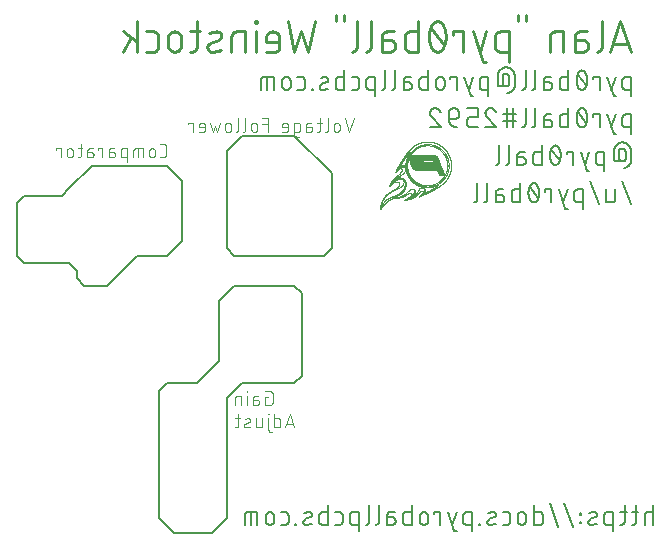
<source format=gbr>
G04 EAGLE Gerber RS-274X export*
G75*
%MOMM*%
%FSLAX34Y34*%
%LPD*%
%INSilkscreen Bottom*%
%IPPOS*%
%AMOC8*
5,1,8,0,0,1.08239X$1,22.5*%
G01*
%ADD10C,0.152400*%
%ADD11C,0.228600*%
%ADD12C,0.101600*%
%ADD13C,0.050000*%

G36*
X685040Y333654D02*
X685040Y333654D01*
X685052Y333653D01*
X685154Y333660D01*
X685160Y333662D01*
X685173Y333662D01*
X685267Y333675D01*
X685396Y333694D01*
X685404Y333698D01*
X685426Y333700D01*
X685540Y333731D01*
X685549Y333737D01*
X685576Y333744D01*
X685675Y333788D01*
X685756Y333824D01*
X685763Y333830D01*
X685788Y333841D01*
X685859Y333885D01*
X685865Y333893D01*
X685889Y333908D01*
X685950Y333961D01*
X686009Y334012D01*
X686014Y334021D01*
X686037Y334040D01*
X686086Y334099D01*
X686090Y334108D01*
X686108Y334131D01*
X686148Y334197D01*
X686234Y334341D01*
X686235Y334342D01*
X686263Y334410D01*
X686306Y334591D01*
X686306Y334600D01*
X686313Y334649D01*
X686313Y334978D01*
X686311Y334988D01*
X686311Y335013D01*
X686293Y335140D01*
X686290Y335148D01*
X686288Y335166D01*
X686252Y335308D01*
X686232Y335388D01*
X686230Y335392D01*
X686228Y335400D01*
X686202Y335485D01*
X686201Y335488D01*
X686199Y335495D01*
X686168Y335584D01*
X686167Y335585D01*
X686167Y335586D01*
X682350Y346114D01*
X682275Y346388D01*
X682247Y346434D01*
X682225Y346483D01*
X682214Y346491D01*
X682184Y346574D01*
X682183Y346574D01*
X681543Y348340D01*
X681543Y348341D01*
X681460Y348568D01*
X681457Y348571D01*
X681455Y348580D01*
X681364Y348795D01*
X681362Y348798D01*
X681359Y348806D01*
X681260Y349009D01*
X681187Y349160D01*
X681185Y349163D01*
X681182Y349170D01*
X681104Y349314D01*
X681102Y349317D01*
X681099Y349324D01*
X681017Y349461D01*
X680988Y349510D01*
X680987Y349511D01*
X680986Y349513D01*
X680957Y349560D01*
X680956Y349561D01*
X680955Y349563D01*
X680925Y349610D01*
X680924Y349611D01*
X680868Y349699D01*
X680866Y349701D01*
X680864Y349705D01*
X680805Y349790D01*
X680803Y349792D01*
X680800Y349797D01*
X680740Y349879D01*
X680683Y349957D01*
X680681Y349958D01*
X680678Y349963D01*
X680619Y350038D01*
X680617Y350040D01*
X680614Y350045D01*
X680553Y350117D01*
X680484Y350199D01*
X680482Y350201D01*
X680479Y350206D01*
X680408Y350284D01*
X680405Y350286D01*
X680401Y350292D01*
X680328Y350367D01*
X680249Y350448D01*
X680246Y350450D01*
X680242Y350455D01*
X680161Y350532D01*
X680158Y350534D01*
X680153Y350539D01*
X680070Y350612D01*
X680000Y350673D01*
X679997Y350674D01*
X679993Y350679D01*
X679922Y350737D01*
X679919Y350738D01*
X679914Y350743D01*
X679840Y350798D01*
X679742Y350873D01*
X679738Y350874D01*
X679732Y350880D01*
X679630Y350950D01*
X679626Y350951D01*
X679620Y350956D01*
X679516Y351020D01*
X679515Y351020D01*
X679455Y351058D01*
X679452Y351058D01*
X679447Y351062D01*
X679385Y351097D01*
X679384Y351098D01*
X679381Y351100D01*
X679318Y351134D01*
X679317Y351134D01*
X679316Y351135D01*
X679251Y351170D01*
X679249Y351171D01*
X679245Y351173D01*
X679179Y351206D01*
X679176Y351207D01*
X679172Y351210D01*
X679105Y351241D01*
X679035Y351274D01*
X679033Y351274D01*
X679029Y351277D01*
X678958Y351307D01*
X678955Y351308D01*
X678951Y351311D01*
X678878Y351339D01*
X678770Y351382D01*
X678766Y351383D01*
X678760Y351386D01*
X678649Y351425D01*
X678645Y351425D01*
X678639Y351428D01*
X678525Y351463D01*
X678418Y351495D01*
X678415Y351495D01*
X678408Y351498D01*
X678299Y351527D01*
X678296Y351527D01*
X678290Y351529D01*
X678178Y351554D01*
X678177Y351554D01*
X678105Y351570D01*
X678103Y351570D01*
X678100Y351571D01*
X678026Y351586D01*
X678024Y351585D01*
X678020Y351587D01*
X677945Y351600D01*
X677862Y351614D01*
X677860Y351614D01*
X677857Y351615D01*
X677772Y351627D01*
X677770Y351627D01*
X677767Y351628D01*
X677682Y351639D01*
X677681Y351639D01*
X677589Y351650D01*
X677586Y351650D01*
X677582Y351651D01*
X677489Y351660D01*
X677486Y351659D01*
X677482Y351660D01*
X677387Y351667D01*
X677386Y351667D01*
X677249Y351676D01*
X677246Y351676D01*
X677241Y351677D01*
X677101Y351682D01*
X677098Y351681D01*
X677092Y351682D01*
X657799Y351682D01*
X657798Y351682D01*
X657795Y351682D01*
X657756Y351681D01*
X657755Y351681D01*
X657753Y351681D01*
X657714Y351680D01*
X657631Y351678D01*
X657629Y351678D01*
X657624Y351678D01*
X657544Y351674D01*
X657542Y351673D01*
X657537Y351673D01*
X657459Y351667D01*
X657399Y351662D01*
X657397Y351662D01*
X657392Y351662D01*
X657333Y351656D01*
X657331Y351655D01*
X657327Y351655D01*
X657269Y351647D01*
X657203Y351639D01*
X657200Y351637D01*
X657195Y351637D01*
X657130Y351627D01*
X657127Y351626D01*
X657122Y351625D01*
X657060Y351613D01*
X656970Y351596D01*
X656966Y351594D01*
X656957Y351593D01*
X656870Y351572D01*
X656867Y351570D01*
X656859Y351569D01*
X656777Y351544D01*
X656776Y351544D01*
X656700Y351521D01*
X656697Y351519D01*
X656689Y351517D01*
X656616Y351491D01*
X656612Y351489D01*
X656603Y351486D01*
X656534Y351458D01*
X656534Y351457D01*
X656485Y351437D01*
X656483Y351435D01*
X656476Y351433D01*
X656430Y351411D01*
X656427Y351409D01*
X656421Y351407D01*
X656376Y351384D01*
X656303Y351345D01*
X656298Y351341D01*
X656287Y351336D01*
X656217Y351294D01*
X656214Y351290D01*
X656203Y351284D01*
X656138Y351238D01*
X656082Y351197D01*
X656078Y351193D01*
X656068Y351187D01*
X656015Y351143D01*
X656012Y351138D01*
X656002Y351132D01*
X655953Y351085D01*
X655894Y351029D01*
X655891Y351023D01*
X655880Y351015D01*
X655826Y350955D01*
X655823Y350949D01*
X655813Y350938D01*
X655764Y350874D01*
X655713Y350806D01*
X655710Y350800D01*
X655700Y350788D01*
X655655Y350715D01*
X655653Y350709D01*
X655645Y350698D01*
X655604Y350621D01*
X655604Y350620D01*
X655568Y350550D01*
X655567Y350545D01*
X655560Y350534D01*
X655528Y350461D01*
X655528Y350457D01*
X655527Y350454D01*
X655522Y350445D01*
X655495Y350367D01*
X655456Y350256D01*
X655455Y350249D01*
X655449Y350234D01*
X655419Y350115D01*
X655419Y350109D01*
X655415Y350095D01*
X655394Y349969D01*
X655394Y349968D01*
X655382Y349895D01*
X655382Y349892D01*
X655380Y349884D01*
X655372Y349809D01*
X655372Y349805D01*
X655371Y349799D01*
X655365Y349721D01*
X655359Y349643D01*
X655359Y349640D01*
X655358Y349633D01*
X655355Y349553D01*
X655356Y349550D01*
X655355Y349544D01*
X655355Y349407D01*
X655355Y349405D01*
X655355Y349402D01*
X655356Y349349D01*
X655356Y349348D01*
X655356Y349345D01*
X655358Y349293D01*
X655358Y349292D01*
X655362Y349198D01*
X655363Y349195D01*
X655362Y349190D01*
X655369Y349097D01*
X655370Y349095D01*
X655370Y349089D01*
X655379Y348998D01*
X655379Y348997D01*
X655391Y348891D01*
X655392Y348888D01*
X655392Y348881D01*
X655408Y348777D01*
X655410Y348773D01*
X655410Y348765D01*
X655430Y348664D01*
X655441Y348611D01*
X655442Y348609D01*
X655442Y348605D01*
X655454Y348552D01*
X655455Y348550D01*
X655456Y348546D01*
X655469Y348494D01*
X655494Y348392D01*
X655496Y348389D01*
X655497Y348380D01*
X655528Y348280D01*
X655530Y348277D01*
X655532Y348268D01*
X655567Y348170D01*
X657890Y341794D01*
X657890Y341793D01*
X657912Y341732D01*
X657913Y341731D01*
X657914Y341728D01*
X657937Y341667D01*
X657938Y341665D01*
X657939Y341662D01*
X657963Y341602D01*
X658009Y341487D01*
X658011Y341484D01*
X658012Y341479D01*
X658062Y341366D01*
X658064Y341364D01*
X658066Y341359D01*
X658118Y341249D01*
X658156Y341171D01*
X658157Y341169D01*
X658159Y341165D01*
X658198Y341087D01*
X658200Y341086D01*
X658201Y341082D01*
X658242Y341006D01*
X658305Y340891D01*
X658307Y340889D01*
X658310Y340883D01*
X658376Y340771D01*
X658379Y340769D01*
X658382Y340762D01*
X658452Y340655D01*
X658515Y340559D01*
X658517Y340557D01*
X658520Y340552D01*
X658585Y340459D01*
X658588Y340457D01*
X658591Y340451D01*
X658659Y340361D01*
X658732Y340266D01*
X658734Y340265D01*
X658738Y340259D01*
X658813Y340168D01*
X658816Y340166D01*
X658820Y340160D01*
X658899Y340072D01*
X659003Y339955D01*
X659007Y339953D01*
X659013Y339946D01*
X659123Y339835D01*
X659127Y339833D01*
X659133Y339826D01*
X659249Y339721D01*
X659374Y339608D01*
X659378Y339606D01*
X659385Y339599D01*
X659516Y339493D01*
X659520Y339492D01*
X659527Y339485D01*
X659665Y339386D01*
X659777Y339306D01*
X659781Y339305D01*
X659787Y339300D01*
X659903Y339225D01*
X659906Y339224D01*
X659912Y339219D01*
X660032Y339148D01*
X660033Y339147D01*
X660153Y339077D01*
X660156Y339076D01*
X660162Y339072D01*
X660287Y339005D01*
X660290Y339005D01*
X660296Y339001D01*
X660425Y338939D01*
X660426Y338938D01*
X660491Y338907D01*
X660492Y338907D01*
X660495Y338905D01*
X660561Y338875D01*
X660563Y338875D01*
X660567Y338873D01*
X660634Y338844D01*
X660635Y338844D01*
X660778Y338782D01*
X660782Y338782D01*
X660788Y338778D01*
X660930Y338724D01*
X660934Y338724D01*
X660940Y338720D01*
X661080Y338673D01*
X661292Y338601D01*
X661298Y338601D01*
X661308Y338597D01*
X661516Y338542D01*
X661522Y338542D01*
X661534Y338538D01*
X661736Y338500D01*
X661969Y338456D01*
X661976Y338457D01*
X661992Y338453D01*
X662219Y338431D01*
X662226Y338432D01*
X662242Y338430D01*
X678473Y338430D01*
X678544Y338427D01*
X678617Y338421D01*
X678814Y338405D01*
X678981Y338372D01*
X679148Y338315D01*
X679314Y338258D01*
X679450Y338189D01*
X679587Y338091D01*
X679684Y338023D01*
X679764Y337953D01*
X679847Y337864D01*
X679926Y337780D01*
X679993Y337695D01*
X680061Y337592D01*
X680176Y337417D01*
X680269Y337227D01*
X680351Y336996D01*
X680351Y336995D01*
X680921Y335417D01*
X680955Y335322D01*
X680957Y335319D01*
X680958Y335312D01*
X680995Y335221D01*
X680997Y335219D01*
X680999Y335212D01*
X681039Y335125D01*
X681117Y334952D01*
X681122Y334947D01*
X681128Y334931D01*
X681217Y334775D01*
X681223Y334770D01*
X681231Y334754D01*
X681332Y334615D01*
X681435Y334472D01*
X681441Y334467D01*
X681453Y334449D01*
X681568Y334324D01*
X681575Y334319D01*
X681590Y334303D01*
X681716Y334195D01*
X681836Y334093D01*
X681844Y334090D01*
X681860Y334075D01*
X681989Y333990D01*
X681997Y333987D01*
X682016Y333974D01*
X682155Y333905D01*
X682268Y333849D01*
X682275Y333848D01*
X682290Y333840D01*
X682409Y333794D01*
X682416Y333793D01*
X682431Y333787D01*
X682557Y333751D01*
X682772Y333692D01*
X682781Y333692D01*
X682807Y333684D01*
X683041Y333654D01*
X683050Y333656D01*
X683072Y333652D01*
X685035Y333652D01*
X685040Y333654D01*
G37*
%LPC*%
G36*
X669348Y346094D02*
X669348Y346094D01*
X669284Y346101D01*
X669210Y346119D01*
X669176Y346127D01*
X669149Y346135D01*
X669116Y346147D01*
X669044Y346175D01*
X668991Y346204D01*
X668928Y346252D01*
X668901Y346272D01*
X668879Y346290D01*
X668853Y346315D01*
X668820Y346347D01*
X668795Y346375D01*
X668764Y346413D01*
X668730Y346455D01*
X668702Y346495D01*
X668671Y346547D01*
X668670Y346548D01*
X668643Y346593D01*
X668621Y346634D01*
X668597Y346684D01*
X668596Y346685D01*
X668596Y346686D01*
X668585Y346709D01*
X668576Y346729D01*
X668571Y346739D01*
X668562Y346772D01*
X668554Y346811D01*
X668548Y346859D01*
X668543Y346896D01*
X668542Y346926D01*
X668542Y346962D01*
X668541Y346963D01*
X668542Y346964D01*
X668541Y346983D01*
X668542Y346992D01*
X668544Y347009D01*
X668543Y347010D01*
X668544Y347012D01*
X668547Y347042D01*
X668549Y347055D01*
X668557Y347078D01*
X668568Y347110D01*
X668568Y347111D01*
X668587Y347130D01*
X668587Y347131D01*
X668588Y347131D01*
X668603Y347147D01*
X668605Y347149D01*
X668633Y347161D01*
X668634Y347161D01*
X668653Y347171D01*
X668663Y347174D01*
X668688Y347180D01*
X668716Y347186D01*
X668738Y347190D01*
X668772Y347192D01*
X668772Y347193D01*
X668772Y347192D01*
X668795Y347194D01*
X668814Y347195D01*
X675315Y347195D01*
X675388Y347186D01*
X675471Y347163D01*
X675515Y347151D01*
X675548Y347139D01*
X675588Y347120D01*
X675589Y347120D01*
X675590Y347119D01*
X675630Y347101D01*
X675659Y347085D01*
X675697Y347059D01*
X675727Y347039D01*
X675749Y347022D01*
X675775Y347000D01*
X675776Y346999D01*
X675807Y346972D01*
X675831Y346949D01*
X675860Y346916D01*
X675895Y346877D01*
X675924Y346840D01*
X675956Y346792D01*
X675982Y346753D01*
X676005Y346714D01*
X676030Y346668D01*
X676049Y346632D01*
X676066Y346596D01*
X676078Y346570D01*
X676084Y346547D01*
X676091Y346517D01*
X676094Y346494D01*
X676099Y346378D01*
X676103Y346366D01*
X676101Y346353D01*
X676102Y346349D01*
X676098Y346322D01*
X676098Y346250D01*
X676095Y346227D01*
X676090Y346215D01*
X676075Y346188D01*
X676074Y346188D01*
X676065Y346173D01*
X676052Y346160D01*
X676041Y346149D01*
X676040Y346148D01*
X676026Y346140D01*
X676001Y346126D01*
X675987Y346120D01*
X675951Y346111D01*
X675950Y346111D01*
X675902Y346099D01*
X675857Y346094D01*
X669348Y346094D01*
G37*
%LPD*%
D10*
X862838Y38862D02*
X862838Y55118D01*
X862838Y49699D02*
X858322Y49699D01*
X858218Y49697D01*
X858115Y49691D01*
X858011Y49681D01*
X857908Y49667D01*
X857806Y49649D01*
X857705Y49628D01*
X857604Y49602D01*
X857505Y49573D01*
X857406Y49540D01*
X857309Y49503D01*
X857214Y49462D01*
X857120Y49418D01*
X857028Y49370D01*
X856938Y49319D01*
X856849Y49264D01*
X856763Y49206D01*
X856680Y49144D01*
X856598Y49080D01*
X856520Y49012D01*
X856444Y48942D01*
X856370Y48869D01*
X856300Y48792D01*
X856232Y48714D01*
X856168Y48632D01*
X856106Y48549D01*
X856048Y48463D01*
X855993Y48374D01*
X855942Y48284D01*
X855894Y48192D01*
X855850Y48098D01*
X855809Y48003D01*
X855772Y47906D01*
X855739Y47807D01*
X855710Y47708D01*
X855684Y47607D01*
X855663Y47506D01*
X855645Y47404D01*
X855631Y47301D01*
X855621Y47197D01*
X855615Y47094D01*
X855613Y46990D01*
X855613Y38862D01*
X850067Y49699D02*
X844649Y49699D01*
X848261Y55118D02*
X848261Y41571D01*
X848259Y41470D01*
X848253Y41369D01*
X848244Y41268D01*
X848231Y41167D01*
X848214Y41067D01*
X848193Y40968D01*
X848169Y40870D01*
X848141Y40773D01*
X848109Y40676D01*
X848074Y40581D01*
X848035Y40488D01*
X847993Y40396D01*
X847947Y40305D01*
X847898Y40216D01*
X847846Y40130D01*
X847790Y40045D01*
X847732Y39962D01*
X847670Y39882D01*
X847605Y39804D01*
X847538Y39728D01*
X847468Y39655D01*
X847395Y39585D01*
X847319Y39518D01*
X847241Y39453D01*
X847161Y39391D01*
X847078Y39333D01*
X846993Y39277D01*
X846907Y39225D01*
X846818Y39176D01*
X846727Y39130D01*
X846635Y39088D01*
X846542Y39049D01*
X846447Y39014D01*
X846350Y38982D01*
X846253Y38954D01*
X846155Y38930D01*
X846056Y38909D01*
X845956Y38892D01*
X845855Y38879D01*
X845754Y38870D01*
X845653Y38864D01*
X845552Y38862D01*
X844649Y38862D01*
X840167Y49699D02*
X834749Y49699D01*
X838361Y55118D02*
X838361Y41571D01*
X838359Y41470D01*
X838353Y41369D01*
X838344Y41268D01*
X838331Y41167D01*
X838314Y41067D01*
X838293Y40968D01*
X838269Y40870D01*
X838241Y40773D01*
X838209Y40676D01*
X838174Y40581D01*
X838135Y40488D01*
X838093Y40396D01*
X838047Y40305D01*
X837998Y40216D01*
X837946Y40130D01*
X837890Y40045D01*
X837832Y39962D01*
X837770Y39882D01*
X837705Y39804D01*
X837638Y39728D01*
X837568Y39655D01*
X837495Y39585D01*
X837419Y39518D01*
X837341Y39453D01*
X837261Y39391D01*
X837178Y39333D01*
X837093Y39277D01*
X837007Y39225D01*
X836918Y39176D01*
X836827Y39130D01*
X836735Y39088D01*
X836642Y39049D01*
X836547Y39014D01*
X836450Y38982D01*
X836353Y38954D01*
X836255Y38930D01*
X836156Y38909D01*
X836056Y38892D01*
X835955Y38879D01*
X835854Y38870D01*
X835753Y38864D01*
X835652Y38862D01*
X834749Y38862D01*
X828376Y33443D02*
X828376Y49699D01*
X823861Y49699D01*
X823757Y49697D01*
X823654Y49691D01*
X823550Y49681D01*
X823447Y49667D01*
X823345Y49649D01*
X823244Y49628D01*
X823143Y49602D01*
X823044Y49573D01*
X822945Y49540D01*
X822848Y49503D01*
X822753Y49462D01*
X822659Y49418D01*
X822567Y49370D01*
X822477Y49319D01*
X822388Y49264D01*
X822302Y49206D01*
X822219Y49144D01*
X822137Y49080D01*
X822059Y49012D01*
X821983Y48942D01*
X821909Y48869D01*
X821839Y48792D01*
X821771Y48714D01*
X821707Y48632D01*
X821645Y48549D01*
X821587Y48463D01*
X821532Y48374D01*
X821481Y48284D01*
X821433Y48192D01*
X821389Y48098D01*
X821348Y48003D01*
X821311Y47906D01*
X821278Y47807D01*
X821249Y47708D01*
X821223Y47607D01*
X821202Y47506D01*
X821184Y47404D01*
X821170Y47301D01*
X821160Y47197D01*
X821154Y47094D01*
X821152Y46990D01*
X821151Y46990D02*
X821151Y41571D01*
X821152Y41571D02*
X821154Y41470D01*
X821160Y41369D01*
X821169Y41268D01*
X821182Y41167D01*
X821199Y41067D01*
X821220Y40968D01*
X821244Y40870D01*
X821272Y40773D01*
X821304Y40676D01*
X821339Y40581D01*
X821378Y40488D01*
X821420Y40396D01*
X821466Y40305D01*
X821515Y40216D01*
X821567Y40130D01*
X821623Y40045D01*
X821681Y39962D01*
X821743Y39882D01*
X821808Y39804D01*
X821875Y39728D01*
X821945Y39655D01*
X822018Y39585D01*
X822094Y39518D01*
X822172Y39453D01*
X822252Y39391D01*
X822335Y39333D01*
X822420Y39277D01*
X822507Y39225D01*
X822595Y39176D01*
X822686Y39130D01*
X822778Y39088D01*
X822871Y39049D01*
X822966Y39014D01*
X823063Y38982D01*
X823160Y38954D01*
X823258Y38930D01*
X823357Y38909D01*
X823457Y38892D01*
X823558Y38879D01*
X823659Y38870D01*
X823760Y38864D01*
X823861Y38862D01*
X828376Y38862D01*
X813548Y45184D02*
X809032Y43378D01*
X813548Y45184D02*
X813636Y45221D01*
X813722Y45262D01*
X813807Y45306D01*
X813890Y45354D01*
X813970Y45405D01*
X814049Y45459D01*
X814125Y45517D01*
X814199Y45577D01*
X814271Y45641D01*
X814339Y45707D01*
X814405Y45777D01*
X814468Y45848D01*
X814529Y45923D01*
X814586Y45999D01*
X814639Y46078D01*
X814690Y46159D01*
X814737Y46242D01*
X814781Y46327D01*
X814821Y46414D01*
X814858Y46502D01*
X814891Y46592D01*
X814921Y46683D01*
X814946Y46775D01*
X814968Y46868D01*
X814986Y46962D01*
X815001Y47056D01*
X815011Y47151D01*
X815017Y47247D01*
X815020Y47342D01*
X815019Y47438D01*
X815013Y47533D01*
X815004Y47629D01*
X814991Y47723D01*
X814975Y47817D01*
X814954Y47911D01*
X814929Y48003D01*
X814901Y48094D01*
X814869Y48184D01*
X814834Y48273D01*
X814795Y48360D01*
X814752Y48446D01*
X814706Y48530D01*
X814656Y48611D01*
X814604Y48691D01*
X814548Y48769D01*
X814488Y48844D01*
X814426Y48916D01*
X814361Y48986D01*
X814293Y49054D01*
X814223Y49118D01*
X814150Y49180D01*
X814074Y49238D01*
X813996Y49294D01*
X813916Y49346D01*
X813834Y49395D01*
X813750Y49440D01*
X813664Y49482D01*
X813577Y49521D01*
X813488Y49556D01*
X813397Y49587D01*
X813306Y49614D01*
X813213Y49638D01*
X813120Y49658D01*
X813026Y49674D01*
X812931Y49686D01*
X812836Y49695D01*
X812740Y49699D01*
X812645Y49700D01*
X812398Y49693D01*
X812152Y49681D01*
X811906Y49663D01*
X811660Y49638D01*
X811416Y49608D01*
X811172Y49572D01*
X810929Y49531D01*
X810687Y49483D01*
X810446Y49429D01*
X810207Y49370D01*
X809969Y49305D01*
X809733Y49234D01*
X809498Y49158D01*
X809265Y49076D01*
X809035Y48988D01*
X808807Y48895D01*
X808580Y48797D01*
X809032Y43377D02*
X808944Y43340D01*
X808858Y43299D01*
X808773Y43255D01*
X808690Y43207D01*
X808610Y43156D01*
X808531Y43102D01*
X808455Y43044D01*
X808381Y42984D01*
X808309Y42920D01*
X808241Y42854D01*
X808175Y42784D01*
X808112Y42713D01*
X808051Y42638D01*
X807994Y42562D01*
X807941Y42483D01*
X807890Y42402D01*
X807843Y42319D01*
X807799Y42234D01*
X807759Y42147D01*
X807722Y42059D01*
X807689Y41969D01*
X807659Y41878D01*
X807634Y41786D01*
X807612Y41693D01*
X807594Y41599D01*
X807579Y41505D01*
X807569Y41410D01*
X807563Y41314D01*
X807560Y41219D01*
X807561Y41123D01*
X807567Y41028D01*
X807576Y40932D01*
X807589Y40838D01*
X807605Y40744D01*
X807626Y40650D01*
X807651Y40558D01*
X807679Y40467D01*
X807711Y40377D01*
X807746Y40288D01*
X807785Y40201D01*
X807828Y40115D01*
X807874Y40031D01*
X807924Y39950D01*
X807976Y39870D01*
X808032Y39792D01*
X808092Y39717D01*
X808154Y39645D01*
X808219Y39575D01*
X808287Y39507D01*
X808357Y39443D01*
X808430Y39381D01*
X808506Y39323D01*
X808584Y39267D01*
X808664Y39215D01*
X808746Y39166D01*
X808830Y39121D01*
X808916Y39079D01*
X809003Y39040D01*
X809092Y39005D01*
X809183Y38974D01*
X809274Y38947D01*
X809367Y38923D01*
X809460Y38903D01*
X809554Y38887D01*
X809649Y38875D01*
X809744Y38866D01*
X809840Y38862D01*
X809935Y38861D01*
X809936Y38862D02*
X810298Y38871D01*
X810660Y38889D01*
X811021Y38916D01*
X811381Y38951D01*
X811741Y38994D01*
X812100Y39046D01*
X812457Y39107D01*
X812812Y39176D01*
X813166Y39253D01*
X813518Y39339D01*
X813868Y39433D01*
X814216Y39536D01*
X814561Y39646D01*
X814903Y39765D01*
X801321Y40217D02*
X801321Y41120D01*
X800418Y41120D01*
X800418Y40217D01*
X801321Y40217D01*
X801321Y47442D02*
X801321Y48345D01*
X800418Y48345D01*
X800418Y47442D01*
X801321Y47442D01*
X794582Y37056D02*
X787357Y56924D01*
X774852Y56924D02*
X782077Y37056D01*
X761899Y38862D02*
X761899Y55118D01*
X761899Y38862D02*
X766415Y38862D01*
X766516Y38864D01*
X766617Y38870D01*
X766718Y38879D01*
X766819Y38892D01*
X766919Y38909D01*
X767018Y38930D01*
X767116Y38954D01*
X767213Y38982D01*
X767310Y39014D01*
X767405Y39049D01*
X767498Y39088D01*
X767590Y39130D01*
X767681Y39176D01*
X767770Y39225D01*
X767856Y39277D01*
X767941Y39333D01*
X768024Y39391D01*
X768104Y39453D01*
X768182Y39518D01*
X768258Y39585D01*
X768331Y39655D01*
X768401Y39728D01*
X768468Y39804D01*
X768533Y39882D01*
X768595Y39962D01*
X768653Y40045D01*
X768709Y40130D01*
X768761Y40216D01*
X768810Y40305D01*
X768856Y40396D01*
X768898Y40488D01*
X768937Y40581D01*
X768972Y40676D01*
X769004Y40773D01*
X769032Y40870D01*
X769056Y40968D01*
X769077Y41067D01*
X769094Y41167D01*
X769107Y41268D01*
X769116Y41369D01*
X769122Y41470D01*
X769124Y41571D01*
X769124Y46990D01*
X769122Y47091D01*
X769116Y47192D01*
X769107Y47293D01*
X769094Y47394D01*
X769077Y47494D01*
X769056Y47593D01*
X769032Y47691D01*
X769004Y47788D01*
X768972Y47885D01*
X768937Y47980D01*
X768898Y48073D01*
X768856Y48165D01*
X768810Y48256D01*
X768761Y48345D01*
X768709Y48431D01*
X768653Y48516D01*
X768595Y48599D01*
X768533Y48679D01*
X768468Y48757D01*
X768401Y48833D01*
X768331Y48906D01*
X768258Y48976D01*
X768182Y49043D01*
X768104Y49108D01*
X768024Y49170D01*
X767941Y49228D01*
X767856Y49284D01*
X767770Y49336D01*
X767681Y49385D01*
X767590Y49431D01*
X767498Y49473D01*
X767405Y49512D01*
X767310Y49547D01*
X767213Y49579D01*
X767116Y49607D01*
X767018Y49631D01*
X766919Y49652D01*
X766819Y49669D01*
X766718Y49682D01*
X766617Y49691D01*
X766516Y49697D01*
X766415Y49699D01*
X761899Y49699D01*
X754983Y46087D02*
X754983Y42474D01*
X754982Y46087D02*
X754980Y46206D01*
X754974Y46326D01*
X754964Y46445D01*
X754950Y46563D01*
X754933Y46682D01*
X754911Y46799D01*
X754886Y46916D01*
X754856Y47031D01*
X754823Y47146D01*
X754786Y47260D01*
X754746Y47372D01*
X754701Y47483D01*
X754653Y47592D01*
X754602Y47700D01*
X754547Y47806D01*
X754488Y47910D01*
X754426Y48012D01*
X754361Y48112D01*
X754292Y48210D01*
X754220Y48306D01*
X754145Y48399D01*
X754068Y48489D01*
X753987Y48577D01*
X753903Y48662D01*
X753816Y48744D01*
X753727Y48824D01*
X753635Y48900D01*
X753541Y48974D01*
X753444Y49044D01*
X753346Y49111D01*
X753245Y49175D01*
X753141Y49235D01*
X753036Y49292D01*
X752929Y49345D01*
X752821Y49395D01*
X752711Y49441D01*
X752599Y49483D01*
X752486Y49522D01*
X752372Y49557D01*
X752257Y49588D01*
X752140Y49616D01*
X752023Y49639D01*
X751906Y49659D01*
X751787Y49675D01*
X751668Y49687D01*
X751549Y49695D01*
X751430Y49699D01*
X751310Y49699D01*
X751191Y49695D01*
X751072Y49687D01*
X750953Y49675D01*
X750834Y49659D01*
X750717Y49639D01*
X750600Y49616D01*
X750483Y49588D01*
X750368Y49557D01*
X750254Y49522D01*
X750141Y49483D01*
X750029Y49441D01*
X749919Y49395D01*
X749811Y49345D01*
X749704Y49292D01*
X749599Y49235D01*
X749495Y49175D01*
X749394Y49111D01*
X749296Y49044D01*
X749199Y48974D01*
X749105Y48900D01*
X749013Y48824D01*
X748924Y48744D01*
X748837Y48662D01*
X748753Y48577D01*
X748672Y48489D01*
X748595Y48399D01*
X748520Y48306D01*
X748448Y48210D01*
X748379Y48112D01*
X748314Y48012D01*
X748252Y47910D01*
X748193Y47806D01*
X748138Y47700D01*
X748087Y47592D01*
X748039Y47483D01*
X747994Y47372D01*
X747954Y47260D01*
X747917Y47146D01*
X747884Y47031D01*
X747854Y46916D01*
X747829Y46799D01*
X747807Y46682D01*
X747790Y46563D01*
X747776Y46445D01*
X747766Y46326D01*
X747760Y46206D01*
X747758Y46087D01*
X747758Y42474D01*
X747760Y42355D01*
X747766Y42235D01*
X747776Y42116D01*
X747790Y41998D01*
X747807Y41879D01*
X747829Y41762D01*
X747854Y41645D01*
X747884Y41530D01*
X747917Y41415D01*
X747954Y41301D01*
X747994Y41189D01*
X748039Y41078D01*
X748087Y40969D01*
X748138Y40861D01*
X748193Y40755D01*
X748252Y40651D01*
X748314Y40549D01*
X748379Y40449D01*
X748448Y40351D01*
X748520Y40255D01*
X748595Y40162D01*
X748672Y40072D01*
X748753Y39984D01*
X748837Y39899D01*
X748924Y39817D01*
X749013Y39737D01*
X749105Y39661D01*
X749199Y39587D01*
X749296Y39517D01*
X749394Y39450D01*
X749495Y39386D01*
X749599Y39326D01*
X749704Y39269D01*
X749811Y39216D01*
X749919Y39166D01*
X750029Y39120D01*
X750141Y39078D01*
X750254Y39039D01*
X750368Y39004D01*
X750483Y38973D01*
X750600Y38945D01*
X750717Y38922D01*
X750834Y38902D01*
X750953Y38886D01*
X751072Y38874D01*
X751191Y38866D01*
X751310Y38862D01*
X751430Y38862D01*
X751549Y38866D01*
X751668Y38874D01*
X751787Y38886D01*
X751906Y38902D01*
X752023Y38922D01*
X752140Y38945D01*
X752257Y38973D01*
X752372Y39004D01*
X752486Y39039D01*
X752599Y39078D01*
X752711Y39120D01*
X752821Y39166D01*
X752929Y39216D01*
X753036Y39269D01*
X753141Y39326D01*
X753245Y39386D01*
X753346Y39450D01*
X753444Y39517D01*
X753541Y39587D01*
X753635Y39661D01*
X753727Y39737D01*
X753816Y39817D01*
X753903Y39899D01*
X753987Y39984D01*
X754068Y40072D01*
X754145Y40162D01*
X754220Y40255D01*
X754292Y40351D01*
X754361Y40449D01*
X754426Y40549D01*
X754488Y40651D01*
X754547Y40755D01*
X754602Y40861D01*
X754653Y40969D01*
X754701Y41078D01*
X754746Y41189D01*
X754786Y41301D01*
X754823Y41415D01*
X754856Y41530D01*
X754886Y41645D01*
X754911Y41762D01*
X754933Y41879D01*
X754950Y41998D01*
X754964Y42116D01*
X754974Y42235D01*
X754980Y42355D01*
X754982Y42474D01*
X738709Y38862D02*
X735096Y38862D01*
X738709Y38862D02*
X738810Y38864D01*
X738911Y38870D01*
X739012Y38879D01*
X739113Y38892D01*
X739213Y38909D01*
X739312Y38930D01*
X739410Y38954D01*
X739507Y38982D01*
X739604Y39014D01*
X739699Y39049D01*
X739792Y39088D01*
X739884Y39130D01*
X739975Y39176D01*
X740064Y39225D01*
X740150Y39277D01*
X740235Y39333D01*
X740318Y39391D01*
X740398Y39453D01*
X740476Y39518D01*
X740552Y39585D01*
X740625Y39655D01*
X740695Y39728D01*
X740762Y39804D01*
X740827Y39882D01*
X740889Y39962D01*
X740947Y40045D01*
X741003Y40130D01*
X741055Y40216D01*
X741104Y40305D01*
X741150Y40396D01*
X741192Y40488D01*
X741231Y40581D01*
X741266Y40676D01*
X741298Y40773D01*
X741326Y40870D01*
X741350Y40968D01*
X741371Y41067D01*
X741388Y41167D01*
X741401Y41268D01*
X741410Y41369D01*
X741416Y41470D01*
X741418Y41571D01*
X741418Y46990D01*
X741416Y47091D01*
X741410Y47192D01*
X741401Y47293D01*
X741388Y47394D01*
X741371Y47494D01*
X741350Y47593D01*
X741326Y47691D01*
X741298Y47788D01*
X741266Y47885D01*
X741231Y47980D01*
X741192Y48073D01*
X741150Y48165D01*
X741104Y48256D01*
X741055Y48345D01*
X741003Y48431D01*
X740947Y48516D01*
X740889Y48599D01*
X740827Y48679D01*
X740762Y48757D01*
X740695Y48833D01*
X740625Y48906D01*
X740552Y48976D01*
X740476Y49043D01*
X740398Y49108D01*
X740318Y49170D01*
X740235Y49228D01*
X740150Y49284D01*
X740064Y49336D01*
X739975Y49385D01*
X739884Y49431D01*
X739792Y49473D01*
X739699Y49512D01*
X739604Y49547D01*
X739507Y49579D01*
X739410Y49607D01*
X739312Y49631D01*
X739213Y49652D01*
X739113Y49669D01*
X739012Y49682D01*
X738911Y49691D01*
X738810Y49697D01*
X738709Y49699D01*
X735096Y49699D01*
X728097Y45184D02*
X723582Y43378D01*
X728097Y45184D02*
X728185Y45221D01*
X728271Y45262D01*
X728356Y45306D01*
X728439Y45354D01*
X728519Y45405D01*
X728598Y45459D01*
X728674Y45517D01*
X728748Y45577D01*
X728820Y45641D01*
X728888Y45707D01*
X728954Y45777D01*
X729017Y45848D01*
X729078Y45923D01*
X729135Y45999D01*
X729188Y46078D01*
X729239Y46159D01*
X729286Y46242D01*
X729330Y46327D01*
X729370Y46414D01*
X729407Y46502D01*
X729440Y46592D01*
X729470Y46683D01*
X729495Y46775D01*
X729517Y46868D01*
X729535Y46962D01*
X729550Y47056D01*
X729560Y47151D01*
X729566Y47247D01*
X729569Y47342D01*
X729568Y47438D01*
X729562Y47533D01*
X729553Y47629D01*
X729540Y47723D01*
X729524Y47817D01*
X729503Y47911D01*
X729478Y48003D01*
X729450Y48094D01*
X729418Y48184D01*
X729383Y48273D01*
X729344Y48360D01*
X729301Y48446D01*
X729255Y48530D01*
X729205Y48611D01*
X729153Y48691D01*
X729097Y48769D01*
X729037Y48844D01*
X728975Y48916D01*
X728910Y48986D01*
X728842Y49054D01*
X728772Y49118D01*
X728699Y49180D01*
X728623Y49238D01*
X728545Y49294D01*
X728465Y49346D01*
X728383Y49395D01*
X728299Y49440D01*
X728213Y49482D01*
X728126Y49521D01*
X728037Y49556D01*
X727946Y49587D01*
X727855Y49614D01*
X727762Y49638D01*
X727669Y49658D01*
X727575Y49674D01*
X727480Y49686D01*
X727385Y49695D01*
X727289Y49699D01*
X727194Y49700D01*
X726947Y49693D01*
X726701Y49681D01*
X726455Y49663D01*
X726209Y49638D01*
X725965Y49608D01*
X725721Y49572D01*
X725478Y49531D01*
X725236Y49483D01*
X724995Y49429D01*
X724756Y49370D01*
X724518Y49305D01*
X724282Y49234D01*
X724047Y49158D01*
X723814Y49076D01*
X723584Y48988D01*
X723356Y48895D01*
X723129Y48797D01*
X723581Y43377D02*
X723493Y43340D01*
X723407Y43299D01*
X723322Y43255D01*
X723239Y43207D01*
X723159Y43156D01*
X723080Y43102D01*
X723004Y43044D01*
X722930Y42984D01*
X722858Y42920D01*
X722790Y42854D01*
X722724Y42784D01*
X722661Y42713D01*
X722600Y42638D01*
X722543Y42562D01*
X722490Y42483D01*
X722439Y42402D01*
X722392Y42319D01*
X722348Y42234D01*
X722308Y42147D01*
X722271Y42059D01*
X722238Y41969D01*
X722208Y41878D01*
X722183Y41786D01*
X722161Y41693D01*
X722143Y41599D01*
X722128Y41505D01*
X722118Y41410D01*
X722112Y41314D01*
X722109Y41219D01*
X722110Y41123D01*
X722116Y41028D01*
X722125Y40932D01*
X722138Y40838D01*
X722154Y40744D01*
X722175Y40650D01*
X722200Y40558D01*
X722228Y40467D01*
X722260Y40377D01*
X722295Y40288D01*
X722334Y40201D01*
X722377Y40115D01*
X722423Y40031D01*
X722473Y39950D01*
X722525Y39870D01*
X722581Y39792D01*
X722641Y39717D01*
X722703Y39645D01*
X722768Y39575D01*
X722836Y39507D01*
X722906Y39443D01*
X722979Y39381D01*
X723055Y39323D01*
X723133Y39267D01*
X723213Y39215D01*
X723295Y39166D01*
X723379Y39121D01*
X723465Y39079D01*
X723552Y39040D01*
X723641Y39005D01*
X723732Y38974D01*
X723823Y38947D01*
X723916Y38923D01*
X724009Y38903D01*
X724103Y38887D01*
X724198Y38875D01*
X724293Y38866D01*
X724389Y38862D01*
X724484Y38861D01*
X724485Y38862D02*
X724847Y38871D01*
X725209Y38889D01*
X725570Y38916D01*
X725930Y38951D01*
X726290Y38994D01*
X726649Y39046D01*
X727006Y39107D01*
X727361Y39176D01*
X727715Y39253D01*
X728067Y39339D01*
X728417Y39433D01*
X728765Y39536D01*
X729110Y39646D01*
X729452Y39765D01*
X716391Y39765D02*
X716391Y38862D01*
X716391Y39765D02*
X715488Y39765D01*
X715488Y38862D01*
X716391Y38862D01*
X709058Y33443D02*
X709058Y49699D01*
X704542Y49699D01*
X704438Y49697D01*
X704335Y49691D01*
X704231Y49681D01*
X704128Y49667D01*
X704026Y49649D01*
X703925Y49628D01*
X703824Y49602D01*
X703725Y49573D01*
X703626Y49540D01*
X703529Y49503D01*
X703434Y49462D01*
X703340Y49418D01*
X703248Y49370D01*
X703158Y49319D01*
X703069Y49264D01*
X702983Y49206D01*
X702900Y49144D01*
X702818Y49080D01*
X702740Y49012D01*
X702664Y48942D01*
X702590Y48869D01*
X702520Y48792D01*
X702452Y48714D01*
X702388Y48632D01*
X702326Y48549D01*
X702268Y48463D01*
X702213Y48374D01*
X702162Y48284D01*
X702114Y48192D01*
X702070Y48098D01*
X702029Y48003D01*
X701992Y47906D01*
X701959Y47807D01*
X701930Y47708D01*
X701904Y47607D01*
X701883Y47506D01*
X701865Y47404D01*
X701851Y47301D01*
X701841Y47197D01*
X701835Y47094D01*
X701833Y46990D01*
X701833Y41571D01*
X701835Y41470D01*
X701841Y41369D01*
X701850Y41268D01*
X701863Y41167D01*
X701880Y41067D01*
X701901Y40968D01*
X701925Y40870D01*
X701953Y40773D01*
X701985Y40676D01*
X702020Y40581D01*
X702059Y40488D01*
X702101Y40396D01*
X702147Y40305D01*
X702196Y40216D01*
X702248Y40130D01*
X702304Y40045D01*
X702362Y39962D01*
X702424Y39882D01*
X702489Y39804D01*
X702556Y39728D01*
X702626Y39655D01*
X702699Y39585D01*
X702775Y39518D01*
X702853Y39453D01*
X702933Y39391D01*
X703016Y39333D01*
X703101Y39277D01*
X703188Y39225D01*
X703276Y39176D01*
X703367Y39130D01*
X703459Y39088D01*
X703552Y39049D01*
X703647Y39014D01*
X703744Y38982D01*
X703841Y38954D01*
X703939Y38930D01*
X704038Y38909D01*
X704138Y38892D01*
X704239Y38879D01*
X704340Y38870D01*
X704441Y38864D01*
X704542Y38862D01*
X709058Y38862D01*
X696105Y33443D02*
X694299Y33443D01*
X688880Y49699D01*
X696105Y49699D02*
X692493Y38862D01*
X682473Y38862D02*
X682473Y49699D01*
X677055Y49699D01*
X677055Y47893D01*
X672137Y46087D02*
X672137Y42474D01*
X672137Y46087D02*
X672135Y46206D01*
X672129Y46326D01*
X672119Y46445D01*
X672105Y46563D01*
X672088Y46682D01*
X672066Y46799D01*
X672041Y46916D01*
X672011Y47031D01*
X671978Y47146D01*
X671941Y47260D01*
X671901Y47372D01*
X671856Y47483D01*
X671808Y47592D01*
X671757Y47700D01*
X671702Y47806D01*
X671643Y47910D01*
X671581Y48012D01*
X671516Y48112D01*
X671447Y48210D01*
X671375Y48306D01*
X671300Y48399D01*
X671223Y48489D01*
X671142Y48577D01*
X671058Y48662D01*
X670971Y48744D01*
X670882Y48824D01*
X670790Y48900D01*
X670696Y48974D01*
X670599Y49044D01*
X670501Y49111D01*
X670400Y49175D01*
X670296Y49235D01*
X670191Y49292D01*
X670084Y49345D01*
X669976Y49395D01*
X669866Y49441D01*
X669754Y49483D01*
X669641Y49522D01*
X669527Y49557D01*
X669412Y49588D01*
X669295Y49616D01*
X669178Y49639D01*
X669061Y49659D01*
X668942Y49675D01*
X668823Y49687D01*
X668704Y49695D01*
X668585Y49699D01*
X668465Y49699D01*
X668346Y49695D01*
X668227Y49687D01*
X668108Y49675D01*
X667989Y49659D01*
X667872Y49639D01*
X667755Y49616D01*
X667638Y49588D01*
X667523Y49557D01*
X667409Y49522D01*
X667296Y49483D01*
X667184Y49441D01*
X667074Y49395D01*
X666966Y49345D01*
X666859Y49292D01*
X666754Y49235D01*
X666650Y49175D01*
X666549Y49111D01*
X666451Y49044D01*
X666354Y48974D01*
X666260Y48900D01*
X666168Y48824D01*
X666079Y48744D01*
X665992Y48662D01*
X665908Y48577D01*
X665827Y48489D01*
X665750Y48399D01*
X665675Y48306D01*
X665603Y48210D01*
X665534Y48112D01*
X665469Y48012D01*
X665407Y47910D01*
X665348Y47806D01*
X665293Y47700D01*
X665242Y47592D01*
X665194Y47483D01*
X665149Y47372D01*
X665109Y47260D01*
X665072Y47146D01*
X665039Y47031D01*
X665009Y46916D01*
X664984Y46799D01*
X664962Y46682D01*
X664945Y46563D01*
X664931Y46445D01*
X664921Y46326D01*
X664915Y46206D01*
X664913Y46087D01*
X664912Y46087D02*
X664912Y42474D01*
X664913Y42474D02*
X664915Y42355D01*
X664921Y42235D01*
X664931Y42116D01*
X664945Y41998D01*
X664962Y41879D01*
X664984Y41762D01*
X665009Y41645D01*
X665039Y41530D01*
X665072Y41415D01*
X665109Y41301D01*
X665149Y41189D01*
X665194Y41078D01*
X665242Y40969D01*
X665293Y40861D01*
X665348Y40755D01*
X665407Y40651D01*
X665469Y40549D01*
X665534Y40449D01*
X665603Y40351D01*
X665675Y40255D01*
X665750Y40162D01*
X665827Y40072D01*
X665908Y39984D01*
X665992Y39899D01*
X666079Y39817D01*
X666168Y39737D01*
X666260Y39661D01*
X666354Y39587D01*
X666451Y39517D01*
X666549Y39450D01*
X666650Y39386D01*
X666754Y39326D01*
X666859Y39269D01*
X666966Y39216D01*
X667074Y39166D01*
X667184Y39120D01*
X667296Y39078D01*
X667409Y39039D01*
X667523Y39004D01*
X667638Y38973D01*
X667755Y38945D01*
X667872Y38922D01*
X667989Y38902D01*
X668108Y38886D01*
X668227Y38874D01*
X668346Y38866D01*
X668465Y38862D01*
X668585Y38862D01*
X668704Y38866D01*
X668823Y38874D01*
X668942Y38886D01*
X669061Y38902D01*
X669178Y38922D01*
X669295Y38945D01*
X669412Y38973D01*
X669527Y39004D01*
X669641Y39039D01*
X669754Y39078D01*
X669866Y39120D01*
X669976Y39166D01*
X670084Y39216D01*
X670191Y39269D01*
X670296Y39326D01*
X670400Y39386D01*
X670501Y39450D01*
X670599Y39517D01*
X670696Y39587D01*
X670790Y39661D01*
X670882Y39737D01*
X670971Y39817D01*
X671058Y39899D01*
X671142Y39984D01*
X671223Y40072D01*
X671300Y40162D01*
X671375Y40255D01*
X671447Y40351D01*
X671516Y40449D01*
X671581Y40549D01*
X671643Y40651D01*
X671702Y40755D01*
X671757Y40861D01*
X671808Y40969D01*
X671856Y41078D01*
X671901Y41189D01*
X671941Y41301D01*
X671978Y41415D01*
X672011Y41530D01*
X672041Y41645D01*
X672066Y41762D01*
X672088Y41879D01*
X672105Y41998D01*
X672119Y42116D01*
X672129Y42235D01*
X672135Y42355D01*
X672137Y42474D01*
X657996Y38862D02*
X657996Y55118D01*
X657996Y38862D02*
X653480Y38862D01*
X653376Y38864D01*
X653273Y38870D01*
X653169Y38880D01*
X653066Y38894D01*
X652964Y38912D01*
X652863Y38933D01*
X652762Y38959D01*
X652663Y38988D01*
X652564Y39021D01*
X652467Y39058D01*
X652372Y39099D01*
X652278Y39143D01*
X652186Y39191D01*
X652096Y39242D01*
X652007Y39297D01*
X651921Y39355D01*
X651838Y39417D01*
X651756Y39481D01*
X651678Y39549D01*
X651602Y39619D01*
X651528Y39692D01*
X651458Y39769D01*
X651390Y39847D01*
X651326Y39929D01*
X651264Y40012D01*
X651206Y40098D01*
X651151Y40187D01*
X651100Y40277D01*
X651052Y40369D01*
X651008Y40463D01*
X650967Y40558D01*
X650930Y40655D01*
X650897Y40754D01*
X650868Y40853D01*
X650842Y40954D01*
X650821Y41055D01*
X650803Y41157D01*
X650789Y41260D01*
X650779Y41364D01*
X650773Y41467D01*
X650771Y41571D01*
X650771Y46990D01*
X650773Y47091D01*
X650779Y47192D01*
X650788Y47293D01*
X650801Y47394D01*
X650818Y47494D01*
X650839Y47593D01*
X650863Y47691D01*
X650891Y47788D01*
X650923Y47885D01*
X650958Y47980D01*
X650997Y48073D01*
X651039Y48165D01*
X651085Y48256D01*
X651134Y48345D01*
X651186Y48431D01*
X651242Y48516D01*
X651300Y48599D01*
X651362Y48679D01*
X651427Y48757D01*
X651494Y48833D01*
X651564Y48906D01*
X651637Y48976D01*
X651713Y49043D01*
X651791Y49108D01*
X651871Y49170D01*
X651954Y49228D01*
X652039Y49284D01*
X652126Y49336D01*
X652214Y49385D01*
X652305Y49431D01*
X652397Y49473D01*
X652490Y49512D01*
X652585Y49547D01*
X652682Y49579D01*
X652779Y49607D01*
X652877Y49631D01*
X652976Y49652D01*
X653076Y49669D01*
X653177Y49682D01*
X653278Y49691D01*
X653379Y49697D01*
X653480Y49699D01*
X657996Y49699D01*
X641435Y45184D02*
X637371Y45184D01*
X641435Y45184D02*
X641547Y45182D01*
X641658Y45176D01*
X641769Y45166D01*
X641880Y45153D01*
X641990Y45135D01*
X642099Y45113D01*
X642208Y45088D01*
X642316Y45059D01*
X642422Y45026D01*
X642528Y44989D01*
X642632Y44949D01*
X642734Y44905D01*
X642835Y44857D01*
X642934Y44806D01*
X643032Y44751D01*
X643127Y44693D01*
X643220Y44632D01*
X643311Y44567D01*
X643400Y44499D01*
X643486Y44428D01*
X643569Y44355D01*
X643650Y44278D01*
X643729Y44198D01*
X643804Y44116D01*
X643876Y44031D01*
X643946Y43944D01*
X644012Y43854D01*
X644075Y43762D01*
X644135Y43667D01*
X644191Y43571D01*
X644244Y43473D01*
X644293Y43373D01*
X644339Y43271D01*
X644381Y43168D01*
X644420Y43063D01*
X644455Y42957D01*
X644486Y42850D01*
X644513Y42742D01*
X644537Y42633D01*
X644556Y42523D01*
X644572Y42413D01*
X644584Y42302D01*
X644592Y42190D01*
X644596Y42079D01*
X644596Y41967D01*
X644592Y41856D01*
X644584Y41744D01*
X644572Y41633D01*
X644556Y41523D01*
X644537Y41413D01*
X644513Y41304D01*
X644486Y41196D01*
X644455Y41089D01*
X644420Y40983D01*
X644381Y40878D01*
X644339Y40775D01*
X644293Y40673D01*
X644244Y40573D01*
X644191Y40475D01*
X644135Y40379D01*
X644075Y40284D01*
X644012Y40192D01*
X643946Y40102D01*
X643876Y40015D01*
X643804Y39930D01*
X643729Y39848D01*
X643650Y39768D01*
X643569Y39691D01*
X643486Y39618D01*
X643400Y39547D01*
X643311Y39479D01*
X643220Y39414D01*
X643127Y39353D01*
X643032Y39295D01*
X642934Y39240D01*
X642835Y39189D01*
X642734Y39141D01*
X642632Y39097D01*
X642528Y39057D01*
X642422Y39020D01*
X642316Y38987D01*
X642208Y38958D01*
X642099Y38933D01*
X641990Y38911D01*
X641880Y38893D01*
X641769Y38880D01*
X641658Y38870D01*
X641547Y38864D01*
X641435Y38862D01*
X637371Y38862D01*
X637371Y46990D01*
X637373Y47091D01*
X637379Y47192D01*
X637388Y47293D01*
X637401Y47394D01*
X637418Y47494D01*
X637439Y47593D01*
X637463Y47691D01*
X637491Y47788D01*
X637523Y47885D01*
X637558Y47980D01*
X637597Y48073D01*
X637639Y48165D01*
X637685Y48256D01*
X637734Y48345D01*
X637786Y48431D01*
X637842Y48516D01*
X637900Y48599D01*
X637962Y48679D01*
X638027Y48757D01*
X638094Y48833D01*
X638164Y48906D01*
X638237Y48976D01*
X638313Y49043D01*
X638391Y49108D01*
X638471Y49170D01*
X638554Y49228D01*
X638639Y49284D01*
X638726Y49336D01*
X638814Y49385D01*
X638905Y49431D01*
X638997Y49473D01*
X639090Y49512D01*
X639185Y49547D01*
X639282Y49579D01*
X639379Y49607D01*
X639477Y49631D01*
X639576Y49652D01*
X639676Y49669D01*
X639777Y49682D01*
X639878Y49691D01*
X639979Y49697D01*
X640080Y49699D01*
X643692Y49699D01*
X630217Y55118D02*
X630217Y41571D01*
X630215Y41470D01*
X630209Y41369D01*
X630200Y41268D01*
X630187Y41167D01*
X630170Y41067D01*
X630149Y40968D01*
X630125Y40870D01*
X630097Y40773D01*
X630065Y40676D01*
X630030Y40581D01*
X629991Y40488D01*
X629949Y40396D01*
X629903Y40305D01*
X629854Y40216D01*
X629802Y40130D01*
X629746Y40045D01*
X629688Y39962D01*
X629626Y39882D01*
X629561Y39804D01*
X629494Y39728D01*
X629424Y39655D01*
X629351Y39585D01*
X629275Y39518D01*
X629197Y39453D01*
X629117Y39391D01*
X629034Y39333D01*
X628949Y39277D01*
X628863Y39225D01*
X628774Y39176D01*
X628683Y39130D01*
X628591Y39088D01*
X628498Y39049D01*
X628403Y39014D01*
X628306Y38982D01*
X628209Y38954D01*
X628111Y38930D01*
X628012Y38909D01*
X627912Y38892D01*
X627811Y38879D01*
X627710Y38870D01*
X627609Y38864D01*
X627508Y38862D01*
X621881Y41571D02*
X621881Y55118D01*
X621880Y41571D02*
X621878Y41470D01*
X621872Y41369D01*
X621863Y41268D01*
X621850Y41167D01*
X621833Y41067D01*
X621812Y40968D01*
X621788Y40870D01*
X621760Y40773D01*
X621728Y40676D01*
X621693Y40581D01*
X621654Y40488D01*
X621612Y40396D01*
X621566Y40305D01*
X621517Y40216D01*
X621465Y40130D01*
X621409Y40045D01*
X621351Y39962D01*
X621289Y39882D01*
X621224Y39804D01*
X621157Y39728D01*
X621087Y39655D01*
X621014Y39585D01*
X620938Y39518D01*
X620860Y39453D01*
X620780Y39391D01*
X620697Y39333D01*
X620612Y39277D01*
X620526Y39225D01*
X620437Y39176D01*
X620346Y39130D01*
X620254Y39088D01*
X620161Y39049D01*
X620066Y39014D01*
X619969Y38982D01*
X619872Y38954D01*
X619774Y38930D01*
X619675Y38909D01*
X619575Y38892D01*
X619474Y38879D01*
X619373Y38870D01*
X619272Y38864D01*
X619171Y38862D01*
X613186Y33443D02*
X613186Y49699D01*
X608671Y49699D01*
X608567Y49697D01*
X608464Y49691D01*
X608360Y49681D01*
X608257Y49667D01*
X608155Y49649D01*
X608054Y49628D01*
X607953Y49602D01*
X607854Y49573D01*
X607755Y49540D01*
X607658Y49503D01*
X607563Y49462D01*
X607469Y49418D01*
X607377Y49370D01*
X607287Y49319D01*
X607198Y49264D01*
X607112Y49206D01*
X607029Y49144D01*
X606947Y49080D01*
X606869Y49012D01*
X606793Y48942D01*
X606719Y48869D01*
X606649Y48792D01*
X606581Y48714D01*
X606517Y48632D01*
X606455Y48549D01*
X606397Y48463D01*
X606342Y48374D01*
X606291Y48284D01*
X606243Y48192D01*
X606199Y48098D01*
X606158Y48003D01*
X606121Y47906D01*
X606088Y47807D01*
X606059Y47708D01*
X606033Y47607D01*
X606012Y47506D01*
X605994Y47404D01*
X605980Y47301D01*
X605970Y47197D01*
X605964Y47094D01*
X605962Y46990D01*
X605962Y41571D01*
X605964Y41470D01*
X605970Y41369D01*
X605979Y41268D01*
X605992Y41167D01*
X606009Y41067D01*
X606030Y40968D01*
X606054Y40870D01*
X606082Y40773D01*
X606114Y40676D01*
X606149Y40581D01*
X606188Y40488D01*
X606230Y40396D01*
X606276Y40305D01*
X606325Y40216D01*
X606377Y40130D01*
X606433Y40045D01*
X606491Y39962D01*
X606553Y39882D01*
X606618Y39804D01*
X606685Y39728D01*
X606755Y39655D01*
X606828Y39585D01*
X606904Y39518D01*
X606982Y39453D01*
X607062Y39391D01*
X607145Y39333D01*
X607230Y39277D01*
X607317Y39225D01*
X607405Y39176D01*
X607496Y39130D01*
X607588Y39088D01*
X607681Y39049D01*
X607776Y39014D01*
X607873Y38982D01*
X607970Y38954D01*
X608068Y38930D01*
X608167Y38909D01*
X608267Y38892D01*
X608368Y38879D01*
X608469Y38870D01*
X608570Y38864D01*
X608671Y38862D01*
X613186Y38862D01*
X596986Y38862D02*
X593373Y38862D01*
X596986Y38862D02*
X597087Y38864D01*
X597188Y38870D01*
X597289Y38879D01*
X597390Y38892D01*
X597490Y38909D01*
X597589Y38930D01*
X597687Y38954D01*
X597784Y38982D01*
X597881Y39014D01*
X597976Y39049D01*
X598069Y39088D01*
X598161Y39130D01*
X598252Y39176D01*
X598341Y39225D01*
X598427Y39277D01*
X598512Y39333D01*
X598595Y39391D01*
X598675Y39453D01*
X598753Y39518D01*
X598829Y39585D01*
X598902Y39655D01*
X598972Y39728D01*
X599039Y39804D01*
X599104Y39882D01*
X599166Y39962D01*
X599224Y40045D01*
X599280Y40130D01*
X599332Y40216D01*
X599381Y40305D01*
X599427Y40396D01*
X599469Y40488D01*
X599508Y40581D01*
X599543Y40676D01*
X599575Y40773D01*
X599603Y40870D01*
X599627Y40968D01*
X599648Y41067D01*
X599665Y41167D01*
X599678Y41268D01*
X599687Y41369D01*
X599693Y41470D01*
X599695Y41571D01*
X599695Y46990D01*
X599693Y47091D01*
X599687Y47192D01*
X599678Y47293D01*
X599665Y47394D01*
X599648Y47494D01*
X599627Y47593D01*
X599603Y47691D01*
X599575Y47788D01*
X599543Y47885D01*
X599508Y47980D01*
X599469Y48073D01*
X599427Y48165D01*
X599381Y48256D01*
X599332Y48345D01*
X599280Y48431D01*
X599224Y48516D01*
X599166Y48599D01*
X599104Y48679D01*
X599039Y48757D01*
X598972Y48833D01*
X598902Y48906D01*
X598829Y48976D01*
X598753Y49043D01*
X598675Y49108D01*
X598595Y49170D01*
X598512Y49228D01*
X598427Y49284D01*
X598341Y49336D01*
X598252Y49385D01*
X598161Y49431D01*
X598069Y49473D01*
X597976Y49512D01*
X597881Y49547D01*
X597784Y49579D01*
X597687Y49607D01*
X597589Y49631D01*
X597490Y49652D01*
X597390Y49669D01*
X597289Y49682D01*
X597188Y49691D01*
X597087Y49697D01*
X596986Y49699D01*
X593373Y49699D01*
X587134Y55118D02*
X587134Y38862D01*
X582619Y38862D01*
X582515Y38864D01*
X582412Y38870D01*
X582308Y38880D01*
X582205Y38894D01*
X582103Y38912D01*
X582002Y38933D01*
X581901Y38959D01*
X581802Y38988D01*
X581703Y39021D01*
X581606Y39058D01*
X581511Y39099D01*
X581417Y39143D01*
X581325Y39191D01*
X581235Y39242D01*
X581146Y39297D01*
X581060Y39355D01*
X580977Y39417D01*
X580895Y39481D01*
X580817Y39549D01*
X580741Y39619D01*
X580667Y39692D01*
X580597Y39769D01*
X580529Y39847D01*
X580465Y39929D01*
X580403Y40012D01*
X580345Y40098D01*
X580290Y40187D01*
X580239Y40277D01*
X580191Y40369D01*
X580147Y40463D01*
X580106Y40558D01*
X580069Y40655D01*
X580036Y40754D01*
X580007Y40853D01*
X579981Y40954D01*
X579960Y41055D01*
X579942Y41157D01*
X579928Y41260D01*
X579918Y41364D01*
X579912Y41467D01*
X579910Y41571D01*
X579910Y46990D01*
X579912Y47091D01*
X579918Y47192D01*
X579927Y47293D01*
X579940Y47394D01*
X579957Y47494D01*
X579978Y47593D01*
X580002Y47691D01*
X580030Y47788D01*
X580062Y47885D01*
X580097Y47980D01*
X580136Y48073D01*
X580178Y48165D01*
X580224Y48256D01*
X580273Y48345D01*
X580325Y48431D01*
X580381Y48516D01*
X580439Y48599D01*
X580501Y48679D01*
X580566Y48757D01*
X580633Y48833D01*
X580703Y48906D01*
X580776Y48976D01*
X580852Y49043D01*
X580930Y49108D01*
X581010Y49170D01*
X581093Y49228D01*
X581178Y49284D01*
X581265Y49336D01*
X581353Y49385D01*
X581444Y49431D01*
X581536Y49473D01*
X581629Y49512D01*
X581724Y49547D01*
X581821Y49579D01*
X581918Y49607D01*
X582016Y49631D01*
X582115Y49652D01*
X582215Y49669D01*
X582316Y49682D01*
X582417Y49691D01*
X582518Y49697D01*
X582619Y49699D01*
X587134Y49699D01*
X572306Y45184D02*
X567790Y43378D01*
X572306Y45184D02*
X572394Y45221D01*
X572480Y45262D01*
X572565Y45306D01*
X572648Y45354D01*
X572728Y45405D01*
X572807Y45459D01*
X572883Y45517D01*
X572957Y45577D01*
X573029Y45641D01*
X573097Y45707D01*
X573163Y45777D01*
X573226Y45848D01*
X573287Y45923D01*
X573344Y45999D01*
X573397Y46078D01*
X573448Y46159D01*
X573495Y46242D01*
X573539Y46327D01*
X573579Y46414D01*
X573616Y46502D01*
X573649Y46592D01*
X573679Y46683D01*
X573704Y46775D01*
X573726Y46868D01*
X573744Y46962D01*
X573759Y47056D01*
X573769Y47151D01*
X573775Y47247D01*
X573778Y47342D01*
X573777Y47438D01*
X573771Y47533D01*
X573762Y47629D01*
X573749Y47723D01*
X573733Y47817D01*
X573712Y47911D01*
X573687Y48003D01*
X573659Y48094D01*
X573627Y48184D01*
X573592Y48273D01*
X573553Y48360D01*
X573510Y48446D01*
X573464Y48530D01*
X573414Y48611D01*
X573362Y48691D01*
X573306Y48769D01*
X573246Y48844D01*
X573184Y48916D01*
X573119Y48986D01*
X573051Y49054D01*
X572981Y49118D01*
X572908Y49180D01*
X572832Y49238D01*
X572754Y49294D01*
X572674Y49346D01*
X572592Y49395D01*
X572508Y49440D01*
X572422Y49482D01*
X572335Y49521D01*
X572246Y49556D01*
X572155Y49587D01*
X572064Y49614D01*
X571971Y49638D01*
X571878Y49658D01*
X571784Y49674D01*
X571689Y49686D01*
X571594Y49695D01*
X571498Y49699D01*
X571403Y49700D01*
X571156Y49693D01*
X570910Y49681D01*
X570664Y49663D01*
X570418Y49638D01*
X570174Y49608D01*
X569930Y49572D01*
X569687Y49531D01*
X569445Y49483D01*
X569204Y49429D01*
X568965Y49370D01*
X568727Y49305D01*
X568491Y49234D01*
X568256Y49158D01*
X568023Y49076D01*
X567793Y48988D01*
X567565Y48895D01*
X567338Y48797D01*
X567790Y43377D02*
X567702Y43340D01*
X567616Y43299D01*
X567531Y43255D01*
X567448Y43207D01*
X567368Y43156D01*
X567289Y43102D01*
X567213Y43044D01*
X567139Y42984D01*
X567067Y42920D01*
X566999Y42854D01*
X566933Y42784D01*
X566870Y42713D01*
X566809Y42638D01*
X566752Y42562D01*
X566699Y42483D01*
X566648Y42402D01*
X566601Y42319D01*
X566557Y42234D01*
X566517Y42147D01*
X566480Y42059D01*
X566447Y41969D01*
X566417Y41878D01*
X566392Y41786D01*
X566370Y41693D01*
X566352Y41599D01*
X566337Y41505D01*
X566327Y41410D01*
X566321Y41314D01*
X566318Y41219D01*
X566319Y41123D01*
X566325Y41028D01*
X566334Y40932D01*
X566347Y40838D01*
X566363Y40744D01*
X566384Y40650D01*
X566409Y40558D01*
X566437Y40467D01*
X566469Y40377D01*
X566504Y40288D01*
X566543Y40201D01*
X566586Y40115D01*
X566632Y40031D01*
X566682Y39950D01*
X566734Y39870D01*
X566790Y39792D01*
X566850Y39717D01*
X566912Y39645D01*
X566977Y39575D01*
X567045Y39507D01*
X567115Y39443D01*
X567188Y39381D01*
X567264Y39323D01*
X567342Y39267D01*
X567422Y39215D01*
X567504Y39166D01*
X567588Y39121D01*
X567674Y39079D01*
X567761Y39040D01*
X567850Y39005D01*
X567941Y38974D01*
X568032Y38947D01*
X568125Y38923D01*
X568218Y38903D01*
X568312Y38887D01*
X568407Y38875D01*
X568502Y38866D01*
X568598Y38862D01*
X568693Y38861D01*
X568694Y38862D02*
X569056Y38871D01*
X569418Y38889D01*
X569779Y38916D01*
X570139Y38951D01*
X570499Y38994D01*
X570858Y39046D01*
X571215Y39107D01*
X571570Y39176D01*
X571924Y39253D01*
X572276Y39339D01*
X572626Y39433D01*
X572974Y39536D01*
X573319Y39646D01*
X573661Y39765D01*
X560600Y39765D02*
X560600Y38862D01*
X560600Y39765D02*
X559697Y39765D01*
X559697Y38862D01*
X560600Y38862D01*
X551134Y38862D02*
X547522Y38862D01*
X551134Y38862D02*
X551235Y38864D01*
X551336Y38870D01*
X551437Y38879D01*
X551538Y38892D01*
X551638Y38909D01*
X551737Y38930D01*
X551835Y38954D01*
X551932Y38982D01*
X552029Y39014D01*
X552124Y39049D01*
X552217Y39088D01*
X552309Y39130D01*
X552400Y39176D01*
X552489Y39225D01*
X552575Y39277D01*
X552660Y39333D01*
X552743Y39391D01*
X552823Y39453D01*
X552901Y39518D01*
X552977Y39585D01*
X553050Y39655D01*
X553120Y39728D01*
X553187Y39804D01*
X553252Y39882D01*
X553314Y39962D01*
X553372Y40045D01*
X553428Y40130D01*
X553480Y40216D01*
X553529Y40305D01*
X553575Y40396D01*
X553617Y40488D01*
X553656Y40581D01*
X553691Y40676D01*
X553723Y40773D01*
X553751Y40870D01*
X553775Y40968D01*
X553796Y41067D01*
X553813Y41167D01*
X553826Y41268D01*
X553835Y41369D01*
X553841Y41470D01*
X553843Y41571D01*
X553843Y46990D01*
X553841Y47091D01*
X553835Y47192D01*
X553826Y47293D01*
X553813Y47394D01*
X553796Y47494D01*
X553775Y47593D01*
X553751Y47691D01*
X553723Y47788D01*
X553691Y47885D01*
X553656Y47980D01*
X553617Y48073D01*
X553575Y48165D01*
X553529Y48256D01*
X553480Y48345D01*
X553428Y48431D01*
X553372Y48516D01*
X553314Y48599D01*
X553252Y48679D01*
X553187Y48757D01*
X553120Y48833D01*
X553050Y48906D01*
X552977Y48976D01*
X552901Y49043D01*
X552823Y49108D01*
X552743Y49170D01*
X552660Y49228D01*
X552575Y49284D01*
X552489Y49336D01*
X552400Y49385D01*
X552309Y49431D01*
X552217Y49473D01*
X552124Y49512D01*
X552029Y49547D01*
X551932Y49579D01*
X551835Y49607D01*
X551737Y49631D01*
X551638Y49652D01*
X551538Y49669D01*
X551437Y49682D01*
X551336Y49691D01*
X551235Y49697D01*
X551134Y49699D01*
X547522Y49699D01*
X541877Y46087D02*
X541877Y42474D01*
X541877Y46087D02*
X541875Y46206D01*
X541869Y46326D01*
X541859Y46445D01*
X541845Y46563D01*
X541828Y46682D01*
X541806Y46799D01*
X541781Y46916D01*
X541751Y47031D01*
X541718Y47146D01*
X541681Y47260D01*
X541641Y47372D01*
X541596Y47483D01*
X541548Y47592D01*
X541497Y47700D01*
X541442Y47806D01*
X541383Y47910D01*
X541321Y48012D01*
X541256Y48112D01*
X541187Y48210D01*
X541115Y48306D01*
X541040Y48399D01*
X540963Y48489D01*
X540882Y48577D01*
X540798Y48662D01*
X540711Y48744D01*
X540622Y48824D01*
X540530Y48900D01*
X540436Y48974D01*
X540339Y49044D01*
X540241Y49111D01*
X540140Y49175D01*
X540036Y49235D01*
X539931Y49292D01*
X539824Y49345D01*
X539716Y49395D01*
X539606Y49441D01*
X539494Y49483D01*
X539381Y49522D01*
X539267Y49557D01*
X539152Y49588D01*
X539035Y49616D01*
X538918Y49639D01*
X538801Y49659D01*
X538682Y49675D01*
X538563Y49687D01*
X538444Y49695D01*
X538325Y49699D01*
X538205Y49699D01*
X538086Y49695D01*
X537967Y49687D01*
X537848Y49675D01*
X537729Y49659D01*
X537612Y49639D01*
X537495Y49616D01*
X537378Y49588D01*
X537263Y49557D01*
X537149Y49522D01*
X537036Y49483D01*
X536924Y49441D01*
X536814Y49395D01*
X536706Y49345D01*
X536599Y49292D01*
X536494Y49235D01*
X536390Y49175D01*
X536289Y49111D01*
X536191Y49044D01*
X536094Y48974D01*
X536000Y48900D01*
X535908Y48824D01*
X535819Y48744D01*
X535732Y48662D01*
X535648Y48577D01*
X535567Y48489D01*
X535490Y48399D01*
X535415Y48306D01*
X535343Y48210D01*
X535274Y48112D01*
X535209Y48012D01*
X535147Y47910D01*
X535088Y47806D01*
X535033Y47700D01*
X534982Y47592D01*
X534934Y47483D01*
X534889Y47372D01*
X534849Y47260D01*
X534812Y47146D01*
X534779Y47031D01*
X534749Y46916D01*
X534724Y46799D01*
X534702Y46682D01*
X534685Y46563D01*
X534671Y46445D01*
X534661Y46326D01*
X534655Y46206D01*
X534653Y46087D01*
X534652Y46087D02*
X534652Y42474D01*
X534653Y42474D02*
X534655Y42355D01*
X534661Y42235D01*
X534671Y42116D01*
X534685Y41998D01*
X534702Y41879D01*
X534724Y41762D01*
X534749Y41645D01*
X534779Y41530D01*
X534812Y41415D01*
X534849Y41301D01*
X534889Y41189D01*
X534934Y41078D01*
X534982Y40969D01*
X535033Y40861D01*
X535088Y40755D01*
X535147Y40651D01*
X535209Y40549D01*
X535274Y40449D01*
X535343Y40351D01*
X535415Y40255D01*
X535490Y40162D01*
X535567Y40072D01*
X535648Y39984D01*
X535732Y39899D01*
X535819Y39817D01*
X535908Y39737D01*
X536000Y39661D01*
X536094Y39587D01*
X536191Y39517D01*
X536289Y39450D01*
X536390Y39386D01*
X536494Y39326D01*
X536599Y39269D01*
X536706Y39216D01*
X536814Y39166D01*
X536924Y39120D01*
X537036Y39078D01*
X537149Y39039D01*
X537263Y39004D01*
X537378Y38973D01*
X537495Y38945D01*
X537612Y38922D01*
X537729Y38902D01*
X537848Y38886D01*
X537967Y38874D01*
X538086Y38866D01*
X538205Y38862D01*
X538325Y38862D01*
X538444Y38866D01*
X538563Y38874D01*
X538682Y38886D01*
X538801Y38902D01*
X538918Y38922D01*
X539035Y38945D01*
X539152Y38973D01*
X539267Y39004D01*
X539381Y39039D01*
X539494Y39078D01*
X539606Y39120D01*
X539716Y39166D01*
X539824Y39216D01*
X539931Y39269D01*
X540036Y39326D01*
X540140Y39386D01*
X540241Y39450D01*
X540339Y39517D01*
X540436Y39587D01*
X540530Y39661D01*
X540622Y39737D01*
X540711Y39817D01*
X540798Y39899D01*
X540882Y39984D01*
X540963Y40072D01*
X541040Y40162D01*
X541115Y40255D01*
X541187Y40351D01*
X541256Y40449D01*
X541321Y40549D01*
X541383Y40651D01*
X541442Y40755D01*
X541497Y40861D01*
X541548Y40969D01*
X541596Y41078D01*
X541641Y41189D01*
X541681Y41301D01*
X541718Y41415D01*
X541751Y41530D01*
X541781Y41645D01*
X541806Y41762D01*
X541828Y41879D01*
X541845Y41998D01*
X541859Y42116D01*
X541869Y42235D01*
X541875Y42355D01*
X541877Y42474D01*
X527531Y38862D02*
X527531Y49699D01*
X519403Y49699D01*
X519302Y49697D01*
X519201Y49691D01*
X519100Y49682D01*
X518999Y49669D01*
X518899Y49652D01*
X518800Y49631D01*
X518702Y49607D01*
X518605Y49579D01*
X518508Y49547D01*
X518413Y49512D01*
X518320Y49473D01*
X518228Y49431D01*
X518137Y49385D01*
X518049Y49336D01*
X517962Y49284D01*
X517877Y49228D01*
X517794Y49170D01*
X517714Y49108D01*
X517636Y49043D01*
X517560Y48976D01*
X517487Y48906D01*
X517417Y48833D01*
X517350Y48757D01*
X517285Y48679D01*
X517223Y48599D01*
X517165Y48516D01*
X517109Y48431D01*
X517057Y48345D01*
X517008Y48256D01*
X516962Y48165D01*
X516920Y48073D01*
X516881Y47980D01*
X516846Y47885D01*
X516814Y47788D01*
X516786Y47691D01*
X516762Y47593D01*
X516741Y47494D01*
X516724Y47394D01*
X516711Y47293D01*
X516702Y47192D01*
X516696Y47091D01*
X516694Y46990D01*
X516694Y38862D01*
X522112Y38862D02*
X522112Y49699D01*
D11*
X843407Y439293D02*
X834836Y465007D01*
X826264Y439293D01*
X828407Y445722D02*
X841264Y445722D01*
X818969Y443579D02*
X818969Y465007D01*
X818970Y443579D02*
X818968Y443450D01*
X818962Y443320D01*
X818952Y443191D01*
X818939Y443062D01*
X818921Y442934D01*
X818900Y442806D01*
X818875Y442679D01*
X818845Y442553D01*
X818813Y442428D01*
X818776Y442304D01*
X818736Y442181D01*
X818691Y442059D01*
X818644Y441939D01*
X818592Y441820D01*
X818537Y441703D01*
X818479Y441587D01*
X818417Y441473D01*
X818352Y441362D01*
X818283Y441252D01*
X818211Y441144D01*
X818136Y441039D01*
X818058Y440936D01*
X817977Y440835D01*
X817892Y440737D01*
X817805Y440641D01*
X817715Y440548D01*
X817622Y440458D01*
X817526Y440371D01*
X817428Y440287D01*
X817327Y440205D01*
X817224Y440127D01*
X817119Y440052D01*
X817011Y439980D01*
X816901Y439911D01*
X816790Y439846D01*
X816676Y439784D01*
X816560Y439726D01*
X816443Y439671D01*
X816324Y439619D01*
X816204Y439572D01*
X816082Y439527D01*
X815959Y439487D01*
X815835Y439450D01*
X815710Y439418D01*
X815584Y439388D01*
X815457Y439363D01*
X815329Y439342D01*
X815201Y439324D01*
X815072Y439311D01*
X814943Y439301D01*
X814813Y439295D01*
X814684Y439293D01*
X802632Y449293D02*
X796204Y449293D01*
X802632Y449293D02*
X802772Y449291D01*
X802912Y449285D01*
X803052Y449275D01*
X803192Y449262D01*
X803331Y449244D01*
X803470Y449222D01*
X803607Y449197D01*
X803745Y449168D01*
X803881Y449135D01*
X804016Y449098D01*
X804150Y449057D01*
X804283Y449012D01*
X804415Y448964D01*
X804545Y448912D01*
X804674Y448857D01*
X804801Y448798D01*
X804927Y448735D01*
X805051Y448669D01*
X805172Y448600D01*
X805292Y448527D01*
X805410Y448450D01*
X805525Y448371D01*
X805639Y448288D01*
X805749Y448202D01*
X805858Y448113D01*
X805964Y448021D01*
X806067Y447926D01*
X806168Y447829D01*
X806265Y447728D01*
X806360Y447625D01*
X806452Y447519D01*
X806541Y447410D01*
X806627Y447300D01*
X806710Y447186D01*
X806789Y447071D01*
X806866Y446953D01*
X806939Y446833D01*
X807008Y446712D01*
X807074Y446588D01*
X807137Y446462D01*
X807196Y446335D01*
X807251Y446206D01*
X807303Y446076D01*
X807351Y445944D01*
X807396Y445811D01*
X807437Y445677D01*
X807474Y445542D01*
X807507Y445406D01*
X807536Y445268D01*
X807561Y445131D01*
X807583Y444992D01*
X807601Y444853D01*
X807614Y444713D01*
X807624Y444573D01*
X807630Y444433D01*
X807632Y444293D01*
X807630Y444153D01*
X807624Y444013D01*
X807614Y443873D01*
X807601Y443733D01*
X807583Y443594D01*
X807561Y443455D01*
X807536Y443318D01*
X807507Y443180D01*
X807474Y443044D01*
X807437Y442909D01*
X807396Y442775D01*
X807351Y442642D01*
X807303Y442510D01*
X807251Y442380D01*
X807196Y442251D01*
X807137Y442124D01*
X807074Y441998D01*
X807008Y441874D01*
X806939Y441753D01*
X806866Y441633D01*
X806789Y441515D01*
X806710Y441400D01*
X806627Y441286D01*
X806541Y441176D01*
X806452Y441067D01*
X806360Y440961D01*
X806265Y440858D01*
X806168Y440757D01*
X806067Y440660D01*
X805964Y440565D01*
X805858Y440473D01*
X805749Y440384D01*
X805639Y440298D01*
X805525Y440215D01*
X805410Y440136D01*
X805292Y440059D01*
X805172Y439986D01*
X805051Y439917D01*
X804927Y439851D01*
X804801Y439788D01*
X804674Y439729D01*
X804545Y439674D01*
X804415Y439622D01*
X804283Y439574D01*
X804150Y439529D01*
X804016Y439488D01*
X803881Y439451D01*
X803745Y439418D01*
X803607Y439389D01*
X803470Y439364D01*
X803331Y439342D01*
X803192Y439324D01*
X803052Y439311D01*
X802912Y439301D01*
X802772Y439295D01*
X802632Y439293D01*
X796204Y439293D01*
X796204Y452150D01*
X796206Y452279D01*
X796212Y452409D01*
X796222Y452538D01*
X796235Y452667D01*
X796253Y452795D01*
X796274Y452923D01*
X796299Y453050D01*
X796329Y453176D01*
X796361Y453301D01*
X796398Y453425D01*
X796438Y453548D01*
X796483Y453670D01*
X796530Y453790D01*
X796582Y453909D01*
X796637Y454026D01*
X796695Y454142D01*
X796757Y454256D01*
X796822Y454367D01*
X796891Y454477D01*
X796963Y454585D01*
X797038Y454690D01*
X797116Y454793D01*
X797198Y454894D01*
X797282Y454992D01*
X797369Y455088D01*
X797459Y455181D01*
X797552Y455271D01*
X797648Y455358D01*
X797746Y455443D01*
X797847Y455524D01*
X797950Y455602D01*
X798055Y455677D01*
X798163Y455749D01*
X798273Y455818D01*
X798385Y455883D01*
X798498Y455945D01*
X798614Y456004D01*
X798731Y456058D01*
X798850Y456110D01*
X798970Y456157D01*
X799092Y456202D01*
X799215Y456242D01*
X799339Y456279D01*
X799464Y456311D01*
X799590Y456341D01*
X799717Y456366D01*
X799845Y456387D01*
X799973Y456405D01*
X800102Y456418D01*
X800231Y456428D01*
X800361Y456434D01*
X800490Y456436D01*
X806204Y456436D01*
X786622Y456436D02*
X786622Y439293D01*
X786622Y456436D02*
X779479Y456436D01*
X779350Y456434D01*
X779220Y456428D01*
X779091Y456418D01*
X778962Y456405D01*
X778834Y456387D01*
X778706Y456366D01*
X778579Y456341D01*
X778453Y456311D01*
X778328Y456279D01*
X778204Y456242D01*
X778081Y456202D01*
X777959Y456157D01*
X777839Y456110D01*
X777720Y456058D01*
X777603Y456003D01*
X777487Y455945D01*
X777374Y455883D01*
X777262Y455818D01*
X777152Y455749D01*
X777044Y455677D01*
X776939Y455602D01*
X776836Y455524D01*
X776735Y455443D01*
X776637Y455358D01*
X776541Y455271D01*
X776448Y455181D01*
X776358Y455088D01*
X776271Y454992D01*
X776187Y454894D01*
X776105Y454793D01*
X776027Y454690D01*
X775952Y454585D01*
X775880Y454477D01*
X775811Y454367D01*
X775746Y454256D01*
X775684Y454142D01*
X775626Y454026D01*
X775571Y453909D01*
X775519Y453790D01*
X775472Y453670D01*
X775427Y453548D01*
X775387Y453425D01*
X775350Y453301D01*
X775318Y453176D01*
X775288Y453050D01*
X775263Y452923D01*
X775242Y452795D01*
X775224Y452667D01*
X775211Y452538D01*
X775201Y452409D01*
X775195Y452280D01*
X775193Y452150D01*
X775194Y452150D02*
X775194Y439293D01*
X755268Y465007D02*
X755268Y470721D01*
X748126Y470721D02*
X748126Y465007D01*
X740146Y456436D02*
X740146Y430722D01*
X740146Y456436D02*
X733003Y456436D01*
X732874Y456434D01*
X732744Y456428D01*
X732615Y456418D01*
X732486Y456405D01*
X732358Y456387D01*
X732230Y456366D01*
X732103Y456341D01*
X731977Y456311D01*
X731852Y456279D01*
X731728Y456242D01*
X731605Y456202D01*
X731483Y456157D01*
X731363Y456110D01*
X731244Y456058D01*
X731127Y456003D01*
X731011Y455945D01*
X730898Y455883D01*
X730786Y455818D01*
X730676Y455749D01*
X730568Y455677D01*
X730463Y455602D01*
X730360Y455524D01*
X730259Y455443D01*
X730161Y455358D01*
X730065Y455271D01*
X729972Y455181D01*
X729882Y455088D01*
X729795Y454992D01*
X729711Y454894D01*
X729629Y454793D01*
X729551Y454690D01*
X729476Y454585D01*
X729404Y454477D01*
X729335Y454367D01*
X729270Y454256D01*
X729208Y454142D01*
X729150Y454026D01*
X729095Y453909D01*
X729043Y453790D01*
X728996Y453670D01*
X728951Y453548D01*
X728911Y453425D01*
X728874Y453301D01*
X728842Y453176D01*
X728812Y453050D01*
X728787Y452923D01*
X728766Y452795D01*
X728748Y452667D01*
X728735Y452538D01*
X728725Y452409D01*
X728719Y452280D01*
X728717Y452150D01*
X728718Y452150D02*
X728718Y443579D01*
X728717Y443579D02*
X728719Y443450D01*
X728725Y443320D01*
X728735Y443191D01*
X728748Y443062D01*
X728766Y442934D01*
X728787Y442806D01*
X728812Y442679D01*
X728842Y442553D01*
X728874Y442428D01*
X728911Y442304D01*
X728951Y442181D01*
X728996Y442059D01*
X729043Y441939D01*
X729095Y441820D01*
X729150Y441703D01*
X729208Y441587D01*
X729270Y441473D01*
X729335Y441362D01*
X729404Y441252D01*
X729476Y441144D01*
X729551Y441039D01*
X729629Y440936D01*
X729711Y440835D01*
X729795Y440737D01*
X729882Y440641D01*
X729972Y440548D01*
X730065Y440458D01*
X730161Y440371D01*
X730259Y440287D01*
X730360Y440205D01*
X730463Y440127D01*
X730568Y440052D01*
X730676Y439980D01*
X730786Y439911D01*
X730897Y439846D01*
X731011Y439784D01*
X731127Y439726D01*
X731244Y439671D01*
X731363Y439619D01*
X731483Y439572D01*
X731605Y439527D01*
X731728Y439487D01*
X731852Y439450D01*
X731977Y439418D01*
X732103Y439388D01*
X732230Y439363D01*
X732358Y439342D01*
X732486Y439324D01*
X732615Y439311D01*
X732744Y439301D01*
X732874Y439295D01*
X733003Y439293D01*
X740146Y439293D01*
X721459Y430722D02*
X718602Y430722D01*
X710031Y456436D01*
X721459Y456436D02*
X715745Y439293D01*
X701936Y439293D02*
X701936Y456436D01*
X693365Y456436D01*
X693365Y453579D01*
X686936Y452150D02*
X686930Y452656D01*
X686912Y453161D01*
X686882Y453666D01*
X686839Y454170D01*
X686785Y454673D01*
X686719Y455175D01*
X686641Y455675D01*
X686551Y456172D01*
X686449Y456668D01*
X686335Y457161D01*
X686210Y457651D01*
X686072Y458138D01*
X685924Y458621D01*
X685763Y459101D01*
X685592Y459577D01*
X685409Y460049D01*
X685215Y460516D01*
X685009Y460978D01*
X684793Y461435D01*
X684745Y461570D01*
X684694Y461702D01*
X684638Y461834D01*
X684580Y461964D01*
X684517Y462092D01*
X684452Y462219D01*
X684383Y462343D01*
X684310Y462466D01*
X684235Y462587D01*
X684156Y462706D01*
X684074Y462822D01*
X683989Y462936D01*
X683900Y463048D01*
X683809Y463158D01*
X683715Y463265D01*
X683618Y463369D01*
X683518Y463471D01*
X683416Y463570D01*
X683311Y463667D01*
X683203Y463760D01*
X683093Y463851D01*
X682980Y463938D01*
X682865Y464022D01*
X682748Y464104D01*
X682629Y464182D01*
X682508Y464257D01*
X682384Y464328D01*
X682259Y464396D01*
X682132Y464461D01*
X682004Y464523D01*
X681873Y464580D01*
X681742Y464635D01*
X681608Y464685D01*
X681474Y464733D01*
X681338Y464776D01*
X681201Y464816D01*
X681063Y464852D01*
X680925Y464884D01*
X680785Y464913D01*
X680645Y464938D01*
X680504Y464959D01*
X680362Y464976D01*
X680220Y464990D01*
X680078Y464999D01*
X679936Y465005D01*
X679793Y465007D01*
X679650Y465005D01*
X679508Y464999D01*
X679366Y464990D01*
X679224Y464976D01*
X679082Y464959D01*
X678941Y464938D01*
X678801Y464913D01*
X678661Y464884D01*
X678523Y464852D01*
X678385Y464816D01*
X678248Y464776D01*
X678112Y464733D01*
X677978Y464685D01*
X677844Y464635D01*
X677713Y464580D01*
X677582Y464523D01*
X677454Y464461D01*
X677327Y464396D01*
X677202Y464328D01*
X677078Y464257D01*
X676957Y464182D01*
X676838Y464104D01*
X676721Y464022D01*
X676606Y463938D01*
X676493Y463851D01*
X676383Y463760D01*
X676275Y463667D01*
X676170Y463570D01*
X676068Y463471D01*
X675968Y463369D01*
X675871Y463265D01*
X675777Y463158D01*
X675686Y463048D01*
X675597Y462936D01*
X675512Y462822D01*
X675430Y462706D01*
X675351Y462587D01*
X675276Y462466D01*
X675203Y462343D01*
X675134Y462219D01*
X675069Y462092D01*
X675006Y461964D01*
X674948Y461834D01*
X674892Y461702D01*
X674841Y461570D01*
X674793Y461435D01*
X674794Y461435D02*
X674578Y460978D01*
X674372Y460516D01*
X674178Y460049D01*
X673995Y459577D01*
X673824Y459101D01*
X673663Y458621D01*
X673515Y458138D01*
X673377Y457651D01*
X673252Y457161D01*
X673138Y456668D01*
X673036Y456172D01*
X672946Y455675D01*
X672868Y455175D01*
X672802Y454673D01*
X672748Y454170D01*
X672705Y453666D01*
X672675Y453161D01*
X672657Y452656D01*
X672651Y452150D01*
X686937Y452150D02*
X686931Y451644D01*
X686913Y451139D01*
X686883Y450634D01*
X686840Y450129D01*
X686786Y449627D01*
X686720Y449125D01*
X686642Y448625D01*
X686552Y448127D01*
X686450Y447632D01*
X686336Y447139D01*
X686211Y446649D01*
X686073Y446162D01*
X685925Y445678D01*
X685764Y445199D01*
X685593Y444723D01*
X685410Y444251D01*
X685216Y443784D01*
X685010Y443321D01*
X684794Y442864D01*
X684793Y442865D02*
X684745Y442730D01*
X684694Y442598D01*
X684638Y442466D01*
X684580Y442336D01*
X684517Y442208D01*
X684452Y442081D01*
X684383Y441957D01*
X684310Y441834D01*
X684235Y441713D01*
X684156Y441594D01*
X684074Y441478D01*
X683989Y441364D01*
X683900Y441252D01*
X683809Y441142D01*
X683715Y441035D01*
X683618Y440931D01*
X683518Y440829D01*
X683416Y440730D01*
X683311Y440633D01*
X683203Y440540D01*
X683093Y440449D01*
X682980Y440362D01*
X682865Y440278D01*
X682748Y440196D01*
X682629Y440118D01*
X682508Y440043D01*
X682384Y439972D01*
X682259Y439904D01*
X682132Y439839D01*
X682004Y439777D01*
X681873Y439720D01*
X681742Y439665D01*
X681608Y439615D01*
X681474Y439567D01*
X681338Y439524D01*
X681201Y439484D01*
X681063Y439448D01*
X680925Y439416D01*
X680785Y439387D01*
X680645Y439362D01*
X680504Y439341D01*
X680362Y439324D01*
X680220Y439310D01*
X680078Y439301D01*
X679936Y439295D01*
X679793Y439293D01*
X674793Y442864D02*
X674577Y443321D01*
X674371Y443784D01*
X674177Y444251D01*
X673994Y444723D01*
X673823Y445199D01*
X673662Y445678D01*
X673514Y446162D01*
X673376Y446649D01*
X673251Y447139D01*
X673137Y447632D01*
X673035Y448127D01*
X672945Y448625D01*
X672867Y449125D01*
X672801Y449627D01*
X672747Y450129D01*
X672704Y450634D01*
X672674Y451139D01*
X672656Y451644D01*
X672650Y452150D01*
X674793Y442865D02*
X674841Y442730D01*
X674892Y442597D01*
X674948Y442466D01*
X675006Y442336D01*
X675069Y442208D01*
X675134Y442081D01*
X675203Y441957D01*
X675276Y441834D01*
X675351Y441713D01*
X675430Y441594D01*
X675512Y441478D01*
X675597Y441364D01*
X675686Y441252D01*
X675777Y441142D01*
X675871Y441035D01*
X675968Y440931D01*
X676068Y440829D01*
X676170Y440730D01*
X676275Y440633D01*
X676383Y440540D01*
X676493Y440449D01*
X676606Y440362D01*
X676721Y440278D01*
X676838Y440196D01*
X676957Y440118D01*
X677078Y440043D01*
X677202Y439972D01*
X677327Y439904D01*
X677454Y439839D01*
X677582Y439777D01*
X677713Y439720D01*
X677844Y439665D01*
X677978Y439615D01*
X678112Y439567D01*
X678248Y439524D01*
X678385Y439484D01*
X678523Y439448D01*
X678661Y439416D01*
X678801Y439387D01*
X678941Y439362D01*
X679082Y439341D01*
X679224Y439324D01*
X679366Y439310D01*
X679508Y439301D01*
X679650Y439295D01*
X679793Y439293D01*
X685508Y445007D02*
X674079Y459293D01*
X663748Y465007D02*
X663748Y439293D01*
X656606Y439293D01*
X656477Y439295D01*
X656347Y439301D01*
X656218Y439311D01*
X656089Y439324D01*
X655961Y439342D01*
X655833Y439363D01*
X655706Y439388D01*
X655580Y439418D01*
X655455Y439450D01*
X655331Y439487D01*
X655208Y439527D01*
X655086Y439572D01*
X654966Y439619D01*
X654847Y439671D01*
X654730Y439726D01*
X654614Y439784D01*
X654500Y439846D01*
X654389Y439911D01*
X654279Y439980D01*
X654171Y440052D01*
X654066Y440127D01*
X653963Y440205D01*
X653862Y440286D01*
X653764Y440371D01*
X653668Y440458D01*
X653575Y440548D01*
X653485Y440641D01*
X653398Y440737D01*
X653314Y440835D01*
X653232Y440936D01*
X653154Y441039D01*
X653079Y441144D01*
X653007Y441252D01*
X652938Y441362D01*
X652873Y441473D01*
X652811Y441587D01*
X652753Y441703D01*
X652698Y441820D01*
X652646Y441939D01*
X652599Y442059D01*
X652554Y442181D01*
X652514Y442304D01*
X652477Y442428D01*
X652445Y442553D01*
X652415Y442679D01*
X652390Y442806D01*
X652369Y442934D01*
X652351Y443062D01*
X652338Y443191D01*
X652328Y443320D01*
X652322Y443450D01*
X652320Y443579D01*
X652320Y452150D01*
X652322Y452279D01*
X652328Y452409D01*
X652338Y452538D01*
X652351Y452667D01*
X652369Y452795D01*
X652390Y452923D01*
X652415Y453050D01*
X652445Y453176D01*
X652477Y453301D01*
X652514Y453425D01*
X652554Y453548D01*
X652599Y453670D01*
X652646Y453790D01*
X652698Y453909D01*
X652753Y454026D01*
X652811Y454142D01*
X652873Y454256D01*
X652938Y454367D01*
X653007Y454477D01*
X653079Y454585D01*
X653154Y454690D01*
X653232Y454793D01*
X653314Y454894D01*
X653398Y454992D01*
X653485Y455088D01*
X653575Y455181D01*
X653668Y455271D01*
X653764Y455358D01*
X653862Y455443D01*
X653963Y455524D01*
X654066Y455602D01*
X654171Y455677D01*
X654279Y455749D01*
X654389Y455818D01*
X654501Y455883D01*
X654614Y455945D01*
X654730Y456004D01*
X654847Y456058D01*
X654966Y456110D01*
X655086Y456157D01*
X655208Y456202D01*
X655331Y456242D01*
X655455Y456279D01*
X655580Y456311D01*
X655706Y456341D01*
X655833Y456366D01*
X655961Y456387D01*
X656089Y456405D01*
X656218Y456418D01*
X656347Y456428D01*
X656477Y456434D01*
X656606Y456436D01*
X663748Y456436D01*
X639351Y449293D02*
X632922Y449293D01*
X639351Y449293D02*
X639491Y449291D01*
X639631Y449285D01*
X639771Y449275D01*
X639911Y449262D01*
X640050Y449244D01*
X640189Y449222D01*
X640326Y449197D01*
X640464Y449168D01*
X640600Y449135D01*
X640735Y449098D01*
X640869Y449057D01*
X641002Y449012D01*
X641134Y448964D01*
X641264Y448912D01*
X641393Y448857D01*
X641520Y448798D01*
X641646Y448735D01*
X641770Y448669D01*
X641891Y448600D01*
X642011Y448527D01*
X642129Y448450D01*
X642244Y448371D01*
X642358Y448288D01*
X642468Y448202D01*
X642577Y448113D01*
X642683Y448021D01*
X642786Y447926D01*
X642887Y447829D01*
X642984Y447728D01*
X643079Y447625D01*
X643171Y447519D01*
X643260Y447410D01*
X643346Y447300D01*
X643429Y447186D01*
X643508Y447071D01*
X643585Y446953D01*
X643658Y446833D01*
X643727Y446712D01*
X643793Y446588D01*
X643856Y446462D01*
X643915Y446335D01*
X643970Y446206D01*
X644022Y446076D01*
X644070Y445944D01*
X644115Y445811D01*
X644156Y445677D01*
X644193Y445542D01*
X644226Y445406D01*
X644255Y445268D01*
X644280Y445131D01*
X644302Y444992D01*
X644320Y444853D01*
X644333Y444713D01*
X644343Y444573D01*
X644349Y444433D01*
X644351Y444293D01*
X644349Y444153D01*
X644343Y444013D01*
X644333Y443873D01*
X644320Y443733D01*
X644302Y443594D01*
X644280Y443455D01*
X644255Y443318D01*
X644226Y443180D01*
X644193Y443044D01*
X644156Y442909D01*
X644115Y442775D01*
X644070Y442642D01*
X644022Y442510D01*
X643970Y442380D01*
X643915Y442251D01*
X643856Y442124D01*
X643793Y441998D01*
X643727Y441874D01*
X643658Y441753D01*
X643585Y441633D01*
X643508Y441515D01*
X643429Y441400D01*
X643346Y441286D01*
X643260Y441176D01*
X643171Y441067D01*
X643079Y440961D01*
X642984Y440858D01*
X642887Y440757D01*
X642786Y440660D01*
X642683Y440565D01*
X642577Y440473D01*
X642468Y440384D01*
X642358Y440298D01*
X642244Y440215D01*
X642129Y440136D01*
X642011Y440059D01*
X641891Y439986D01*
X641770Y439917D01*
X641646Y439851D01*
X641520Y439788D01*
X641393Y439729D01*
X641264Y439674D01*
X641134Y439622D01*
X641002Y439574D01*
X640869Y439529D01*
X640735Y439488D01*
X640600Y439451D01*
X640464Y439418D01*
X640326Y439389D01*
X640189Y439364D01*
X640050Y439342D01*
X639911Y439324D01*
X639771Y439311D01*
X639631Y439301D01*
X639491Y439295D01*
X639351Y439293D01*
X632922Y439293D01*
X632922Y452150D01*
X632924Y452279D01*
X632930Y452409D01*
X632940Y452538D01*
X632953Y452667D01*
X632971Y452795D01*
X632992Y452923D01*
X633017Y453050D01*
X633047Y453176D01*
X633079Y453301D01*
X633116Y453425D01*
X633156Y453548D01*
X633201Y453670D01*
X633248Y453790D01*
X633300Y453909D01*
X633355Y454026D01*
X633413Y454142D01*
X633475Y454256D01*
X633540Y454367D01*
X633609Y454477D01*
X633681Y454585D01*
X633756Y454690D01*
X633834Y454793D01*
X633916Y454894D01*
X634000Y454992D01*
X634087Y455088D01*
X634177Y455181D01*
X634270Y455271D01*
X634366Y455358D01*
X634464Y455443D01*
X634565Y455524D01*
X634668Y455602D01*
X634773Y455677D01*
X634881Y455749D01*
X634991Y455818D01*
X635103Y455883D01*
X635216Y455945D01*
X635332Y456004D01*
X635449Y456058D01*
X635568Y456110D01*
X635688Y456157D01*
X635810Y456202D01*
X635933Y456242D01*
X636057Y456279D01*
X636182Y456311D01*
X636308Y456341D01*
X636435Y456366D01*
X636563Y456387D01*
X636691Y456405D01*
X636820Y456418D01*
X636949Y456428D01*
X637079Y456434D01*
X637208Y456436D01*
X642922Y456436D01*
X623481Y465007D02*
X623481Y443579D01*
X623479Y443450D01*
X623473Y443320D01*
X623463Y443191D01*
X623450Y443062D01*
X623432Y442934D01*
X623411Y442806D01*
X623386Y442679D01*
X623356Y442553D01*
X623324Y442428D01*
X623287Y442304D01*
X623247Y442181D01*
X623202Y442059D01*
X623155Y441939D01*
X623103Y441820D01*
X623048Y441703D01*
X622990Y441587D01*
X622928Y441473D01*
X622863Y441362D01*
X622794Y441252D01*
X622722Y441144D01*
X622647Y441039D01*
X622569Y440936D01*
X622488Y440835D01*
X622403Y440737D01*
X622316Y440641D01*
X622226Y440548D01*
X622133Y440458D01*
X622037Y440371D01*
X621939Y440287D01*
X621838Y440205D01*
X621735Y440127D01*
X621630Y440052D01*
X621522Y439980D01*
X621412Y439911D01*
X621301Y439846D01*
X621187Y439784D01*
X621071Y439726D01*
X620954Y439671D01*
X620835Y439619D01*
X620715Y439572D01*
X620593Y439527D01*
X620470Y439487D01*
X620346Y439450D01*
X620221Y439418D01*
X620095Y439388D01*
X619968Y439363D01*
X619840Y439342D01*
X619712Y439324D01*
X619583Y439311D01*
X619454Y439301D01*
X619324Y439295D01*
X619195Y439293D01*
X611497Y443579D02*
X611497Y465007D01*
X611497Y443579D02*
X611495Y443450D01*
X611489Y443320D01*
X611479Y443191D01*
X611466Y443062D01*
X611448Y442934D01*
X611427Y442806D01*
X611402Y442679D01*
X611372Y442553D01*
X611340Y442428D01*
X611303Y442304D01*
X611263Y442181D01*
X611218Y442059D01*
X611171Y441939D01*
X611119Y441820D01*
X611064Y441703D01*
X611006Y441587D01*
X610944Y441473D01*
X610879Y441362D01*
X610810Y441252D01*
X610738Y441144D01*
X610663Y441039D01*
X610585Y440936D01*
X610504Y440835D01*
X610419Y440737D01*
X610332Y440641D01*
X610242Y440548D01*
X610149Y440458D01*
X610053Y440371D01*
X609955Y440287D01*
X609854Y440205D01*
X609751Y440127D01*
X609646Y440052D01*
X609538Y439980D01*
X609428Y439911D01*
X609317Y439846D01*
X609203Y439784D01*
X609087Y439726D01*
X608970Y439671D01*
X608851Y439619D01*
X608731Y439572D01*
X608609Y439527D01*
X608486Y439487D01*
X608362Y439450D01*
X608237Y439418D01*
X608111Y439388D01*
X607984Y439363D01*
X607856Y439342D01*
X607728Y439324D01*
X607599Y439311D01*
X607470Y439301D01*
X607340Y439295D01*
X607211Y439293D01*
X600975Y465007D02*
X600975Y470721D01*
X593832Y470721D02*
X593832Y465007D01*
X575876Y465007D02*
X570162Y439293D01*
X564448Y456436D01*
X558734Y439293D01*
X553019Y465007D01*
X541908Y439293D02*
X534766Y439293D01*
X541908Y439293D02*
X542037Y439295D01*
X542167Y439301D01*
X542296Y439311D01*
X542425Y439324D01*
X542553Y439342D01*
X542681Y439363D01*
X542808Y439388D01*
X542934Y439418D01*
X543059Y439450D01*
X543183Y439487D01*
X543306Y439527D01*
X543428Y439572D01*
X543548Y439619D01*
X543667Y439671D01*
X543784Y439726D01*
X543900Y439784D01*
X544014Y439846D01*
X544125Y439911D01*
X544235Y439980D01*
X544343Y440052D01*
X544448Y440127D01*
X544551Y440205D01*
X544652Y440287D01*
X544750Y440371D01*
X544846Y440458D01*
X544939Y440548D01*
X545029Y440641D01*
X545116Y440737D01*
X545201Y440835D01*
X545282Y440936D01*
X545360Y441039D01*
X545435Y441144D01*
X545507Y441252D01*
X545576Y441362D01*
X545641Y441474D01*
X545703Y441587D01*
X545762Y441703D01*
X545816Y441820D01*
X545868Y441939D01*
X545915Y442059D01*
X545960Y442181D01*
X546000Y442304D01*
X546037Y442428D01*
X546069Y442553D01*
X546099Y442679D01*
X546124Y442806D01*
X546145Y442934D01*
X546163Y443062D01*
X546176Y443191D01*
X546186Y443320D01*
X546192Y443450D01*
X546194Y443579D01*
X546194Y450721D01*
X546192Y450871D01*
X546186Y451020D01*
X546176Y451169D01*
X546163Y451318D01*
X546145Y451467D01*
X546124Y451615D01*
X546098Y451762D01*
X546069Y451909D01*
X546036Y452055D01*
X545999Y452200D01*
X545959Y452344D01*
X545914Y452487D01*
X545866Y452628D01*
X545814Y452769D01*
X545759Y452908D01*
X545700Y453045D01*
X545637Y453181D01*
X545571Y453315D01*
X545502Y453447D01*
X545428Y453578D01*
X545352Y453707D01*
X545272Y453833D01*
X545189Y453957D01*
X545103Y454080D01*
X545013Y454199D01*
X544921Y454317D01*
X544825Y454432D01*
X544726Y454544D01*
X544625Y454654D01*
X544520Y454761D01*
X544413Y454866D01*
X544303Y454967D01*
X544191Y455066D01*
X544076Y455162D01*
X543958Y455254D01*
X543839Y455344D01*
X543716Y455430D01*
X543592Y455513D01*
X543466Y455593D01*
X543337Y455669D01*
X543206Y455743D01*
X543074Y455812D01*
X542940Y455878D01*
X542804Y455941D01*
X542667Y456000D01*
X542528Y456055D01*
X542387Y456107D01*
X542246Y456155D01*
X542103Y456200D01*
X541959Y456240D01*
X541814Y456277D01*
X541668Y456310D01*
X541521Y456339D01*
X541374Y456365D01*
X541226Y456386D01*
X541077Y456404D01*
X540928Y456417D01*
X540779Y456427D01*
X540630Y456433D01*
X540480Y456435D01*
X540330Y456433D01*
X540181Y456427D01*
X540032Y456417D01*
X539883Y456404D01*
X539734Y456386D01*
X539586Y456365D01*
X539439Y456339D01*
X539292Y456310D01*
X539146Y456277D01*
X539001Y456240D01*
X538857Y456200D01*
X538714Y456155D01*
X538573Y456107D01*
X538432Y456055D01*
X538293Y456000D01*
X538156Y455941D01*
X538020Y455878D01*
X537886Y455812D01*
X537754Y455743D01*
X537623Y455669D01*
X537494Y455593D01*
X537368Y455513D01*
X537244Y455430D01*
X537121Y455344D01*
X537002Y455254D01*
X536884Y455162D01*
X536769Y455066D01*
X536657Y454967D01*
X536547Y454866D01*
X536440Y454761D01*
X536335Y454654D01*
X536234Y454544D01*
X536135Y454432D01*
X536039Y454317D01*
X535947Y454199D01*
X535857Y454080D01*
X535771Y453957D01*
X535688Y453833D01*
X535608Y453707D01*
X535532Y453578D01*
X535458Y453447D01*
X535389Y453315D01*
X535323Y453181D01*
X535260Y453045D01*
X535201Y452908D01*
X535146Y452769D01*
X535094Y452628D01*
X535046Y452487D01*
X535001Y452344D01*
X534961Y452200D01*
X534924Y452055D01*
X534891Y451909D01*
X534862Y451762D01*
X534836Y451615D01*
X534815Y451467D01*
X534797Y451318D01*
X534784Y451169D01*
X534774Y451020D01*
X534768Y450871D01*
X534766Y450721D01*
X534766Y447864D01*
X546194Y447864D01*
X526249Y439293D02*
X526249Y456436D01*
X526963Y463578D02*
X526963Y465007D01*
X525535Y465007D01*
X525535Y463578D01*
X526963Y463578D01*
X516983Y456436D02*
X516983Y439293D01*
X516983Y456436D02*
X509840Y456436D01*
X509711Y456434D01*
X509581Y456428D01*
X509452Y456418D01*
X509323Y456405D01*
X509195Y456387D01*
X509067Y456366D01*
X508940Y456341D01*
X508814Y456311D01*
X508689Y456279D01*
X508565Y456242D01*
X508442Y456202D01*
X508320Y456157D01*
X508200Y456110D01*
X508081Y456058D01*
X507964Y456003D01*
X507848Y455945D01*
X507735Y455883D01*
X507623Y455818D01*
X507513Y455749D01*
X507405Y455677D01*
X507300Y455602D01*
X507197Y455524D01*
X507096Y455443D01*
X506998Y455358D01*
X506902Y455271D01*
X506809Y455181D01*
X506719Y455088D01*
X506632Y454992D01*
X506548Y454894D01*
X506466Y454793D01*
X506388Y454690D01*
X506313Y454585D01*
X506241Y454477D01*
X506172Y454367D01*
X506107Y454256D01*
X506045Y454142D01*
X505987Y454026D01*
X505932Y453909D01*
X505880Y453790D01*
X505833Y453670D01*
X505788Y453548D01*
X505748Y453425D01*
X505711Y453301D01*
X505679Y453176D01*
X505649Y453050D01*
X505624Y452923D01*
X505603Y452795D01*
X505585Y452667D01*
X505572Y452538D01*
X505562Y452409D01*
X505556Y452280D01*
X505554Y452150D01*
X505555Y452150D02*
X505555Y439293D01*
X494617Y449293D02*
X487475Y446436D01*
X494618Y449293D02*
X494729Y449340D01*
X494839Y449390D01*
X494947Y449444D01*
X495054Y449501D01*
X495158Y449562D01*
X495261Y449626D01*
X495361Y449694D01*
X495459Y449765D01*
X495555Y449839D01*
X495648Y449916D01*
X495739Y449996D01*
X495827Y450079D01*
X495912Y450165D01*
X495994Y450253D01*
X496074Y450344D01*
X496150Y450438D01*
X496224Y450534D01*
X496294Y450633D01*
X496361Y450733D01*
X496424Y450836D01*
X496484Y450941D01*
X496541Y451048D01*
X496594Y451157D01*
X496644Y451267D01*
X496690Y451379D01*
X496732Y451492D01*
X496771Y451607D01*
X496806Y451722D01*
X496837Y451839D01*
X496864Y451957D01*
X496887Y452076D01*
X496907Y452195D01*
X496922Y452315D01*
X496934Y452435D01*
X496942Y452556D01*
X496946Y452677D01*
X496945Y452798D01*
X496941Y452919D01*
X496933Y453040D01*
X496921Y453160D01*
X496905Y453280D01*
X496885Y453399D01*
X496862Y453518D01*
X496834Y453635D01*
X496803Y453752D01*
X496768Y453868D01*
X496729Y453982D01*
X496686Y454095D01*
X496640Y454207D01*
X496590Y454317D01*
X496536Y454426D01*
X496479Y454532D01*
X496419Y454637D01*
X496355Y454740D01*
X496287Y454840D01*
X496217Y454939D01*
X496143Y455035D01*
X496067Y455128D01*
X495987Y455219D01*
X495904Y455307D01*
X495819Y455393D01*
X495731Y455476D01*
X495640Y455555D01*
X495546Y455632D01*
X495450Y455706D01*
X495352Y455776D01*
X495252Y455844D01*
X495149Y455907D01*
X495044Y455968D01*
X494938Y456025D01*
X494829Y456079D01*
X494719Y456129D01*
X494607Y456175D01*
X494494Y456218D01*
X494380Y456257D01*
X494264Y456292D01*
X494147Y456324D01*
X494030Y456351D01*
X493911Y456375D01*
X493792Y456395D01*
X493672Y456411D01*
X493552Y456423D01*
X493431Y456431D01*
X493310Y456435D01*
X493189Y456436D01*
X492799Y456426D01*
X492410Y456406D01*
X492021Y456377D01*
X491633Y456339D01*
X491245Y456291D01*
X490859Y456235D01*
X490475Y456168D01*
X490092Y456093D01*
X489712Y456008D01*
X489333Y455914D01*
X488957Y455812D01*
X488583Y455700D01*
X488212Y455579D01*
X487844Y455449D01*
X487479Y455311D01*
X487118Y455164D01*
X486761Y455008D01*
X487474Y446436D02*
X487363Y446389D01*
X487253Y446339D01*
X487145Y446285D01*
X487038Y446228D01*
X486934Y446167D01*
X486831Y446103D01*
X486731Y446035D01*
X486633Y445964D01*
X486537Y445890D01*
X486444Y445813D01*
X486353Y445733D01*
X486265Y445650D01*
X486180Y445564D01*
X486098Y445476D01*
X486018Y445385D01*
X485942Y445291D01*
X485868Y445195D01*
X485798Y445096D01*
X485731Y444996D01*
X485668Y444893D01*
X485608Y444788D01*
X485551Y444681D01*
X485498Y444572D01*
X485448Y444462D01*
X485402Y444350D01*
X485360Y444237D01*
X485321Y444122D01*
X485286Y444007D01*
X485255Y443890D01*
X485228Y443772D01*
X485205Y443653D01*
X485185Y443534D01*
X485170Y443414D01*
X485158Y443294D01*
X485150Y443173D01*
X485146Y443052D01*
X485147Y442931D01*
X485151Y442810D01*
X485159Y442689D01*
X485171Y442569D01*
X485187Y442449D01*
X485207Y442330D01*
X485230Y442211D01*
X485258Y442094D01*
X485289Y441977D01*
X485324Y441861D01*
X485363Y441747D01*
X485406Y441634D01*
X485452Y441522D01*
X485502Y441412D01*
X485556Y441303D01*
X485613Y441197D01*
X485673Y441092D01*
X485737Y440989D01*
X485805Y440889D01*
X485875Y440790D01*
X485949Y440694D01*
X486025Y440601D01*
X486105Y440510D01*
X486188Y440422D01*
X486273Y440336D01*
X486361Y440253D01*
X486452Y440174D01*
X486546Y440097D01*
X486642Y440023D01*
X486740Y439953D01*
X486840Y439885D01*
X486943Y439822D01*
X487048Y439761D01*
X487154Y439704D01*
X487263Y439650D01*
X487373Y439600D01*
X487485Y439554D01*
X487598Y439511D01*
X487712Y439472D01*
X487828Y439437D01*
X487945Y439405D01*
X488062Y439378D01*
X488181Y439354D01*
X488300Y439334D01*
X488420Y439318D01*
X488540Y439306D01*
X488661Y439298D01*
X488782Y439294D01*
X488903Y439293D01*
X489476Y439308D01*
X490048Y439337D01*
X490620Y439379D01*
X491190Y439434D01*
X491759Y439504D01*
X492326Y439586D01*
X492891Y439682D01*
X493453Y439791D01*
X494013Y439913D01*
X494570Y440049D01*
X495123Y440198D01*
X495673Y440360D01*
X496219Y440534D01*
X496760Y440722D01*
X478918Y456436D02*
X470346Y456436D01*
X476061Y465007D02*
X476061Y443579D01*
X476059Y443450D01*
X476053Y443320D01*
X476043Y443191D01*
X476030Y443062D01*
X476012Y442934D01*
X475991Y442806D01*
X475966Y442679D01*
X475936Y442553D01*
X475904Y442428D01*
X475867Y442304D01*
X475827Y442181D01*
X475782Y442059D01*
X475735Y441939D01*
X475683Y441820D01*
X475628Y441703D01*
X475570Y441587D01*
X475508Y441473D01*
X475443Y441362D01*
X475374Y441252D01*
X475302Y441144D01*
X475227Y441039D01*
X475149Y440936D01*
X475068Y440835D01*
X474983Y440737D01*
X474896Y440641D01*
X474806Y440548D01*
X474713Y440458D01*
X474617Y440371D01*
X474519Y440287D01*
X474418Y440205D01*
X474315Y440127D01*
X474210Y440052D01*
X474102Y439980D01*
X473992Y439911D01*
X473881Y439846D01*
X473767Y439784D01*
X473651Y439726D01*
X473534Y439671D01*
X473415Y439619D01*
X473295Y439572D01*
X473173Y439527D01*
X473050Y439487D01*
X472926Y439450D01*
X472801Y439418D01*
X472675Y439388D01*
X472548Y439363D01*
X472420Y439342D01*
X472292Y439324D01*
X472163Y439311D01*
X472034Y439301D01*
X471904Y439295D01*
X471775Y439293D01*
X470346Y439293D01*
X463055Y445007D02*
X463055Y450721D01*
X463053Y450871D01*
X463047Y451020D01*
X463037Y451169D01*
X463024Y451318D01*
X463006Y451467D01*
X462985Y451615D01*
X462959Y451762D01*
X462930Y451909D01*
X462897Y452055D01*
X462860Y452200D01*
X462820Y452344D01*
X462775Y452487D01*
X462727Y452628D01*
X462675Y452769D01*
X462620Y452908D01*
X462561Y453045D01*
X462498Y453181D01*
X462432Y453315D01*
X462363Y453447D01*
X462289Y453578D01*
X462213Y453707D01*
X462133Y453833D01*
X462050Y453957D01*
X461964Y454080D01*
X461874Y454199D01*
X461782Y454317D01*
X461686Y454432D01*
X461587Y454544D01*
X461486Y454654D01*
X461381Y454761D01*
X461274Y454866D01*
X461164Y454967D01*
X461052Y455066D01*
X460937Y455162D01*
X460819Y455254D01*
X460700Y455344D01*
X460577Y455430D01*
X460453Y455513D01*
X460327Y455593D01*
X460198Y455669D01*
X460067Y455743D01*
X459935Y455812D01*
X459801Y455878D01*
X459665Y455941D01*
X459528Y456000D01*
X459389Y456055D01*
X459248Y456107D01*
X459107Y456155D01*
X458964Y456200D01*
X458820Y456240D01*
X458675Y456277D01*
X458529Y456310D01*
X458382Y456339D01*
X458235Y456365D01*
X458087Y456386D01*
X457938Y456404D01*
X457789Y456417D01*
X457640Y456427D01*
X457491Y456433D01*
X457341Y456435D01*
X457191Y456433D01*
X457042Y456427D01*
X456893Y456417D01*
X456744Y456404D01*
X456595Y456386D01*
X456447Y456365D01*
X456300Y456339D01*
X456153Y456310D01*
X456007Y456277D01*
X455862Y456240D01*
X455718Y456200D01*
X455575Y456155D01*
X455434Y456107D01*
X455293Y456055D01*
X455154Y456000D01*
X455017Y455941D01*
X454881Y455878D01*
X454747Y455812D01*
X454615Y455743D01*
X454484Y455669D01*
X454355Y455593D01*
X454229Y455513D01*
X454105Y455430D01*
X453982Y455344D01*
X453863Y455254D01*
X453745Y455162D01*
X453630Y455066D01*
X453518Y454967D01*
X453408Y454866D01*
X453301Y454761D01*
X453196Y454654D01*
X453095Y454544D01*
X452996Y454432D01*
X452900Y454317D01*
X452808Y454199D01*
X452718Y454080D01*
X452632Y453957D01*
X452549Y453833D01*
X452469Y453707D01*
X452393Y453578D01*
X452319Y453447D01*
X452250Y453315D01*
X452184Y453181D01*
X452121Y453045D01*
X452062Y452908D01*
X452007Y452769D01*
X451955Y452628D01*
X451907Y452487D01*
X451862Y452344D01*
X451822Y452200D01*
X451785Y452055D01*
X451752Y451909D01*
X451723Y451762D01*
X451697Y451615D01*
X451676Y451467D01*
X451658Y451318D01*
X451645Y451169D01*
X451635Y451020D01*
X451629Y450871D01*
X451627Y450721D01*
X451627Y445007D01*
X451629Y444857D01*
X451635Y444708D01*
X451645Y444559D01*
X451658Y444410D01*
X451676Y444261D01*
X451697Y444113D01*
X451723Y443966D01*
X451752Y443819D01*
X451785Y443673D01*
X451822Y443528D01*
X451862Y443384D01*
X451907Y443241D01*
X451955Y443100D01*
X452007Y442959D01*
X452062Y442820D01*
X452121Y442683D01*
X452184Y442547D01*
X452250Y442413D01*
X452319Y442281D01*
X452393Y442150D01*
X452469Y442021D01*
X452549Y441895D01*
X452632Y441771D01*
X452718Y441648D01*
X452808Y441529D01*
X452900Y441411D01*
X452996Y441296D01*
X453095Y441184D01*
X453196Y441074D01*
X453301Y440967D01*
X453408Y440862D01*
X453518Y440761D01*
X453630Y440662D01*
X453745Y440566D01*
X453863Y440474D01*
X453982Y440384D01*
X454105Y440298D01*
X454229Y440215D01*
X454355Y440135D01*
X454484Y440059D01*
X454615Y439985D01*
X454747Y439916D01*
X454881Y439850D01*
X455017Y439787D01*
X455154Y439728D01*
X455293Y439673D01*
X455434Y439621D01*
X455575Y439573D01*
X455718Y439528D01*
X455862Y439488D01*
X456007Y439451D01*
X456153Y439418D01*
X456300Y439389D01*
X456447Y439363D01*
X456595Y439342D01*
X456744Y439324D01*
X456893Y439311D01*
X457042Y439301D01*
X457191Y439295D01*
X457341Y439293D01*
X457491Y439295D01*
X457640Y439301D01*
X457789Y439311D01*
X457938Y439324D01*
X458087Y439342D01*
X458235Y439363D01*
X458382Y439389D01*
X458529Y439418D01*
X458675Y439451D01*
X458820Y439488D01*
X458964Y439528D01*
X459107Y439573D01*
X459248Y439621D01*
X459389Y439673D01*
X459528Y439728D01*
X459665Y439787D01*
X459801Y439850D01*
X459935Y439916D01*
X460067Y439985D01*
X460198Y440059D01*
X460327Y440135D01*
X460453Y440215D01*
X460577Y440298D01*
X460700Y440384D01*
X460819Y440474D01*
X460937Y440566D01*
X461052Y440662D01*
X461164Y440761D01*
X461274Y440862D01*
X461381Y440967D01*
X461486Y441074D01*
X461587Y441184D01*
X461686Y441296D01*
X461782Y441411D01*
X461874Y441529D01*
X461964Y441648D01*
X462050Y441771D01*
X462133Y441895D01*
X462213Y442021D01*
X462289Y442150D01*
X462363Y442281D01*
X462432Y442413D01*
X462498Y442547D01*
X462561Y442683D01*
X462620Y442820D01*
X462675Y442959D01*
X462727Y443100D01*
X462775Y443241D01*
X462820Y443384D01*
X462860Y443528D01*
X462897Y443673D01*
X462930Y443819D01*
X462959Y443966D01*
X462985Y444113D01*
X463006Y444261D01*
X463024Y444410D01*
X463037Y444559D01*
X463047Y444708D01*
X463053Y444857D01*
X463055Y445007D01*
X439284Y439293D02*
X433570Y439293D01*
X439284Y439293D02*
X439413Y439295D01*
X439543Y439301D01*
X439672Y439311D01*
X439801Y439324D01*
X439929Y439342D01*
X440057Y439363D01*
X440184Y439388D01*
X440310Y439418D01*
X440435Y439450D01*
X440559Y439487D01*
X440682Y439527D01*
X440804Y439572D01*
X440924Y439619D01*
X441043Y439671D01*
X441160Y439726D01*
X441276Y439784D01*
X441390Y439846D01*
X441501Y439911D01*
X441611Y439980D01*
X441719Y440052D01*
X441824Y440127D01*
X441927Y440205D01*
X442028Y440287D01*
X442126Y440371D01*
X442222Y440458D01*
X442315Y440548D01*
X442405Y440641D01*
X442492Y440737D01*
X442577Y440835D01*
X442658Y440936D01*
X442736Y441039D01*
X442811Y441144D01*
X442883Y441252D01*
X442952Y441362D01*
X443017Y441474D01*
X443079Y441587D01*
X443138Y441703D01*
X443192Y441820D01*
X443244Y441939D01*
X443291Y442059D01*
X443336Y442181D01*
X443376Y442304D01*
X443413Y442428D01*
X443445Y442553D01*
X443475Y442679D01*
X443500Y442806D01*
X443521Y442934D01*
X443539Y443062D01*
X443552Y443191D01*
X443562Y443320D01*
X443568Y443450D01*
X443570Y443579D01*
X443570Y452150D01*
X443568Y452279D01*
X443562Y452409D01*
X443552Y452538D01*
X443539Y452667D01*
X443521Y452795D01*
X443500Y452923D01*
X443475Y453050D01*
X443445Y453176D01*
X443413Y453301D01*
X443376Y453425D01*
X443336Y453548D01*
X443291Y453670D01*
X443244Y453790D01*
X443192Y453909D01*
X443137Y454026D01*
X443079Y454142D01*
X443017Y454256D01*
X442952Y454367D01*
X442883Y454477D01*
X442811Y454585D01*
X442736Y454690D01*
X442658Y454793D01*
X442576Y454894D01*
X442492Y454992D01*
X442405Y455088D01*
X442315Y455181D01*
X442222Y455271D01*
X442126Y455358D01*
X442028Y455442D01*
X441927Y455524D01*
X441824Y455602D01*
X441719Y455677D01*
X441611Y455749D01*
X441501Y455818D01*
X441390Y455883D01*
X441276Y455945D01*
X441160Y456003D01*
X441043Y456058D01*
X440924Y456110D01*
X440804Y456157D01*
X440682Y456202D01*
X440559Y456242D01*
X440435Y456279D01*
X440310Y456311D01*
X440184Y456341D01*
X440057Y456366D01*
X439929Y456387D01*
X439801Y456405D01*
X439672Y456418D01*
X439543Y456428D01*
X439413Y456434D01*
X439284Y456436D01*
X433570Y456436D01*
X425517Y465007D02*
X425517Y439293D01*
X425517Y447864D02*
X414088Y456436D01*
X420517Y451436D02*
X414088Y439293D01*
D10*
X843788Y417999D02*
X843788Y401743D01*
X843788Y417999D02*
X839272Y417999D01*
X839168Y417997D01*
X839065Y417991D01*
X838961Y417981D01*
X838858Y417967D01*
X838756Y417949D01*
X838655Y417928D01*
X838554Y417902D01*
X838455Y417873D01*
X838356Y417840D01*
X838259Y417803D01*
X838164Y417762D01*
X838070Y417718D01*
X837978Y417670D01*
X837888Y417619D01*
X837799Y417564D01*
X837713Y417506D01*
X837630Y417444D01*
X837548Y417380D01*
X837470Y417312D01*
X837394Y417242D01*
X837320Y417169D01*
X837250Y417092D01*
X837182Y417014D01*
X837118Y416932D01*
X837056Y416849D01*
X836998Y416763D01*
X836943Y416674D01*
X836892Y416584D01*
X836844Y416492D01*
X836800Y416398D01*
X836759Y416303D01*
X836722Y416206D01*
X836689Y416107D01*
X836660Y416008D01*
X836634Y415907D01*
X836613Y415806D01*
X836595Y415704D01*
X836581Y415601D01*
X836571Y415497D01*
X836565Y415394D01*
X836563Y415290D01*
X836563Y409871D01*
X836565Y409770D01*
X836571Y409669D01*
X836580Y409568D01*
X836593Y409467D01*
X836610Y409367D01*
X836631Y409268D01*
X836655Y409170D01*
X836683Y409073D01*
X836715Y408976D01*
X836750Y408881D01*
X836789Y408788D01*
X836831Y408696D01*
X836877Y408605D01*
X836926Y408516D01*
X836978Y408430D01*
X837034Y408345D01*
X837092Y408262D01*
X837154Y408182D01*
X837219Y408104D01*
X837286Y408028D01*
X837356Y407955D01*
X837429Y407885D01*
X837505Y407818D01*
X837583Y407753D01*
X837663Y407691D01*
X837746Y407633D01*
X837831Y407577D01*
X837918Y407525D01*
X838006Y407476D01*
X838097Y407430D01*
X838189Y407388D01*
X838282Y407349D01*
X838377Y407314D01*
X838474Y407282D01*
X838571Y407254D01*
X838669Y407230D01*
X838768Y407209D01*
X838868Y407192D01*
X838969Y407179D01*
X839070Y407170D01*
X839171Y407164D01*
X839272Y407162D01*
X843788Y407162D01*
X830835Y401743D02*
X829029Y401743D01*
X823610Y417999D01*
X830835Y417999D02*
X827223Y407162D01*
X817203Y407162D02*
X817203Y417999D01*
X811785Y417999D01*
X811785Y416193D01*
X806728Y415290D02*
X806724Y415610D01*
X806713Y415929D01*
X806694Y416249D01*
X806667Y416567D01*
X806633Y416885D01*
X806591Y417202D01*
X806541Y417518D01*
X806484Y417833D01*
X806420Y418146D01*
X806348Y418458D01*
X806269Y418768D01*
X806182Y419075D01*
X806088Y419381D01*
X805987Y419684D01*
X805878Y419985D01*
X805763Y420283D01*
X805640Y420579D01*
X805510Y420871D01*
X805373Y421160D01*
X805374Y421161D02*
X805335Y421269D01*
X805292Y421376D01*
X805246Y421481D01*
X805195Y421585D01*
X805142Y421687D01*
X805085Y421787D01*
X805024Y421885D01*
X804960Y421980D01*
X804893Y422074D01*
X804822Y422165D01*
X804749Y422254D01*
X804672Y422340D01*
X804593Y422423D01*
X804511Y422504D01*
X804426Y422582D01*
X804338Y422656D01*
X804248Y422728D01*
X804156Y422796D01*
X804061Y422862D01*
X803964Y422924D01*
X803865Y422982D01*
X803763Y423038D01*
X803661Y423089D01*
X803556Y423137D01*
X803450Y423182D01*
X803342Y423223D01*
X803233Y423260D01*
X803123Y423293D01*
X803011Y423322D01*
X802899Y423348D01*
X802786Y423370D01*
X802672Y423387D01*
X802558Y423401D01*
X802443Y423411D01*
X802328Y423417D01*
X802213Y423419D01*
X802213Y423418D02*
X802098Y423416D01*
X801983Y423410D01*
X801868Y423400D01*
X801754Y423386D01*
X801640Y423369D01*
X801527Y423347D01*
X801415Y423321D01*
X801303Y423292D01*
X801193Y423259D01*
X801084Y423222D01*
X800976Y423181D01*
X800870Y423136D01*
X800766Y423088D01*
X800663Y423037D01*
X800562Y422981D01*
X800462Y422923D01*
X800365Y422861D01*
X800271Y422796D01*
X800178Y422727D01*
X800088Y422655D01*
X800000Y422581D01*
X799915Y422503D01*
X799833Y422422D01*
X799754Y422339D01*
X799677Y422253D01*
X799604Y422164D01*
X799533Y422073D01*
X799466Y421979D01*
X799402Y421884D01*
X799341Y421786D01*
X799284Y421686D01*
X799231Y421584D01*
X799180Y421480D01*
X799134Y421375D01*
X799091Y421268D01*
X799052Y421160D01*
X799053Y421160D02*
X798916Y420871D01*
X798786Y420579D01*
X798663Y420283D01*
X798548Y419985D01*
X798439Y419684D01*
X798338Y419381D01*
X798244Y419075D01*
X798157Y418768D01*
X798078Y418458D01*
X798006Y418146D01*
X797942Y417833D01*
X797885Y417518D01*
X797835Y417202D01*
X797793Y416885D01*
X797759Y416567D01*
X797732Y416249D01*
X797713Y415929D01*
X797702Y415610D01*
X797698Y415290D01*
X806728Y415290D02*
X806724Y414970D01*
X806713Y414651D01*
X806694Y414331D01*
X806667Y414013D01*
X806633Y413695D01*
X806591Y413378D01*
X806541Y413062D01*
X806484Y412747D01*
X806420Y412434D01*
X806348Y412122D01*
X806269Y411812D01*
X806182Y411505D01*
X806088Y411199D01*
X805987Y410896D01*
X805878Y410595D01*
X805763Y410297D01*
X805640Y410001D01*
X805510Y409709D01*
X805373Y409420D01*
X805374Y409420D02*
X805335Y409312D01*
X805292Y409205D01*
X805246Y409100D01*
X805195Y408996D01*
X805142Y408894D01*
X805085Y408794D01*
X805024Y408696D01*
X804960Y408601D01*
X804893Y408507D01*
X804822Y408416D01*
X804749Y408327D01*
X804672Y408241D01*
X804593Y408158D01*
X804511Y408077D01*
X804426Y407999D01*
X804338Y407925D01*
X804248Y407853D01*
X804155Y407784D01*
X804061Y407719D01*
X803964Y407657D01*
X803864Y407599D01*
X803763Y407543D01*
X803661Y407492D01*
X803556Y407444D01*
X803450Y407399D01*
X803342Y407358D01*
X803233Y407321D01*
X803123Y407288D01*
X803011Y407259D01*
X802899Y407233D01*
X802786Y407211D01*
X802672Y407194D01*
X802558Y407180D01*
X802443Y407170D01*
X802328Y407164D01*
X802213Y407162D01*
X799053Y409420D02*
X798916Y409709D01*
X798786Y410001D01*
X798663Y410297D01*
X798548Y410595D01*
X798439Y410896D01*
X798338Y411199D01*
X798244Y411505D01*
X798157Y411812D01*
X798078Y412122D01*
X798006Y412434D01*
X797942Y412747D01*
X797885Y413062D01*
X797835Y413378D01*
X797793Y413695D01*
X797759Y414013D01*
X797732Y414331D01*
X797713Y414651D01*
X797702Y414970D01*
X797698Y415290D01*
X799052Y409420D02*
X799091Y409312D01*
X799134Y409205D01*
X799180Y409100D01*
X799231Y408996D01*
X799284Y408894D01*
X799342Y408794D01*
X799402Y408696D01*
X799466Y408601D01*
X799533Y408507D01*
X799604Y408416D01*
X799677Y408327D01*
X799754Y408241D01*
X799833Y408158D01*
X799915Y408077D01*
X800000Y407999D01*
X800088Y407925D01*
X800178Y407853D01*
X800271Y407784D01*
X800365Y407719D01*
X800462Y407657D01*
X800562Y407599D01*
X800663Y407543D01*
X800766Y407492D01*
X800870Y407444D01*
X800976Y407399D01*
X801084Y407358D01*
X801193Y407321D01*
X801303Y407288D01*
X801415Y407259D01*
X801527Y407233D01*
X801640Y407211D01*
X801754Y407194D01*
X801868Y407180D01*
X801983Y407170D01*
X802098Y407164D01*
X802213Y407162D01*
X805825Y410774D02*
X798600Y419806D01*
X790642Y423418D02*
X790642Y407162D01*
X786126Y407162D01*
X786022Y407164D01*
X785919Y407170D01*
X785815Y407180D01*
X785712Y407194D01*
X785610Y407212D01*
X785509Y407233D01*
X785408Y407259D01*
X785309Y407288D01*
X785210Y407321D01*
X785113Y407358D01*
X785018Y407399D01*
X784924Y407443D01*
X784832Y407491D01*
X784742Y407542D01*
X784653Y407597D01*
X784567Y407655D01*
X784484Y407717D01*
X784402Y407781D01*
X784324Y407849D01*
X784248Y407919D01*
X784174Y407992D01*
X784104Y408069D01*
X784036Y408147D01*
X783972Y408229D01*
X783910Y408312D01*
X783852Y408398D01*
X783797Y408487D01*
X783746Y408577D01*
X783698Y408669D01*
X783654Y408763D01*
X783613Y408858D01*
X783576Y408955D01*
X783543Y409054D01*
X783514Y409153D01*
X783488Y409254D01*
X783467Y409355D01*
X783449Y409457D01*
X783435Y409560D01*
X783425Y409664D01*
X783419Y409767D01*
X783417Y409871D01*
X783417Y415290D01*
X783419Y415391D01*
X783425Y415492D01*
X783434Y415593D01*
X783447Y415694D01*
X783464Y415794D01*
X783485Y415893D01*
X783509Y415991D01*
X783537Y416088D01*
X783569Y416185D01*
X783604Y416280D01*
X783643Y416373D01*
X783685Y416465D01*
X783731Y416556D01*
X783780Y416645D01*
X783832Y416731D01*
X783888Y416816D01*
X783946Y416899D01*
X784008Y416979D01*
X784073Y417057D01*
X784140Y417133D01*
X784210Y417206D01*
X784283Y417276D01*
X784359Y417343D01*
X784437Y417408D01*
X784517Y417470D01*
X784600Y417528D01*
X784685Y417584D01*
X784772Y417636D01*
X784860Y417685D01*
X784951Y417731D01*
X785043Y417773D01*
X785136Y417812D01*
X785231Y417847D01*
X785328Y417879D01*
X785425Y417907D01*
X785523Y417931D01*
X785622Y417952D01*
X785722Y417969D01*
X785823Y417982D01*
X785924Y417991D01*
X786025Y417997D01*
X786126Y417999D01*
X790642Y417999D01*
X774081Y413484D02*
X770017Y413484D01*
X774081Y413484D02*
X774193Y413482D01*
X774304Y413476D01*
X774415Y413466D01*
X774526Y413453D01*
X774636Y413435D01*
X774745Y413413D01*
X774854Y413388D01*
X774962Y413359D01*
X775068Y413326D01*
X775174Y413289D01*
X775278Y413249D01*
X775380Y413205D01*
X775481Y413157D01*
X775580Y413106D01*
X775678Y413051D01*
X775773Y412993D01*
X775866Y412932D01*
X775957Y412867D01*
X776046Y412799D01*
X776132Y412728D01*
X776215Y412655D01*
X776296Y412578D01*
X776375Y412498D01*
X776450Y412416D01*
X776522Y412331D01*
X776592Y412244D01*
X776658Y412154D01*
X776721Y412062D01*
X776781Y411967D01*
X776837Y411871D01*
X776890Y411773D01*
X776939Y411673D01*
X776985Y411571D01*
X777027Y411468D01*
X777066Y411363D01*
X777101Y411257D01*
X777132Y411150D01*
X777159Y411042D01*
X777183Y410933D01*
X777202Y410823D01*
X777218Y410713D01*
X777230Y410602D01*
X777238Y410490D01*
X777242Y410379D01*
X777242Y410267D01*
X777238Y410156D01*
X777230Y410044D01*
X777218Y409933D01*
X777202Y409823D01*
X777183Y409713D01*
X777159Y409604D01*
X777132Y409496D01*
X777101Y409389D01*
X777066Y409283D01*
X777027Y409178D01*
X776985Y409075D01*
X776939Y408973D01*
X776890Y408873D01*
X776837Y408775D01*
X776781Y408679D01*
X776721Y408584D01*
X776658Y408492D01*
X776592Y408402D01*
X776522Y408315D01*
X776450Y408230D01*
X776375Y408148D01*
X776296Y408068D01*
X776215Y407991D01*
X776132Y407918D01*
X776046Y407847D01*
X775957Y407779D01*
X775866Y407714D01*
X775773Y407653D01*
X775678Y407595D01*
X775580Y407540D01*
X775481Y407489D01*
X775380Y407441D01*
X775278Y407397D01*
X775174Y407357D01*
X775068Y407320D01*
X774962Y407287D01*
X774854Y407258D01*
X774745Y407233D01*
X774636Y407211D01*
X774526Y407193D01*
X774415Y407180D01*
X774304Y407170D01*
X774193Y407164D01*
X774081Y407162D01*
X770017Y407162D01*
X770017Y415290D01*
X770019Y415391D01*
X770025Y415492D01*
X770034Y415593D01*
X770047Y415694D01*
X770064Y415794D01*
X770085Y415893D01*
X770109Y415991D01*
X770137Y416088D01*
X770169Y416185D01*
X770204Y416280D01*
X770243Y416373D01*
X770285Y416465D01*
X770331Y416556D01*
X770380Y416645D01*
X770432Y416731D01*
X770488Y416816D01*
X770546Y416899D01*
X770608Y416979D01*
X770673Y417057D01*
X770740Y417133D01*
X770810Y417206D01*
X770883Y417276D01*
X770959Y417343D01*
X771037Y417408D01*
X771117Y417470D01*
X771200Y417528D01*
X771285Y417584D01*
X771372Y417636D01*
X771460Y417685D01*
X771551Y417731D01*
X771643Y417773D01*
X771736Y417812D01*
X771831Y417847D01*
X771928Y417879D01*
X772025Y417907D01*
X772123Y417931D01*
X772222Y417952D01*
X772322Y417969D01*
X772423Y417982D01*
X772524Y417991D01*
X772625Y417997D01*
X772726Y417999D01*
X776338Y417999D01*
X762863Y423418D02*
X762863Y409871D01*
X762861Y409770D01*
X762855Y409669D01*
X762846Y409568D01*
X762833Y409467D01*
X762816Y409367D01*
X762795Y409268D01*
X762771Y409170D01*
X762743Y409073D01*
X762711Y408976D01*
X762676Y408881D01*
X762637Y408788D01*
X762595Y408696D01*
X762549Y408605D01*
X762500Y408517D01*
X762448Y408430D01*
X762392Y408345D01*
X762334Y408262D01*
X762272Y408182D01*
X762207Y408104D01*
X762140Y408028D01*
X762070Y407955D01*
X761997Y407885D01*
X761921Y407818D01*
X761843Y407753D01*
X761763Y407691D01*
X761680Y407633D01*
X761595Y407577D01*
X761509Y407525D01*
X761420Y407476D01*
X761329Y407430D01*
X761237Y407388D01*
X761144Y407349D01*
X761049Y407314D01*
X760952Y407282D01*
X760855Y407254D01*
X760757Y407230D01*
X760658Y407209D01*
X760558Y407192D01*
X760457Y407179D01*
X760356Y407170D01*
X760255Y407164D01*
X760154Y407162D01*
X754526Y409871D02*
X754526Y423418D01*
X754526Y409871D02*
X754524Y409770D01*
X754518Y409669D01*
X754509Y409568D01*
X754496Y409467D01*
X754479Y409367D01*
X754458Y409268D01*
X754434Y409170D01*
X754406Y409073D01*
X754374Y408976D01*
X754339Y408881D01*
X754300Y408788D01*
X754258Y408696D01*
X754212Y408605D01*
X754163Y408517D01*
X754111Y408430D01*
X754055Y408345D01*
X753997Y408262D01*
X753935Y408182D01*
X753870Y408104D01*
X753803Y408028D01*
X753733Y407955D01*
X753660Y407885D01*
X753584Y407818D01*
X753506Y407753D01*
X753426Y407691D01*
X753343Y407633D01*
X753258Y407577D01*
X753172Y407525D01*
X753083Y407476D01*
X752992Y407430D01*
X752900Y407388D01*
X752807Y407349D01*
X752712Y407314D01*
X752615Y407282D01*
X752518Y407254D01*
X752420Y407230D01*
X752321Y407209D01*
X752221Y407192D01*
X752120Y407179D01*
X752019Y407170D01*
X751918Y407164D01*
X751817Y407162D01*
X738125Y420709D02*
X735416Y420709D01*
X738125Y420708D02*
X738226Y420706D01*
X738327Y420700D01*
X738428Y420691D01*
X738529Y420678D01*
X738629Y420661D01*
X738728Y420640D01*
X738826Y420616D01*
X738923Y420588D01*
X739020Y420556D01*
X739115Y420521D01*
X739208Y420482D01*
X739300Y420440D01*
X739391Y420394D01*
X739480Y420345D01*
X739566Y420293D01*
X739651Y420237D01*
X739734Y420179D01*
X739814Y420117D01*
X739892Y420052D01*
X739968Y419985D01*
X740041Y419915D01*
X740111Y419842D01*
X740178Y419766D01*
X740243Y419688D01*
X740305Y419608D01*
X740363Y419525D01*
X740419Y419440D01*
X740471Y419354D01*
X740520Y419265D01*
X740566Y419174D01*
X740608Y419082D01*
X740647Y418989D01*
X740682Y418894D01*
X740714Y418797D01*
X740742Y418700D01*
X740766Y418602D01*
X740787Y418503D01*
X740804Y418403D01*
X740817Y418302D01*
X740826Y418201D01*
X740832Y418100D01*
X740834Y417999D01*
X740834Y412581D01*
X740832Y412478D01*
X740826Y412376D01*
X740817Y412274D01*
X740803Y412172D01*
X740786Y412071D01*
X740764Y411971D01*
X740739Y411872D01*
X740711Y411773D01*
X740678Y411676D01*
X740642Y411580D01*
X740603Y411485D01*
X740559Y411392D01*
X740513Y411301D01*
X740462Y411212D01*
X740409Y411124D01*
X740352Y411039D01*
X740292Y410956D01*
X740229Y410875D01*
X740163Y410796D01*
X740094Y410721D01*
X740022Y410647D01*
X739948Y410577D01*
X739871Y410509D01*
X739791Y410445D01*
X739709Y410383D01*
X739625Y410325D01*
X739538Y410270D01*
X739450Y410218D01*
X739359Y410170D01*
X739267Y410125D01*
X739174Y410083D01*
X739078Y410045D01*
X738982Y410011D01*
X738884Y409980D01*
X738785Y409954D01*
X738685Y409930D01*
X738584Y409911D01*
X738483Y409896D01*
X738381Y409884D01*
X738279Y409876D01*
X738176Y409872D01*
X738074Y409872D01*
X737971Y409876D01*
X737869Y409884D01*
X737767Y409896D01*
X737666Y409911D01*
X737565Y409930D01*
X737465Y409954D01*
X737366Y409980D01*
X737268Y410011D01*
X737172Y410045D01*
X737076Y410083D01*
X736983Y410125D01*
X736891Y410170D01*
X736800Y410218D01*
X736712Y410270D01*
X736625Y410325D01*
X736541Y410383D01*
X736459Y410445D01*
X736379Y410509D01*
X736302Y410577D01*
X736228Y410647D01*
X736156Y410721D01*
X736087Y410796D01*
X736021Y410875D01*
X735958Y410956D01*
X735898Y411039D01*
X735841Y411124D01*
X735788Y411212D01*
X735737Y411301D01*
X735691Y411392D01*
X735647Y411485D01*
X735608Y411580D01*
X735572Y411676D01*
X735539Y411773D01*
X735511Y411872D01*
X735486Y411971D01*
X735464Y412071D01*
X735447Y412172D01*
X735433Y412274D01*
X735424Y412376D01*
X735418Y412478D01*
X735416Y412581D01*
X735416Y412129D02*
X735416Y420709D01*
X735416Y412129D02*
X735414Y412036D01*
X735408Y411943D01*
X735399Y411850D01*
X735385Y411757D01*
X735368Y411666D01*
X735347Y411575D01*
X735322Y411485D01*
X735294Y411396D01*
X735262Y411308D01*
X735226Y411222D01*
X735187Y411137D01*
X735144Y411054D01*
X735098Y410973D01*
X735048Y410894D01*
X734996Y410817D01*
X734940Y410742D01*
X734881Y410670D01*
X734819Y410600D01*
X734755Y410532D01*
X734687Y410468D01*
X734617Y410406D01*
X734545Y410347D01*
X734470Y410291D01*
X734393Y410239D01*
X734314Y410189D01*
X734233Y410143D01*
X734150Y410100D01*
X734065Y410061D01*
X733979Y410025D01*
X733891Y409993D01*
X733802Y409965D01*
X733712Y409940D01*
X733621Y409919D01*
X733530Y409902D01*
X733437Y409888D01*
X733344Y409879D01*
X733251Y409873D01*
X733158Y409871D01*
X733065Y409873D01*
X732972Y409879D01*
X732879Y409888D01*
X732786Y409902D01*
X732695Y409919D01*
X732604Y409940D01*
X732514Y409965D01*
X732425Y409993D01*
X732337Y410025D01*
X732251Y410061D01*
X732166Y410100D01*
X732083Y410143D01*
X732002Y410189D01*
X731923Y410239D01*
X731846Y410291D01*
X731771Y410347D01*
X731699Y410406D01*
X731629Y410468D01*
X731561Y410532D01*
X731497Y410600D01*
X731435Y410670D01*
X731376Y410742D01*
X731320Y410817D01*
X731268Y410894D01*
X731218Y410973D01*
X731172Y411054D01*
X731129Y411137D01*
X731090Y411222D01*
X731054Y411308D01*
X731022Y411396D01*
X730994Y411485D01*
X730969Y411575D01*
X730948Y411666D01*
X730931Y411757D01*
X730917Y411850D01*
X730908Y411943D01*
X730902Y412036D01*
X730900Y412129D01*
X730900Y418902D01*
X730902Y419078D01*
X730909Y419254D01*
X730919Y419429D01*
X730934Y419605D01*
X730953Y419780D01*
X730977Y419954D01*
X731005Y420128D01*
X731037Y420301D01*
X731073Y420473D01*
X731113Y420644D01*
X731158Y420814D01*
X731206Y420984D01*
X731259Y421151D01*
X731316Y421318D01*
X731377Y421483D01*
X731442Y421647D01*
X731510Y421808D01*
X731583Y421969D01*
X731660Y422127D01*
X731740Y422284D01*
X731824Y422438D01*
X731912Y422590D01*
X732004Y422741D01*
X732099Y422889D01*
X732198Y423034D01*
X732301Y423177D01*
X732406Y423318D01*
X732516Y423456D01*
X732628Y423591D01*
X732744Y423723D01*
X732863Y423853D01*
X732985Y423980D01*
X733110Y424103D01*
X733238Y424224D01*
X733370Y424341D01*
X733503Y424455D01*
X733640Y424566D01*
X733779Y424674D01*
X733921Y424778D01*
X734065Y424879D01*
X734212Y424976D01*
X734361Y425069D01*
X734513Y425159D01*
X734666Y425245D01*
X734821Y425327D01*
X734979Y425406D01*
X735138Y425481D01*
X735299Y425552D01*
X735462Y425618D01*
X735626Y425681D01*
X735792Y425740D01*
X735959Y425795D01*
X736128Y425845D01*
X736298Y425892D01*
X736468Y425934D01*
X736640Y425973D01*
X736813Y426007D01*
X736986Y426037D01*
X737160Y426062D01*
X737335Y426084D01*
X737510Y426101D01*
X737685Y426114D01*
X737861Y426122D01*
X738037Y426126D01*
X738213Y426126D01*
X738389Y426122D01*
X738565Y426114D01*
X738740Y426101D01*
X738915Y426084D01*
X739090Y426062D01*
X739264Y426037D01*
X739437Y426007D01*
X739610Y425973D01*
X739782Y425934D01*
X739952Y425892D01*
X740122Y425845D01*
X740291Y425795D01*
X740458Y425740D01*
X740624Y425681D01*
X740788Y425618D01*
X740951Y425552D01*
X741112Y425481D01*
X741271Y425406D01*
X741429Y425327D01*
X741584Y425245D01*
X741738Y425159D01*
X741889Y425069D01*
X742038Y424976D01*
X742185Y424879D01*
X742329Y424778D01*
X742471Y424674D01*
X742610Y424566D01*
X742747Y424455D01*
X742880Y424341D01*
X743012Y424224D01*
X743140Y424103D01*
X743265Y423980D01*
X743387Y423853D01*
X743506Y423723D01*
X743622Y423591D01*
X743734Y423456D01*
X743844Y423318D01*
X743949Y423177D01*
X744052Y423034D01*
X744151Y422889D01*
X744246Y422741D01*
X744338Y422590D01*
X744426Y422438D01*
X744510Y422284D01*
X744590Y422127D01*
X744667Y421969D01*
X744740Y421808D01*
X744808Y421647D01*
X744873Y421483D01*
X744934Y421318D01*
X744991Y421151D01*
X745044Y420984D01*
X745092Y420814D01*
X745137Y420644D01*
X745177Y420473D01*
X745213Y420301D01*
X745245Y420128D01*
X745273Y419954D01*
X745297Y419780D01*
X745316Y419605D01*
X745331Y419429D01*
X745341Y419254D01*
X745348Y419078D01*
X745350Y418902D01*
X745350Y411226D01*
X745349Y411226D02*
X745347Y411062D01*
X745341Y410897D01*
X745331Y410733D01*
X745317Y410569D01*
X745299Y410406D01*
X745277Y410243D01*
X745252Y410080D01*
X745222Y409919D01*
X745188Y409758D01*
X745151Y409598D01*
X745109Y409438D01*
X745064Y409280D01*
X745015Y409123D01*
X744962Y408968D01*
X744906Y408813D01*
X744845Y408660D01*
X744781Y408509D01*
X744714Y408359D01*
X744643Y408211D01*
X744568Y408064D01*
X744489Y407920D01*
X744408Y407777D01*
X744322Y407636D01*
X744234Y407498D01*
X744142Y407361D01*
X744046Y407227D01*
X743948Y407096D01*
X743846Y406966D01*
X743742Y406840D01*
X743634Y406715D01*
X743523Y406594D01*
X743409Y406475D01*
X743293Y406359D01*
X743174Y406246D01*
X743052Y406135D01*
X742927Y406028D01*
X742800Y405924D01*
X742670Y405823D01*
X742538Y405725D01*
X742404Y405630D01*
X742267Y405538D01*
X742128Y405450D01*
X741987Y405366D01*
X741844Y405284D01*
X741699Y405207D01*
X741553Y405132D01*
X741404Y405062D01*
X741254Y404994D01*
X741102Y404931D01*
X740949Y404871D01*
X740795Y404815D01*
X740639Y404763D01*
X740481Y404715D01*
X740323Y404670D01*
X740164Y404629D01*
X740004Y404592D01*
X739843Y404559D01*
X739681Y404530D01*
X739518Y404505D01*
X739355Y404484D01*
X739192Y404466D01*
X739028Y404453D01*
X722907Y401743D02*
X722907Y417999D01*
X718391Y417999D01*
X718287Y417997D01*
X718184Y417991D01*
X718080Y417981D01*
X717977Y417967D01*
X717875Y417949D01*
X717774Y417928D01*
X717673Y417902D01*
X717574Y417873D01*
X717475Y417840D01*
X717378Y417803D01*
X717283Y417762D01*
X717189Y417718D01*
X717097Y417670D01*
X717007Y417619D01*
X716918Y417564D01*
X716832Y417506D01*
X716749Y417444D01*
X716667Y417380D01*
X716589Y417312D01*
X716513Y417242D01*
X716439Y417169D01*
X716369Y417092D01*
X716301Y417014D01*
X716237Y416932D01*
X716175Y416849D01*
X716117Y416763D01*
X716062Y416674D01*
X716011Y416584D01*
X715963Y416492D01*
X715919Y416398D01*
X715878Y416303D01*
X715841Y416206D01*
X715808Y416107D01*
X715779Y416008D01*
X715753Y415907D01*
X715732Y415806D01*
X715714Y415704D01*
X715700Y415601D01*
X715690Y415497D01*
X715684Y415394D01*
X715682Y415290D01*
X715682Y409871D01*
X715684Y409770D01*
X715690Y409669D01*
X715699Y409568D01*
X715712Y409467D01*
X715729Y409367D01*
X715750Y409268D01*
X715774Y409170D01*
X715802Y409073D01*
X715834Y408976D01*
X715869Y408881D01*
X715908Y408788D01*
X715950Y408696D01*
X715996Y408605D01*
X716045Y408516D01*
X716097Y408430D01*
X716153Y408345D01*
X716211Y408262D01*
X716273Y408182D01*
X716338Y408104D01*
X716405Y408028D01*
X716475Y407955D01*
X716548Y407885D01*
X716624Y407818D01*
X716702Y407753D01*
X716782Y407691D01*
X716865Y407633D01*
X716950Y407577D01*
X717037Y407525D01*
X717125Y407476D01*
X717216Y407430D01*
X717308Y407388D01*
X717401Y407349D01*
X717496Y407314D01*
X717593Y407282D01*
X717690Y407254D01*
X717788Y407230D01*
X717887Y407209D01*
X717987Y407192D01*
X718088Y407179D01*
X718189Y407170D01*
X718290Y407164D01*
X718391Y407162D01*
X722907Y407162D01*
X709954Y401743D02*
X708148Y401743D01*
X702729Y417999D01*
X709954Y417999D02*
X706341Y407162D01*
X696322Y407162D02*
X696322Y417999D01*
X690903Y417999D01*
X690903Y416193D01*
X685986Y414387D02*
X685986Y410774D01*
X685986Y414387D02*
X685984Y414506D01*
X685978Y414626D01*
X685968Y414745D01*
X685954Y414863D01*
X685937Y414982D01*
X685915Y415099D01*
X685890Y415216D01*
X685860Y415331D01*
X685827Y415446D01*
X685790Y415560D01*
X685750Y415672D01*
X685705Y415783D01*
X685657Y415892D01*
X685606Y416000D01*
X685551Y416106D01*
X685492Y416210D01*
X685430Y416312D01*
X685365Y416412D01*
X685296Y416510D01*
X685224Y416606D01*
X685149Y416699D01*
X685072Y416789D01*
X684991Y416877D01*
X684907Y416962D01*
X684820Y417044D01*
X684731Y417124D01*
X684639Y417200D01*
X684545Y417274D01*
X684448Y417344D01*
X684350Y417411D01*
X684249Y417475D01*
X684145Y417535D01*
X684040Y417592D01*
X683933Y417645D01*
X683825Y417695D01*
X683715Y417741D01*
X683603Y417783D01*
X683490Y417822D01*
X683376Y417857D01*
X683261Y417888D01*
X683144Y417916D01*
X683027Y417939D01*
X682910Y417959D01*
X682791Y417975D01*
X682672Y417987D01*
X682553Y417995D01*
X682434Y417999D01*
X682314Y417999D01*
X682195Y417995D01*
X682076Y417987D01*
X681957Y417975D01*
X681838Y417959D01*
X681721Y417939D01*
X681604Y417916D01*
X681487Y417888D01*
X681372Y417857D01*
X681258Y417822D01*
X681145Y417783D01*
X681033Y417741D01*
X680923Y417695D01*
X680815Y417645D01*
X680708Y417592D01*
X680603Y417535D01*
X680499Y417475D01*
X680398Y417411D01*
X680300Y417344D01*
X680203Y417274D01*
X680109Y417200D01*
X680017Y417124D01*
X679928Y417044D01*
X679841Y416962D01*
X679757Y416877D01*
X679676Y416789D01*
X679599Y416699D01*
X679524Y416606D01*
X679452Y416510D01*
X679383Y416412D01*
X679318Y416312D01*
X679256Y416210D01*
X679197Y416106D01*
X679142Y416000D01*
X679091Y415892D01*
X679043Y415783D01*
X678998Y415672D01*
X678958Y415560D01*
X678921Y415446D01*
X678888Y415331D01*
X678858Y415216D01*
X678833Y415099D01*
X678811Y414982D01*
X678794Y414863D01*
X678780Y414745D01*
X678770Y414626D01*
X678764Y414506D01*
X678762Y414387D01*
X678761Y414387D02*
X678761Y410774D01*
X678762Y410774D02*
X678764Y410655D01*
X678770Y410535D01*
X678780Y410416D01*
X678794Y410298D01*
X678811Y410179D01*
X678833Y410062D01*
X678858Y409945D01*
X678888Y409830D01*
X678921Y409715D01*
X678958Y409601D01*
X678998Y409489D01*
X679043Y409378D01*
X679091Y409269D01*
X679142Y409161D01*
X679197Y409055D01*
X679256Y408951D01*
X679318Y408849D01*
X679383Y408749D01*
X679452Y408651D01*
X679524Y408555D01*
X679599Y408462D01*
X679676Y408372D01*
X679757Y408284D01*
X679841Y408199D01*
X679928Y408117D01*
X680017Y408037D01*
X680109Y407961D01*
X680203Y407887D01*
X680300Y407817D01*
X680398Y407750D01*
X680499Y407686D01*
X680603Y407626D01*
X680708Y407569D01*
X680815Y407516D01*
X680923Y407466D01*
X681033Y407420D01*
X681145Y407378D01*
X681258Y407339D01*
X681372Y407304D01*
X681487Y407273D01*
X681604Y407245D01*
X681721Y407222D01*
X681838Y407202D01*
X681957Y407186D01*
X682076Y407174D01*
X682195Y407166D01*
X682314Y407162D01*
X682434Y407162D01*
X682553Y407166D01*
X682672Y407174D01*
X682791Y407186D01*
X682910Y407202D01*
X683027Y407222D01*
X683144Y407245D01*
X683261Y407273D01*
X683376Y407304D01*
X683490Y407339D01*
X683603Y407378D01*
X683715Y407420D01*
X683825Y407466D01*
X683933Y407516D01*
X684040Y407569D01*
X684145Y407626D01*
X684249Y407686D01*
X684350Y407750D01*
X684448Y407817D01*
X684545Y407887D01*
X684639Y407961D01*
X684731Y408037D01*
X684820Y408117D01*
X684907Y408199D01*
X684991Y408284D01*
X685072Y408372D01*
X685149Y408462D01*
X685224Y408555D01*
X685296Y408651D01*
X685365Y408749D01*
X685430Y408849D01*
X685492Y408951D01*
X685551Y409055D01*
X685606Y409161D01*
X685657Y409269D01*
X685705Y409378D01*
X685750Y409489D01*
X685790Y409601D01*
X685827Y409715D01*
X685860Y409830D01*
X685890Y409945D01*
X685915Y410062D01*
X685937Y410179D01*
X685954Y410298D01*
X685968Y410416D01*
X685978Y410535D01*
X685984Y410655D01*
X685986Y410774D01*
X671845Y407162D02*
X671845Y423418D01*
X671845Y407162D02*
X667329Y407162D01*
X667225Y407164D01*
X667122Y407170D01*
X667018Y407180D01*
X666915Y407194D01*
X666813Y407212D01*
X666712Y407233D01*
X666611Y407259D01*
X666512Y407288D01*
X666413Y407321D01*
X666316Y407358D01*
X666221Y407399D01*
X666127Y407443D01*
X666035Y407491D01*
X665945Y407542D01*
X665856Y407597D01*
X665770Y407655D01*
X665687Y407717D01*
X665605Y407781D01*
X665527Y407849D01*
X665451Y407919D01*
X665377Y407992D01*
X665307Y408069D01*
X665239Y408147D01*
X665175Y408229D01*
X665113Y408312D01*
X665055Y408398D01*
X665000Y408487D01*
X664949Y408577D01*
X664901Y408669D01*
X664857Y408763D01*
X664816Y408858D01*
X664779Y408955D01*
X664746Y409054D01*
X664717Y409153D01*
X664691Y409254D01*
X664670Y409355D01*
X664652Y409457D01*
X664638Y409560D01*
X664628Y409664D01*
X664622Y409767D01*
X664620Y409871D01*
X664620Y415290D01*
X664622Y415391D01*
X664628Y415492D01*
X664637Y415593D01*
X664650Y415694D01*
X664667Y415794D01*
X664688Y415893D01*
X664712Y415991D01*
X664740Y416088D01*
X664772Y416185D01*
X664807Y416280D01*
X664846Y416373D01*
X664888Y416465D01*
X664934Y416556D01*
X664983Y416645D01*
X665035Y416731D01*
X665091Y416816D01*
X665149Y416899D01*
X665211Y416979D01*
X665276Y417057D01*
X665343Y417133D01*
X665413Y417206D01*
X665486Y417276D01*
X665562Y417343D01*
X665640Y417408D01*
X665720Y417470D01*
X665803Y417528D01*
X665888Y417584D01*
X665975Y417636D01*
X666063Y417685D01*
X666154Y417731D01*
X666246Y417773D01*
X666339Y417812D01*
X666434Y417847D01*
X666531Y417879D01*
X666628Y417907D01*
X666726Y417931D01*
X666825Y417952D01*
X666925Y417969D01*
X667026Y417982D01*
X667127Y417991D01*
X667228Y417997D01*
X667329Y417999D01*
X671845Y417999D01*
X655283Y413484D02*
X651219Y413484D01*
X655283Y413484D02*
X655395Y413482D01*
X655506Y413476D01*
X655617Y413466D01*
X655728Y413453D01*
X655838Y413435D01*
X655947Y413413D01*
X656056Y413388D01*
X656164Y413359D01*
X656270Y413326D01*
X656376Y413289D01*
X656480Y413249D01*
X656582Y413205D01*
X656683Y413157D01*
X656782Y413106D01*
X656880Y413051D01*
X656975Y412993D01*
X657068Y412932D01*
X657159Y412867D01*
X657248Y412799D01*
X657334Y412728D01*
X657417Y412655D01*
X657498Y412578D01*
X657577Y412498D01*
X657652Y412416D01*
X657724Y412331D01*
X657794Y412244D01*
X657860Y412154D01*
X657923Y412062D01*
X657983Y411967D01*
X658039Y411871D01*
X658092Y411773D01*
X658141Y411673D01*
X658187Y411571D01*
X658229Y411468D01*
X658268Y411363D01*
X658303Y411257D01*
X658334Y411150D01*
X658361Y411042D01*
X658385Y410933D01*
X658404Y410823D01*
X658420Y410713D01*
X658432Y410602D01*
X658440Y410490D01*
X658444Y410379D01*
X658444Y410267D01*
X658440Y410156D01*
X658432Y410044D01*
X658420Y409933D01*
X658404Y409823D01*
X658385Y409713D01*
X658361Y409604D01*
X658334Y409496D01*
X658303Y409389D01*
X658268Y409283D01*
X658229Y409178D01*
X658187Y409075D01*
X658141Y408973D01*
X658092Y408873D01*
X658039Y408775D01*
X657983Y408679D01*
X657923Y408584D01*
X657860Y408492D01*
X657794Y408402D01*
X657724Y408315D01*
X657652Y408230D01*
X657577Y408148D01*
X657498Y408068D01*
X657417Y407991D01*
X657334Y407918D01*
X657248Y407847D01*
X657159Y407779D01*
X657068Y407714D01*
X656975Y407653D01*
X656880Y407595D01*
X656782Y407540D01*
X656683Y407489D01*
X656582Y407441D01*
X656480Y407397D01*
X656376Y407357D01*
X656270Y407320D01*
X656164Y407287D01*
X656056Y407258D01*
X655947Y407233D01*
X655838Y407211D01*
X655728Y407193D01*
X655617Y407180D01*
X655506Y407170D01*
X655395Y407164D01*
X655283Y407162D01*
X651219Y407162D01*
X651219Y415290D01*
X651220Y415290D02*
X651222Y415391D01*
X651228Y415492D01*
X651237Y415593D01*
X651250Y415694D01*
X651267Y415794D01*
X651288Y415893D01*
X651312Y415991D01*
X651340Y416088D01*
X651372Y416185D01*
X651407Y416280D01*
X651446Y416373D01*
X651488Y416465D01*
X651534Y416556D01*
X651583Y416645D01*
X651635Y416731D01*
X651691Y416816D01*
X651749Y416899D01*
X651811Y416979D01*
X651876Y417057D01*
X651943Y417133D01*
X652013Y417206D01*
X652086Y417276D01*
X652162Y417343D01*
X652240Y417408D01*
X652320Y417470D01*
X652403Y417528D01*
X652488Y417584D01*
X652575Y417636D01*
X652663Y417685D01*
X652754Y417731D01*
X652846Y417773D01*
X652939Y417812D01*
X653034Y417847D01*
X653131Y417879D01*
X653228Y417907D01*
X653326Y417931D01*
X653425Y417952D01*
X653525Y417969D01*
X653626Y417982D01*
X653727Y417991D01*
X653828Y417997D01*
X653929Y417999D01*
X657541Y417999D01*
X644066Y423418D02*
X644066Y409871D01*
X644064Y409770D01*
X644058Y409669D01*
X644049Y409568D01*
X644036Y409467D01*
X644019Y409367D01*
X643998Y409268D01*
X643974Y409170D01*
X643946Y409073D01*
X643914Y408976D01*
X643879Y408881D01*
X643840Y408788D01*
X643798Y408696D01*
X643752Y408605D01*
X643703Y408517D01*
X643651Y408430D01*
X643595Y408345D01*
X643537Y408262D01*
X643475Y408182D01*
X643410Y408104D01*
X643343Y408028D01*
X643273Y407955D01*
X643200Y407885D01*
X643124Y407818D01*
X643046Y407753D01*
X642966Y407691D01*
X642883Y407633D01*
X642798Y407577D01*
X642712Y407525D01*
X642623Y407476D01*
X642532Y407430D01*
X642440Y407388D01*
X642347Y407349D01*
X642252Y407314D01*
X642155Y407282D01*
X642058Y407254D01*
X641960Y407230D01*
X641861Y407209D01*
X641761Y407192D01*
X641660Y407179D01*
X641559Y407170D01*
X641458Y407164D01*
X641357Y407162D01*
X635729Y409871D02*
X635729Y423418D01*
X635729Y409871D02*
X635727Y409770D01*
X635721Y409669D01*
X635712Y409568D01*
X635699Y409467D01*
X635682Y409367D01*
X635661Y409268D01*
X635637Y409170D01*
X635609Y409073D01*
X635577Y408976D01*
X635542Y408881D01*
X635503Y408788D01*
X635461Y408696D01*
X635415Y408605D01*
X635366Y408517D01*
X635314Y408430D01*
X635258Y408345D01*
X635200Y408262D01*
X635138Y408182D01*
X635073Y408104D01*
X635006Y408028D01*
X634936Y407955D01*
X634863Y407885D01*
X634787Y407818D01*
X634709Y407753D01*
X634629Y407691D01*
X634546Y407633D01*
X634461Y407577D01*
X634375Y407525D01*
X634286Y407476D01*
X634195Y407430D01*
X634103Y407388D01*
X634010Y407349D01*
X633915Y407314D01*
X633818Y407282D01*
X633721Y407254D01*
X633623Y407230D01*
X633524Y407209D01*
X633424Y407192D01*
X633323Y407179D01*
X633222Y407170D01*
X633121Y407164D01*
X633020Y407162D01*
X627035Y401743D02*
X627035Y417999D01*
X622520Y417999D01*
X622416Y417997D01*
X622313Y417991D01*
X622209Y417981D01*
X622106Y417967D01*
X622004Y417949D01*
X621903Y417928D01*
X621802Y417902D01*
X621703Y417873D01*
X621604Y417840D01*
X621507Y417803D01*
X621412Y417762D01*
X621318Y417718D01*
X621226Y417670D01*
X621136Y417619D01*
X621047Y417564D01*
X620961Y417506D01*
X620878Y417444D01*
X620796Y417380D01*
X620718Y417312D01*
X620642Y417242D01*
X620568Y417169D01*
X620498Y417092D01*
X620430Y417014D01*
X620366Y416932D01*
X620304Y416849D01*
X620246Y416763D01*
X620191Y416674D01*
X620140Y416584D01*
X620092Y416492D01*
X620048Y416398D01*
X620007Y416303D01*
X619970Y416206D01*
X619937Y416107D01*
X619908Y416008D01*
X619882Y415907D01*
X619861Y415806D01*
X619843Y415704D01*
X619829Y415601D01*
X619819Y415497D01*
X619813Y415394D01*
X619811Y415290D01*
X619810Y415290D02*
X619810Y409871D01*
X619811Y409871D02*
X619813Y409770D01*
X619819Y409669D01*
X619828Y409568D01*
X619841Y409467D01*
X619858Y409367D01*
X619879Y409268D01*
X619903Y409170D01*
X619931Y409073D01*
X619963Y408976D01*
X619998Y408881D01*
X620037Y408788D01*
X620079Y408696D01*
X620125Y408605D01*
X620174Y408516D01*
X620226Y408430D01*
X620282Y408345D01*
X620340Y408262D01*
X620402Y408182D01*
X620467Y408104D01*
X620534Y408028D01*
X620604Y407955D01*
X620677Y407885D01*
X620753Y407818D01*
X620831Y407753D01*
X620911Y407691D01*
X620994Y407633D01*
X621079Y407577D01*
X621166Y407525D01*
X621254Y407476D01*
X621345Y407430D01*
X621437Y407388D01*
X621530Y407349D01*
X621625Y407314D01*
X621722Y407282D01*
X621819Y407254D01*
X621917Y407230D01*
X622016Y407209D01*
X622116Y407192D01*
X622217Y407179D01*
X622318Y407170D01*
X622419Y407164D01*
X622520Y407162D01*
X627035Y407162D01*
X610834Y407162D02*
X607222Y407162D01*
X610834Y407162D02*
X610935Y407164D01*
X611036Y407170D01*
X611137Y407179D01*
X611238Y407192D01*
X611338Y407209D01*
X611437Y407230D01*
X611535Y407254D01*
X611632Y407282D01*
X611729Y407314D01*
X611824Y407349D01*
X611917Y407388D01*
X612009Y407430D01*
X612100Y407476D01*
X612189Y407525D01*
X612275Y407577D01*
X612360Y407633D01*
X612443Y407691D01*
X612523Y407753D01*
X612601Y407818D01*
X612677Y407885D01*
X612750Y407955D01*
X612820Y408028D01*
X612887Y408104D01*
X612952Y408182D01*
X613014Y408262D01*
X613072Y408345D01*
X613128Y408430D01*
X613180Y408517D01*
X613229Y408605D01*
X613275Y408696D01*
X613317Y408788D01*
X613356Y408881D01*
X613391Y408976D01*
X613423Y409073D01*
X613451Y409170D01*
X613475Y409268D01*
X613496Y409367D01*
X613513Y409467D01*
X613526Y409568D01*
X613535Y409669D01*
X613541Y409770D01*
X613543Y409871D01*
X613544Y409871D02*
X613544Y415290D01*
X613543Y415290D02*
X613541Y415391D01*
X613535Y415492D01*
X613526Y415593D01*
X613513Y415694D01*
X613496Y415794D01*
X613475Y415893D01*
X613451Y415991D01*
X613423Y416088D01*
X613391Y416185D01*
X613356Y416280D01*
X613317Y416373D01*
X613275Y416465D01*
X613229Y416556D01*
X613180Y416645D01*
X613128Y416731D01*
X613072Y416816D01*
X613014Y416899D01*
X612952Y416979D01*
X612887Y417057D01*
X612820Y417133D01*
X612750Y417206D01*
X612677Y417276D01*
X612601Y417343D01*
X612523Y417408D01*
X612443Y417470D01*
X612360Y417528D01*
X612275Y417584D01*
X612189Y417636D01*
X612100Y417685D01*
X612009Y417731D01*
X611917Y417773D01*
X611824Y417812D01*
X611729Y417847D01*
X611632Y417879D01*
X611535Y417907D01*
X611437Y417931D01*
X611338Y417952D01*
X611238Y417969D01*
X611137Y417982D01*
X611036Y417991D01*
X610935Y417997D01*
X610834Y417999D01*
X607222Y417999D01*
X600983Y423418D02*
X600983Y407162D01*
X596468Y407162D01*
X596364Y407164D01*
X596261Y407170D01*
X596157Y407180D01*
X596054Y407194D01*
X595952Y407212D01*
X595851Y407233D01*
X595750Y407259D01*
X595651Y407288D01*
X595552Y407321D01*
X595455Y407358D01*
X595360Y407399D01*
X595266Y407443D01*
X595174Y407491D01*
X595084Y407542D01*
X594995Y407597D01*
X594909Y407655D01*
X594826Y407717D01*
X594744Y407781D01*
X594666Y407849D01*
X594590Y407919D01*
X594516Y407992D01*
X594446Y408069D01*
X594378Y408147D01*
X594314Y408229D01*
X594252Y408312D01*
X594194Y408398D01*
X594139Y408487D01*
X594088Y408577D01*
X594040Y408669D01*
X593996Y408763D01*
X593955Y408858D01*
X593918Y408955D01*
X593885Y409054D01*
X593856Y409153D01*
X593830Y409254D01*
X593809Y409355D01*
X593791Y409457D01*
X593777Y409560D01*
X593767Y409664D01*
X593761Y409767D01*
X593759Y409871D01*
X593758Y409871D02*
X593758Y415290D01*
X593759Y415290D02*
X593761Y415391D01*
X593767Y415492D01*
X593776Y415593D01*
X593789Y415694D01*
X593806Y415794D01*
X593827Y415893D01*
X593851Y415991D01*
X593879Y416088D01*
X593911Y416185D01*
X593946Y416280D01*
X593985Y416373D01*
X594027Y416465D01*
X594073Y416556D01*
X594122Y416645D01*
X594174Y416731D01*
X594230Y416816D01*
X594288Y416899D01*
X594350Y416979D01*
X594415Y417057D01*
X594482Y417133D01*
X594552Y417206D01*
X594625Y417276D01*
X594701Y417343D01*
X594779Y417408D01*
X594859Y417470D01*
X594942Y417528D01*
X595027Y417584D01*
X595114Y417636D01*
X595202Y417685D01*
X595293Y417731D01*
X595385Y417773D01*
X595478Y417812D01*
X595573Y417847D01*
X595670Y417879D01*
X595767Y417907D01*
X595865Y417931D01*
X595964Y417952D01*
X596064Y417969D01*
X596165Y417982D01*
X596266Y417991D01*
X596367Y417997D01*
X596468Y417999D01*
X600983Y417999D01*
X586155Y413484D02*
X581639Y411678D01*
X586155Y413484D02*
X586243Y413521D01*
X586329Y413562D01*
X586414Y413606D01*
X586497Y413654D01*
X586577Y413705D01*
X586656Y413759D01*
X586732Y413817D01*
X586806Y413877D01*
X586878Y413941D01*
X586946Y414007D01*
X587012Y414077D01*
X587075Y414148D01*
X587136Y414223D01*
X587193Y414299D01*
X587246Y414378D01*
X587297Y414459D01*
X587344Y414542D01*
X587388Y414627D01*
X587428Y414714D01*
X587465Y414802D01*
X587498Y414892D01*
X587528Y414983D01*
X587553Y415075D01*
X587575Y415168D01*
X587593Y415262D01*
X587608Y415356D01*
X587618Y415451D01*
X587624Y415547D01*
X587627Y415642D01*
X587626Y415738D01*
X587620Y415833D01*
X587611Y415929D01*
X587598Y416023D01*
X587582Y416117D01*
X587561Y416211D01*
X587536Y416303D01*
X587508Y416394D01*
X587476Y416484D01*
X587441Y416573D01*
X587402Y416660D01*
X587359Y416746D01*
X587313Y416830D01*
X587263Y416911D01*
X587211Y416991D01*
X587155Y417069D01*
X587095Y417144D01*
X587033Y417216D01*
X586968Y417286D01*
X586900Y417354D01*
X586830Y417418D01*
X586757Y417480D01*
X586681Y417538D01*
X586603Y417594D01*
X586523Y417646D01*
X586441Y417695D01*
X586357Y417740D01*
X586271Y417782D01*
X586184Y417821D01*
X586095Y417856D01*
X586004Y417887D01*
X585913Y417914D01*
X585820Y417938D01*
X585727Y417958D01*
X585633Y417974D01*
X585538Y417986D01*
X585443Y417995D01*
X585347Y417999D01*
X585252Y418000D01*
X585005Y417993D01*
X584759Y417981D01*
X584513Y417963D01*
X584267Y417938D01*
X584023Y417908D01*
X583779Y417872D01*
X583536Y417831D01*
X583294Y417783D01*
X583053Y417729D01*
X582814Y417670D01*
X582576Y417605D01*
X582340Y417534D01*
X582105Y417458D01*
X581872Y417376D01*
X581642Y417288D01*
X581414Y417195D01*
X581187Y417097D01*
X581639Y411677D02*
X581551Y411640D01*
X581465Y411599D01*
X581380Y411555D01*
X581297Y411507D01*
X581217Y411456D01*
X581138Y411402D01*
X581062Y411344D01*
X580988Y411284D01*
X580916Y411220D01*
X580848Y411154D01*
X580782Y411084D01*
X580719Y411013D01*
X580658Y410938D01*
X580601Y410862D01*
X580548Y410783D01*
X580497Y410702D01*
X580450Y410619D01*
X580406Y410534D01*
X580366Y410447D01*
X580329Y410359D01*
X580296Y410269D01*
X580266Y410178D01*
X580241Y410086D01*
X580219Y409993D01*
X580201Y409899D01*
X580186Y409805D01*
X580176Y409710D01*
X580170Y409614D01*
X580167Y409519D01*
X580168Y409423D01*
X580174Y409328D01*
X580183Y409232D01*
X580196Y409138D01*
X580212Y409044D01*
X580233Y408950D01*
X580258Y408858D01*
X580286Y408767D01*
X580318Y408677D01*
X580353Y408588D01*
X580392Y408501D01*
X580435Y408415D01*
X580481Y408331D01*
X580531Y408250D01*
X580583Y408170D01*
X580639Y408092D01*
X580699Y408017D01*
X580761Y407945D01*
X580826Y407875D01*
X580894Y407807D01*
X580964Y407743D01*
X581037Y407681D01*
X581113Y407623D01*
X581191Y407567D01*
X581271Y407515D01*
X581353Y407466D01*
X581437Y407421D01*
X581523Y407379D01*
X581610Y407340D01*
X581699Y407305D01*
X581790Y407274D01*
X581881Y407247D01*
X581974Y407223D01*
X582067Y407203D01*
X582161Y407187D01*
X582256Y407175D01*
X582351Y407166D01*
X582447Y407162D01*
X582542Y407161D01*
X582543Y407162D02*
X582905Y407171D01*
X583267Y407189D01*
X583628Y407216D01*
X583988Y407251D01*
X584348Y407294D01*
X584707Y407346D01*
X585064Y407407D01*
X585419Y407476D01*
X585773Y407553D01*
X586125Y407639D01*
X586475Y407733D01*
X586823Y407836D01*
X587168Y407946D01*
X587510Y408065D01*
X574449Y408065D02*
X574449Y407162D01*
X574449Y408065D02*
X573546Y408065D01*
X573546Y407162D01*
X574449Y407162D01*
X564983Y407162D02*
X561370Y407162D01*
X564983Y407162D02*
X565084Y407164D01*
X565185Y407170D01*
X565286Y407179D01*
X565387Y407192D01*
X565487Y407209D01*
X565586Y407230D01*
X565684Y407254D01*
X565781Y407282D01*
X565878Y407314D01*
X565973Y407349D01*
X566066Y407388D01*
X566158Y407430D01*
X566249Y407476D01*
X566338Y407525D01*
X566424Y407577D01*
X566509Y407633D01*
X566592Y407691D01*
X566672Y407753D01*
X566750Y407818D01*
X566826Y407885D01*
X566899Y407955D01*
X566969Y408028D01*
X567036Y408104D01*
X567101Y408182D01*
X567163Y408262D01*
X567221Y408345D01*
X567277Y408430D01*
X567329Y408517D01*
X567378Y408605D01*
X567424Y408696D01*
X567466Y408788D01*
X567505Y408881D01*
X567540Y408976D01*
X567572Y409073D01*
X567600Y409170D01*
X567624Y409268D01*
X567645Y409367D01*
X567662Y409467D01*
X567675Y409568D01*
X567684Y409669D01*
X567690Y409770D01*
X567692Y409871D01*
X567692Y415290D01*
X567690Y415391D01*
X567684Y415492D01*
X567675Y415593D01*
X567662Y415694D01*
X567645Y415794D01*
X567624Y415893D01*
X567600Y415991D01*
X567572Y416088D01*
X567540Y416185D01*
X567505Y416280D01*
X567466Y416373D01*
X567424Y416465D01*
X567378Y416556D01*
X567329Y416645D01*
X567277Y416731D01*
X567221Y416816D01*
X567163Y416899D01*
X567101Y416979D01*
X567036Y417057D01*
X566969Y417133D01*
X566899Y417206D01*
X566826Y417276D01*
X566750Y417343D01*
X566672Y417408D01*
X566592Y417470D01*
X566509Y417528D01*
X566424Y417584D01*
X566338Y417636D01*
X566249Y417685D01*
X566158Y417731D01*
X566066Y417773D01*
X565973Y417812D01*
X565878Y417847D01*
X565781Y417879D01*
X565684Y417907D01*
X565586Y417931D01*
X565487Y417952D01*
X565387Y417969D01*
X565286Y417982D01*
X565185Y417991D01*
X565084Y417997D01*
X564983Y417999D01*
X561370Y417999D01*
X555726Y414387D02*
X555726Y410774D01*
X555725Y414387D02*
X555723Y414506D01*
X555717Y414626D01*
X555707Y414745D01*
X555693Y414863D01*
X555676Y414982D01*
X555654Y415099D01*
X555629Y415216D01*
X555599Y415331D01*
X555566Y415446D01*
X555529Y415560D01*
X555489Y415672D01*
X555444Y415783D01*
X555396Y415892D01*
X555345Y416000D01*
X555290Y416106D01*
X555231Y416210D01*
X555169Y416312D01*
X555104Y416412D01*
X555035Y416510D01*
X554963Y416606D01*
X554888Y416699D01*
X554811Y416789D01*
X554730Y416877D01*
X554646Y416962D01*
X554559Y417044D01*
X554470Y417124D01*
X554378Y417200D01*
X554284Y417274D01*
X554187Y417344D01*
X554089Y417411D01*
X553988Y417475D01*
X553884Y417535D01*
X553779Y417592D01*
X553672Y417645D01*
X553564Y417695D01*
X553454Y417741D01*
X553342Y417783D01*
X553229Y417822D01*
X553115Y417857D01*
X553000Y417888D01*
X552883Y417916D01*
X552766Y417939D01*
X552649Y417959D01*
X552530Y417975D01*
X552411Y417987D01*
X552292Y417995D01*
X552173Y417999D01*
X552053Y417999D01*
X551934Y417995D01*
X551815Y417987D01*
X551696Y417975D01*
X551577Y417959D01*
X551460Y417939D01*
X551343Y417916D01*
X551226Y417888D01*
X551111Y417857D01*
X550997Y417822D01*
X550884Y417783D01*
X550772Y417741D01*
X550662Y417695D01*
X550554Y417645D01*
X550447Y417592D01*
X550342Y417535D01*
X550238Y417475D01*
X550137Y417411D01*
X550039Y417344D01*
X549942Y417274D01*
X549848Y417200D01*
X549756Y417124D01*
X549667Y417044D01*
X549580Y416962D01*
X549496Y416877D01*
X549415Y416789D01*
X549338Y416699D01*
X549263Y416606D01*
X549191Y416510D01*
X549122Y416412D01*
X549057Y416312D01*
X548995Y416210D01*
X548936Y416106D01*
X548881Y416000D01*
X548830Y415892D01*
X548782Y415783D01*
X548737Y415672D01*
X548697Y415560D01*
X548660Y415446D01*
X548627Y415331D01*
X548597Y415216D01*
X548572Y415099D01*
X548550Y414982D01*
X548533Y414863D01*
X548519Y414745D01*
X548509Y414626D01*
X548503Y414506D01*
X548501Y414387D01*
X548501Y410774D01*
X548503Y410655D01*
X548509Y410535D01*
X548519Y410416D01*
X548533Y410298D01*
X548550Y410179D01*
X548572Y410062D01*
X548597Y409945D01*
X548627Y409830D01*
X548660Y409715D01*
X548697Y409601D01*
X548737Y409489D01*
X548782Y409378D01*
X548830Y409269D01*
X548881Y409161D01*
X548936Y409055D01*
X548995Y408951D01*
X549057Y408849D01*
X549122Y408749D01*
X549191Y408651D01*
X549263Y408555D01*
X549338Y408462D01*
X549415Y408372D01*
X549496Y408284D01*
X549580Y408199D01*
X549667Y408117D01*
X549756Y408037D01*
X549848Y407961D01*
X549942Y407887D01*
X550039Y407817D01*
X550137Y407750D01*
X550238Y407686D01*
X550342Y407626D01*
X550447Y407569D01*
X550554Y407516D01*
X550662Y407466D01*
X550772Y407420D01*
X550884Y407378D01*
X550997Y407339D01*
X551111Y407304D01*
X551226Y407273D01*
X551343Y407245D01*
X551460Y407222D01*
X551577Y407202D01*
X551696Y407186D01*
X551815Y407174D01*
X551934Y407166D01*
X552053Y407162D01*
X552173Y407162D01*
X552292Y407166D01*
X552411Y407174D01*
X552530Y407186D01*
X552649Y407202D01*
X552766Y407222D01*
X552883Y407245D01*
X553000Y407273D01*
X553115Y407304D01*
X553229Y407339D01*
X553342Y407378D01*
X553454Y407420D01*
X553564Y407466D01*
X553672Y407516D01*
X553779Y407569D01*
X553884Y407626D01*
X553988Y407686D01*
X554089Y407750D01*
X554187Y407817D01*
X554284Y407887D01*
X554378Y407961D01*
X554470Y408037D01*
X554559Y408117D01*
X554646Y408199D01*
X554730Y408284D01*
X554811Y408372D01*
X554888Y408462D01*
X554963Y408555D01*
X555035Y408651D01*
X555104Y408749D01*
X555169Y408849D01*
X555231Y408951D01*
X555290Y409055D01*
X555345Y409161D01*
X555396Y409269D01*
X555444Y409378D01*
X555489Y409489D01*
X555529Y409601D01*
X555566Y409715D01*
X555599Y409830D01*
X555629Y409945D01*
X555654Y410062D01*
X555676Y410179D01*
X555693Y410298D01*
X555707Y410416D01*
X555717Y410535D01*
X555723Y410655D01*
X555725Y410774D01*
X541380Y407162D02*
X541380Y417999D01*
X533252Y417999D01*
X533151Y417997D01*
X533050Y417991D01*
X532949Y417982D01*
X532848Y417969D01*
X532748Y417952D01*
X532649Y417931D01*
X532551Y417907D01*
X532454Y417879D01*
X532357Y417847D01*
X532262Y417812D01*
X532169Y417773D01*
X532077Y417731D01*
X531986Y417685D01*
X531898Y417636D01*
X531811Y417584D01*
X531726Y417528D01*
X531643Y417470D01*
X531563Y417408D01*
X531485Y417343D01*
X531409Y417276D01*
X531336Y417206D01*
X531266Y417133D01*
X531199Y417057D01*
X531134Y416979D01*
X531072Y416899D01*
X531014Y416816D01*
X530958Y416731D01*
X530906Y416645D01*
X530857Y416556D01*
X530811Y416465D01*
X530769Y416373D01*
X530730Y416280D01*
X530695Y416185D01*
X530663Y416088D01*
X530635Y415991D01*
X530611Y415893D01*
X530590Y415794D01*
X530573Y415694D01*
X530560Y415593D01*
X530551Y415492D01*
X530545Y415391D01*
X530543Y415290D01*
X530542Y415290D02*
X530542Y407162D01*
X535961Y407162D02*
X535961Y417999D01*
X843788Y386249D02*
X843788Y369993D01*
X843788Y386249D02*
X839272Y386249D01*
X839168Y386247D01*
X839065Y386241D01*
X838961Y386231D01*
X838858Y386217D01*
X838756Y386199D01*
X838655Y386178D01*
X838554Y386152D01*
X838455Y386123D01*
X838356Y386090D01*
X838259Y386053D01*
X838164Y386012D01*
X838070Y385968D01*
X837978Y385920D01*
X837888Y385869D01*
X837799Y385814D01*
X837713Y385756D01*
X837630Y385694D01*
X837548Y385630D01*
X837470Y385562D01*
X837394Y385492D01*
X837320Y385419D01*
X837250Y385342D01*
X837182Y385264D01*
X837118Y385182D01*
X837056Y385099D01*
X836998Y385013D01*
X836943Y384924D01*
X836892Y384834D01*
X836844Y384742D01*
X836800Y384648D01*
X836759Y384553D01*
X836722Y384456D01*
X836689Y384357D01*
X836660Y384258D01*
X836634Y384157D01*
X836613Y384056D01*
X836595Y383954D01*
X836581Y383851D01*
X836571Y383747D01*
X836565Y383644D01*
X836563Y383540D01*
X836563Y378121D01*
X836565Y378020D01*
X836571Y377919D01*
X836580Y377818D01*
X836593Y377717D01*
X836610Y377617D01*
X836631Y377518D01*
X836655Y377420D01*
X836683Y377323D01*
X836715Y377226D01*
X836750Y377131D01*
X836789Y377038D01*
X836831Y376946D01*
X836877Y376855D01*
X836926Y376766D01*
X836978Y376680D01*
X837034Y376595D01*
X837092Y376512D01*
X837154Y376432D01*
X837219Y376354D01*
X837286Y376278D01*
X837356Y376205D01*
X837429Y376135D01*
X837505Y376068D01*
X837583Y376003D01*
X837663Y375941D01*
X837746Y375883D01*
X837831Y375827D01*
X837918Y375775D01*
X838006Y375726D01*
X838097Y375680D01*
X838189Y375638D01*
X838282Y375599D01*
X838377Y375564D01*
X838474Y375532D01*
X838571Y375504D01*
X838669Y375480D01*
X838768Y375459D01*
X838868Y375442D01*
X838969Y375429D01*
X839070Y375420D01*
X839171Y375414D01*
X839272Y375412D01*
X843788Y375412D01*
X830835Y369993D02*
X829029Y369993D01*
X823610Y386249D01*
X830835Y386249D02*
X827223Y375412D01*
X817203Y375412D02*
X817203Y386249D01*
X811785Y386249D01*
X811785Y384443D01*
X806728Y383540D02*
X806724Y383860D01*
X806713Y384179D01*
X806694Y384499D01*
X806667Y384817D01*
X806633Y385135D01*
X806591Y385452D01*
X806541Y385768D01*
X806484Y386083D01*
X806420Y386396D01*
X806348Y386708D01*
X806269Y387018D01*
X806182Y387325D01*
X806088Y387631D01*
X805987Y387934D01*
X805878Y388235D01*
X805763Y388533D01*
X805640Y388829D01*
X805510Y389121D01*
X805373Y389410D01*
X805374Y389411D02*
X805335Y389519D01*
X805292Y389626D01*
X805246Y389731D01*
X805195Y389835D01*
X805142Y389937D01*
X805085Y390037D01*
X805024Y390135D01*
X804960Y390230D01*
X804893Y390324D01*
X804822Y390415D01*
X804749Y390504D01*
X804672Y390590D01*
X804593Y390673D01*
X804511Y390754D01*
X804426Y390832D01*
X804338Y390906D01*
X804248Y390978D01*
X804156Y391046D01*
X804061Y391112D01*
X803964Y391174D01*
X803865Y391232D01*
X803763Y391288D01*
X803661Y391339D01*
X803556Y391387D01*
X803450Y391432D01*
X803342Y391473D01*
X803233Y391510D01*
X803123Y391543D01*
X803011Y391572D01*
X802899Y391598D01*
X802786Y391620D01*
X802672Y391637D01*
X802558Y391651D01*
X802443Y391661D01*
X802328Y391667D01*
X802213Y391669D01*
X802213Y391668D02*
X802098Y391666D01*
X801983Y391660D01*
X801868Y391650D01*
X801754Y391636D01*
X801640Y391619D01*
X801527Y391597D01*
X801415Y391571D01*
X801303Y391542D01*
X801193Y391509D01*
X801084Y391472D01*
X800976Y391431D01*
X800870Y391386D01*
X800766Y391338D01*
X800663Y391287D01*
X800562Y391231D01*
X800462Y391173D01*
X800365Y391111D01*
X800271Y391046D01*
X800178Y390977D01*
X800088Y390905D01*
X800000Y390831D01*
X799915Y390753D01*
X799833Y390672D01*
X799754Y390589D01*
X799677Y390503D01*
X799604Y390414D01*
X799533Y390323D01*
X799466Y390229D01*
X799402Y390134D01*
X799341Y390036D01*
X799284Y389936D01*
X799231Y389834D01*
X799180Y389730D01*
X799134Y389625D01*
X799091Y389518D01*
X799052Y389410D01*
X799053Y389410D02*
X798916Y389121D01*
X798786Y388829D01*
X798663Y388533D01*
X798548Y388235D01*
X798439Y387934D01*
X798338Y387631D01*
X798244Y387325D01*
X798157Y387018D01*
X798078Y386708D01*
X798006Y386396D01*
X797942Y386083D01*
X797885Y385768D01*
X797835Y385452D01*
X797793Y385135D01*
X797759Y384817D01*
X797732Y384499D01*
X797713Y384179D01*
X797702Y383860D01*
X797698Y383540D01*
X806728Y383540D02*
X806724Y383220D01*
X806713Y382901D01*
X806694Y382581D01*
X806667Y382263D01*
X806633Y381945D01*
X806591Y381628D01*
X806541Y381312D01*
X806484Y380997D01*
X806420Y380684D01*
X806348Y380372D01*
X806269Y380062D01*
X806182Y379755D01*
X806088Y379449D01*
X805987Y379146D01*
X805878Y378845D01*
X805763Y378547D01*
X805640Y378251D01*
X805510Y377959D01*
X805373Y377670D01*
X805374Y377670D02*
X805335Y377562D01*
X805292Y377455D01*
X805246Y377350D01*
X805195Y377246D01*
X805142Y377144D01*
X805085Y377044D01*
X805024Y376946D01*
X804960Y376851D01*
X804893Y376757D01*
X804822Y376666D01*
X804749Y376577D01*
X804672Y376491D01*
X804593Y376408D01*
X804511Y376327D01*
X804426Y376249D01*
X804338Y376175D01*
X804248Y376103D01*
X804155Y376034D01*
X804061Y375969D01*
X803964Y375907D01*
X803864Y375849D01*
X803763Y375793D01*
X803661Y375742D01*
X803556Y375694D01*
X803450Y375649D01*
X803342Y375608D01*
X803233Y375571D01*
X803123Y375538D01*
X803011Y375509D01*
X802899Y375483D01*
X802786Y375461D01*
X802672Y375444D01*
X802558Y375430D01*
X802443Y375420D01*
X802328Y375414D01*
X802213Y375412D01*
X799053Y377670D02*
X798916Y377959D01*
X798786Y378251D01*
X798663Y378547D01*
X798548Y378845D01*
X798439Y379146D01*
X798338Y379449D01*
X798244Y379755D01*
X798157Y380062D01*
X798078Y380372D01*
X798006Y380684D01*
X797942Y380997D01*
X797885Y381312D01*
X797835Y381628D01*
X797793Y381945D01*
X797759Y382263D01*
X797732Y382581D01*
X797713Y382901D01*
X797702Y383220D01*
X797698Y383540D01*
X799052Y377670D02*
X799091Y377562D01*
X799134Y377455D01*
X799180Y377350D01*
X799231Y377246D01*
X799284Y377144D01*
X799342Y377044D01*
X799402Y376946D01*
X799466Y376851D01*
X799533Y376757D01*
X799604Y376666D01*
X799677Y376577D01*
X799754Y376491D01*
X799833Y376408D01*
X799915Y376327D01*
X800000Y376249D01*
X800088Y376175D01*
X800178Y376103D01*
X800271Y376034D01*
X800365Y375969D01*
X800462Y375907D01*
X800562Y375849D01*
X800663Y375793D01*
X800766Y375742D01*
X800870Y375694D01*
X800976Y375649D01*
X801084Y375608D01*
X801193Y375571D01*
X801303Y375538D01*
X801415Y375509D01*
X801527Y375483D01*
X801640Y375461D01*
X801754Y375444D01*
X801868Y375430D01*
X801983Y375420D01*
X802098Y375414D01*
X802213Y375412D01*
X805825Y379024D02*
X798600Y388056D01*
X790642Y391668D02*
X790642Y375412D01*
X786126Y375412D01*
X786022Y375414D01*
X785919Y375420D01*
X785815Y375430D01*
X785712Y375444D01*
X785610Y375462D01*
X785509Y375483D01*
X785408Y375509D01*
X785309Y375538D01*
X785210Y375571D01*
X785113Y375608D01*
X785018Y375649D01*
X784924Y375693D01*
X784832Y375741D01*
X784742Y375792D01*
X784653Y375847D01*
X784567Y375905D01*
X784484Y375967D01*
X784402Y376031D01*
X784324Y376099D01*
X784248Y376169D01*
X784174Y376242D01*
X784104Y376319D01*
X784036Y376397D01*
X783972Y376479D01*
X783910Y376562D01*
X783852Y376648D01*
X783797Y376737D01*
X783746Y376827D01*
X783698Y376919D01*
X783654Y377013D01*
X783613Y377108D01*
X783576Y377205D01*
X783543Y377304D01*
X783514Y377403D01*
X783488Y377504D01*
X783467Y377605D01*
X783449Y377707D01*
X783435Y377810D01*
X783425Y377914D01*
X783419Y378017D01*
X783417Y378121D01*
X783417Y383540D01*
X783419Y383641D01*
X783425Y383742D01*
X783434Y383843D01*
X783447Y383944D01*
X783464Y384044D01*
X783485Y384143D01*
X783509Y384241D01*
X783537Y384338D01*
X783569Y384435D01*
X783604Y384530D01*
X783643Y384623D01*
X783685Y384715D01*
X783731Y384806D01*
X783780Y384895D01*
X783832Y384981D01*
X783888Y385066D01*
X783946Y385149D01*
X784008Y385229D01*
X784073Y385307D01*
X784140Y385383D01*
X784210Y385456D01*
X784283Y385526D01*
X784359Y385593D01*
X784437Y385658D01*
X784517Y385720D01*
X784600Y385778D01*
X784685Y385834D01*
X784772Y385886D01*
X784860Y385935D01*
X784951Y385981D01*
X785043Y386023D01*
X785136Y386062D01*
X785231Y386097D01*
X785328Y386129D01*
X785425Y386157D01*
X785523Y386181D01*
X785622Y386202D01*
X785722Y386219D01*
X785823Y386232D01*
X785924Y386241D01*
X786025Y386247D01*
X786126Y386249D01*
X790642Y386249D01*
X774081Y381734D02*
X770017Y381734D01*
X774081Y381734D02*
X774193Y381732D01*
X774304Y381726D01*
X774415Y381716D01*
X774526Y381703D01*
X774636Y381685D01*
X774745Y381663D01*
X774854Y381638D01*
X774962Y381609D01*
X775068Y381576D01*
X775174Y381539D01*
X775278Y381499D01*
X775380Y381455D01*
X775481Y381407D01*
X775580Y381356D01*
X775678Y381301D01*
X775773Y381243D01*
X775866Y381182D01*
X775957Y381117D01*
X776046Y381049D01*
X776132Y380978D01*
X776215Y380905D01*
X776296Y380828D01*
X776375Y380748D01*
X776450Y380666D01*
X776522Y380581D01*
X776592Y380494D01*
X776658Y380404D01*
X776721Y380312D01*
X776781Y380217D01*
X776837Y380121D01*
X776890Y380023D01*
X776939Y379923D01*
X776985Y379821D01*
X777027Y379718D01*
X777066Y379613D01*
X777101Y379507D01*
X777132Y379400D01*
X777159Y379292D01*
X777183Y379183D01*
X777202Y379073D01*
X777218Y378963D01*
X777230Y378852D01*
X777238Y378740D01*
X777242Y378629D01*
X777242Y378517D01*
X777238Y378406D01*
X777230Y378294D01*
X777218Y378183D01*
X777202Y378073D01*
X777183Y377963D01*
X777159Y377854D01*
X777132Y377746D01*
X777101Y377639D01*
X777066Y377533D01*
X777027Y377428D01*
X776985Y377325D01*
X776939Y377223D01*
X776890Y377123D01*
X776837Y377025D01*
X776781Y376929D01*
X776721Y376834D01*
X776658Y376742D01*
X776592Y376652D01*
X776522Y376565D01*
X776450Y376480D01*
X776375Y376398D01*
X776296Y376318D01*
X776215Y376241D01*
X776132Y376168D01*
X776046Y376097D01*
X775957Y376029D01*
X775866Y375964D01*
X775773Y375903D01*
X775678Y375845D01*
X775580Y375790D01*
X775481Y375739D01*
X775380Y375691D01*
X775278Y375647D01*
X775174Y375607D01*
X775068Y375570D01*
X774962Y375537D01*
X774854Y375508D01*
X774745Y375483D01*
X774636Y375461D01*
X774526Y375443D01*
X774415Y375430D01*
X774304Y375420D01*
X774193Y375414D01*
X774081Y375412D01*
X770017Y375412D01*
X770017Y383540D01*
X770019Y383641D01*
X770025Y383742D01*
X770034Y383843D01*
X770047Y383944D01*
X770064Y384044D01*
X770085Y384143D01*
X770109Y384241D01*
X770137Y384338D01*
X770169Y384435D01*
X770204Y384530D01*
X770243Y384623D01*
X770285Y384715D01*
X770331Y384806D01*
X770380Y384895D01*
X770432Y384981D01*
X770488Y385066D01*
X770546Y385149D01*
X770608Y385229D01*
X770673Y385307D01*
X770740Y385383D01*
X770810Y385456D01*
X770883Y385526D01*
X770959Y385593D01*
X771037Y385658D01*
X771117Y385720D01*
X771200Y385778D01*
X771285Y385834D01*
X771372Y385886D01*
X771460Y385935D01*
X771551Y385981D01*
X771643Y386023D01*
X771736Y386062D01*
X771831Y386097D01*
X771928Y386129D01*
X772025Y386157D01*
X772123Y386181D01*
X772222Y386202D01*
X772322Y386219D01*
X772423Y386232D01*
X772524Y386241D01*
X772625Y386247D01*
X772726Y386249D01*
X776338Y386249D01*
X762863Y391668D02*
X762863Y378121D01*
X762861Y378020D01*
X762855Y377919D01*
X762846Y377818D01*
X762833Y377717D01*
X762816Y377617D01*
X762795Y377518D01*
X762771Y377420D01*
X762743Y377323D01*
X762711Y377226D01*
X762676Y377131D01*
X762637Y377038D01*
X762595Y376946D01*
X762549Y376855D01*
X762500Y376767D01*
X762448Y376680D01*
X762392Y376595D01*
X762334Y376512D01*
X762272Y376432D01*
X762207Y376354D01*
X762140Y376278D01*
X762070Y376205D01*
X761997Y376135D01*
X761921Y376068D01*
X761843Y376003D01*
X761763Y375941D01*
X761680Y375883D01*
X761595Y375827D01*
X761509Y375775D01*
X761420Y375726D01*
X761329Y375680D01*
X761237Y375638D01*
X761144Y375599D01*
X761049Y375564D01*
X760952Y375532D01*
X760855Y375504D01*
X760757Y375480D01*
X760658Y375459D01*
X760558Y375442D01*
X760457Y375429D01*
X760356Y375420D01*
X760255Y375414D01*
X760154Y375412D01*
X754526Y378121D02*
X754526Y391668D01*
X754526Y378121D02*
X754524Y378020D01*
X754518Y377919D01*
X754509Y377818D01*
X754496Y377717D01*
X754479Y377617D01*
X754458Y377518D01*
X754434Y377420D01*
X754406Y377323D01*
X754374Y377226D01*
X754339Y377131D01*
X754300Y377038D01*
X754258Y376946D01*
X754212Y376855D01*
X754163Y376767D01*
X754111Y376680D01*
X754055Y376595D01*
X753997Y376512D01*
X753935Y376432D01*
X753870Y376354D01*
X753803Y376278D01*
X753733Y376205D01*
X753660Y376135D01*
X753584Y376068D01*
X753506Y376003D01*
X753426Y375941D01*
X753343Y375883D01*
X753258Y375827D01*
X753172Y375775D01*
X753083Y375726D01*
X752992Y375680D01*
X752900Y375638D01*
X752807Y375599D01*
X752712Y375564D01*
X752615Y375532D01*
X752518Y375504D01*
X752420Y375480D01*
X752321Y375459D01*
X752221Y375442D01*
X752120Y375429D01*
X752019Y375420D01*
X751918Y375414D01*
X751817Y375412D01*
X746670Y380831D02*
X735833Y380831D01*
X735833Y386249D02*
X746670Y386249D01*
X743961Y391668D02*
X743961Y375412D01*
X738542Y375412D02*
X738542Y391668D01*
X724647Y391668D02*
X724522Y391666D01*
X724397Y391660D01*
X724272Y391651D01*
X724148Y391637D01*
X724024Y391620D01*
X723900Y391599D01*
X723778Y391574D01*
X723656Y391545D01*
X723535Y391513D01*
X723415Y391477D01*
X723296Y391437D01*
X723179Y391394D01*
X723063Y391347D01*
X722948Y391296D01*
X722836Y391242D01*
X722724Y391184D01*
X722615Y391124D01*
X722508Y391059D01*
X722402Y390992D01*
X722299Y390921D01*
X722198Y390847D01*
X722099Y390770D01*
X722003Y390690D01*
X721909Y390607D01*
X721818Y390522D01*
X721729Y390433D01*
X721644Y390342D01*
X721561Y390248D01*
X721481Y390152D01*
X721404Y390053D01*
X721330Y389952D01*
X721259Y389849D01*
X721192Y389743D01*
X721127Y389636D01*
X721067Y389527D01*
X721009Y389415D01*
X720955Y389303D01*
X720904Y389188D01*
X720857Y389072D01*
X720814Y388955D01*
X720774Y388836D01*
X720738Y388716D01*
X720706Y388595D01*
X720677Y388473D01*
X720652Y388351D01*
X720631Y388227D01*
X720614Y388103D01*
X720600Y387979D01*
X720591Y387854D01*
X720585Y387729D01*
X720583Y387604D01*
X724647Y391668D02*
X724790Y391666D01*
X724932Y391660D01*
X725075Y391650D01*
X725217Y391637D01*
X725358Y391619D01*
X725500Y391598D01*
X725640Y391573D01*
X725780Y391544D01*
X725919Y391511D01*
X726057Y391474D01*
X726194Y391434D01*
X726329Y391390D01*
X726464Y391342D01*
X726597Y391290D01*
X726729Y391235D01*
X726859Y391176D01*
X726987Y391114D01*
X727114Y391048D01*
X727239Y390979D01*
X727362Y390907D01*
X727483Y390831D01*
X727601Y390752D01*
X727718Y390669D01*
X727832Y390584D01*
X727944Y390495D01*
X728053Y390404D01*
X728160Y390309D01*
X728265Y390212D01*
X728366Y390111D01*
X728465Y390008D01*
X728561Y389903D01*
X728654Y389794D01*
X728744Y389683D01*
X728831Y389570D01*
X728915Y389455D01*
X728995Y389337D01*
X729073Y389217D01*
X729147Y389095D01*
X729217Y388971D01*
X729285Y388845D01*
X729348Y388717D01*
X729409Y388588D01*
X729466Y388457D01*
X729519Y388325D01*
X729568Y388191D01*
X729614Y388056D01*
X721938Y384443D02*
X721844Y384535D01*
X721754Y384629D01*
X721666Y384726D01*
X721581Y384826D01*
X721499Y384928D01*
X721420Y385033D01*
X721345Y385140D01*
X721273Y385249D01*
X721204Y385360D01*
X721138Y385474D01*
X721076Y385589D01*
X721017Y385706D01*
X720962Y385825D01*
X720911Y385945D01*
X720863Y386067D01*
X720818Y386190D01*
X720778Y386314D01*
X720741Y386440D01*
X720708Y386567D01*
X720679Y386694D01*
X720653Y386823D01*
X720632Y386952D01*
X720614Y387082D01*
X720601Y387212D01*
X720591Y387342D01*
X720585Y387473D01*
X720583Y387604D01*
X721938Y384443D02*
X729614Y375412D01*
X720583Y375412D01*
X713983Y375412D02*
X708565Y375412D01*
X708447Y375414D01*
X708329Y375420D01*
X708211Y375429D01*
X708094Y375443D01*
X707977Y375460D01*
X707860Y375481D01*
X707745Y375506D01*
X707630Y375535D01*
X707516Y375568D01*
X707404Y375604D01*
X707293Y375644D01*
X707183Y375687D01*
X707074Y375734D01*
X706967Y375784D01*
X706862Y375839D01*
X706759Y375896D01*
X706658Y375957D01*
X706558Y376021D01*
X706461Y376088D01*
X706366Y376158D01*
X706274Y376232D01*
X706183Y376308D01*
X706096Y376388D01*
X706011Y376470D01*
X705929Y376555D01*
X705849Y376642D01*
X705773Y376733D01*
X705699Y376825D01*
X705629Y376920D01*
X705562Y377017D01*
X705498Y377117D01*
X705437Y377218D01*
X705380Y377321D01*
X705325Y377426D01*
X705275Y377533D01*
X705228Y377642D01*
X705185Y377752D01*
X705145Y377863D01*
X705109Y377975D01*
X705076Y378089D01*
X705047Y378204D01*
X705022Y378319D01*
X705001Y378436D01*
X704984Y378553D01*
X704970Y378670D01*
X704961Y378788D01*
X704955Y378906D01*
X704953Y379024D01*
X704952Y379024D02*
X704952Y380831D01*
X704953Y380831D02*
X704955Y380949D01*
X704961Y381067D01*
X704970Y381185D01*
X704984Y381302D01*
X705001Y381419D01*
X705022Y381536D01*
X705047Y381651D01*
X705076Y381766D01*
X705109Y381880D01*
X705145Y381992D01*
X705185Y382103D01*
X705228Y382213D01*
X705275Y382322D01*
X705325Y382429D01*
X705380Y382534D01*
X705437Y382637D01*
X705498Y382738D01*
X705562Y382838D01*
X705629Y382935D01*
X705699Y383030D01*
X705773Y383122D01*
X705849Y383213D01*
X705929Y383300D01*
X706011Y383385D01*
X706096Y383467D01*
X706183Y383547D01*
X706274Y383623D01*
X706366Y383697D01*
X706461Y383767D01*
X706558Y383834D01*
X706658Y383898D01*
X706759Y383959D01*
X706862Y384016D01*
X706967Y384071D01*
X707074Y384121D01*
X707183Y384168D01*
X707293Y384211D01*
X707404Y384251D01*
X707516Y384287D01*
X707630Y384320D01*
X707745Y384349D01*
X707860Y384374D01*
X707977Y384395D01*
X708094Y384412D01*
X708211Y384426D01*
X708329Y384435D01*
X708447Y384441D01*
X708565Y384443D01*
X713983Y384443D01*
X713983Y391668D01*
X704952Y391668D01*
X694740Y382637D02*
X689321Y382637D01*
X694740Y382637D02*
X694858Y382639D01*
X694976Y382645D01*
X695094Y382654D01*
X695211Y382668D01*
X695328Y382685D01*
X695445Y382706D01*
X695560Y382731D01*
X695675Y382760D01*
X695789Y382793D01*
X695901Y382829D01*
X696012Y382869D01*
X696122Y382912D01*
X696231Y382959D01*
X696338Y383009D01*
X696443Y383064D01*
X696546Y383121D01*
X696647Y383182D01*
X696747Y383246D01*
X696844Y383313D01*
X696939Y383383D01*
X697031Y383457D01*
X697122Y383533D01*
X697209Y383613D01*
X697294Y383695D01*
X697376Y383780D01*
X697456Y383867D01*
X697532Y383958D01*
X697606Y384050D01*
X697676Y384145D01*
X697743Y384242D01*
X697807Y384342D01*
X697868Y384443D01*
X697925Y384546D01*
X697980Y384651D01*
X698030Y384758D01*
X698077Y384867D01*
X698120Y384977D01*
X698160Y385088D01*
X698196Y385200D01*
X698229Y385314D01*
X698258Y385429D01*
X698283Y385544D01*
X698304Y385661D01*
X698321Y385778D01*
X698335Y385895D01*
X698344Y386013D01*
X698350Y386131D01*
X698352Y386249D01*
X698352Y387152D01*
X698350Y387285D01*
X698344Y387417D01*
X698334Y387549D01*
X698321Y387681D01*
X698303Y387813D01*
X698282Y387943D01*
X698257Y388074D01*
X698228Y388203D01*
X698195Y388331D01*
X698159Y388459D01*
X698119Y388585D01*
X698075Y388710D01*
X698027Y388834D01*
X697976Y388956D01*
X697921Y389077D01*
X697863Y389196D01*
X697801Y389314D01*
X697736Y389429D01*
X697667Y389543D01*
X697596Y389654D01*
X697520Y389763D01*
X697442Y389870D01*
X697361Y389975D01*
X697276Y390077D01*
X697189Y390177D01*
X697099Y390274D01*
X697006Y390369D01*
X696910Y390460D01*
X696812Y390549D01*
X696711Y390635D01*
X696607Y390718D01*
X696501Y390798D01*
X696393Y390874D01*
X696283Y390948D01*
X696170Y391018D01*
X696056Y391085D01*
X695939Y391148D01*
X695821Y391208D01*
X695701Y391265D01*
X695579Y391318D01*
X695456Y391367D01*
X695332Y391413D01*
X695206Y391455D01*
X695079Y391493D01*
X694951Y391528D01*
X694822Y391559D01*
X694693Y391586D01*
X694562Y391609D01*
X694431Y391629D01*
X694299Y391644D01*
X694167Y391656D01*
X694035Y391664D01*
X693902Y391668D01*
X693770Y391668D01*
X693637Y391664D01*
X693505Y391656D01*
X693373Y391644D01*
X693241Y391629D01*
X693110Y391609D01*
X692979Y391586D01*
X692850Y391559D01*
X692721Y391528D01*
X692593Y391493D01*
X692466Y391455D01*
X692340Y391413D01*
X692216Y391367D01*
X692093Y391318D01*
X691971Y391265D01*
X691851Y391208D01*
X691733Y391148D01*
X691616Y391085D01*
X691502Y391018D01*
X691389Y390948D01*
X691279Y390874D01*
X691171Y390798D01*
X691065Y390718D01*
X690961Y390635D01*
X690860Y390549D01*
X690762Y390460D01*
X690666Y390369D01*
X690573Y390274D01*
X690483Y390177D01*
X690396Y390077D01*
X690311Y389975D01*
X690230Y389870D01*
X690152Y389763D01*
X690076Y389654D01*
X690005Y389543D01*
X689936Y389429D01*
X689871Y389314D01*
X689809Y389196D01*
X689751Y389077D01*
X689696Y388956D01*
X689645Y388834D01*
X689597Y388710D01*
X689553Y388585D01*
X689513Y388459D01*
X689477Y388331D01*
X689444Y388203D01*
X689415Y388074D01*
X689390Y387943D01*
X689369Y387813D01*
X689351Y387681D01*
X689338Y387549D01*
X689328Y387417D01*
X689322Y387285D01*
X689320Y387152D01*
X689321Y387152D02*
X689321Y382637D01*
X689323Y382462D01*
X689329Y382288D01*
X689340Y382114D01*
X689355Y381940D01*
X689374Y381766D01*
X689397Y381593D01*
X689424Y381421D01*
X689456Y381249D01*
X689491Y381078D01*
X689531Y380908D01*
X689575Y380739D01*
X689623Y380571D01*
X689675Y380404D01*
X689731Y380239D01*
X689791Y380075D01*
X689854Y379912D01*
X689922Y379752D01*
X689994Y379592D01*
X690069Y379435D01*
X690149Y379279D01*
X690232Y379126D01*
X690318Y378974D01*
X690409Y378825D01*
X690503Y378678D01*
X690600Y378533D01*
X690701Y378390D01*
X690805Y378250D01*
X690913Y378113D01*
X691024Y377978D01*
X691138Y377846D01*
X691255Y377717D01*
X691376Y377590D01*
X691499Y377467D01*
X691626Y377346D01*
X691755Y377229D01*
X691887Y377115D01*
X692022Y377004D01*
X692159Y376896D01*
X692299Y376792D01*
X692442Y376691D01*
X692587Y376594D01*
X692734Y376500D01*
X692883Y376409D01*
X693035Y376323D01*
X693188Y376240D01*
X693344Y376160D01*
X693501Y376085D01*
X693661Y376013D01*
X693821Y375945D01*
X693984Y375882D01*
X694148Y375822D01*
X694313Y375766D01*
X694480Y375714D01*
X694648Y375666D01*
X694817Y375622D01*
X694987Y375582D01*
X695158Y375547D01*
X695330Y375515D01*
X695502Y375488D01*
X695675Y375465D01*
X695849Y375446D01*
X696023Y375431D01*
X696197Y375420D01*
X696371Y375414D01*
X696546Y375412D01*
X677754Y391668D02*
X677629Y391666D01*
X677504Y391660D01*
X677379Y391651D01*
X677255Y391637D01*
X677131Y391620D01*
X677007Y391599D01*
X676885Y391574D01*
X676763Y391545D01*
X676642Y391513D01*
X676522Y391477D01*
X676403Y391437D01*
X676286Y391394D01*
X676170Y391347D01*
X676055Y391296D01*
X675943Y391242D01*
X675831Y391184D01*
X675722Y391124D01*
X675615Y391059D01*
X675509Y390992D01*
X675406Y390921D01*
X675305Y390847D01*
X675206Y390770D01*
X675110Y390690D01*
X675016Y390607D01*
X674925Y390522D01*
X674836Y390433D01*
X674751Y390342D01*
X674668Y390248D01*
X674588Y390152D01*
X674511Y390053D01*
X674437Y389952D01*
X674366Y389849D01*
X674299Y389743D01*
X674234Y389636D01*
X674174Y389527D01*
X674116Y389415D01*
X674062Y389303D01*
X674011Y389188D01*
X673964Y389072D01*
X673921Y388955D01*
X673881Y388836D01*
X673845Y388716D01*
X673813Y388595D01*
X673784Y388473D01*
X673759Y388351D01*
X673738Y388227D01*
X673721Y388103D01*
X673707Y387979D01*
X673698Y387854D01*
X673692Y387729D01*
X673690Y387604D01*
X677754Y391668D02*
X677897Y391666D01*
X678039Y391660D01*
X678182Y391650D01*
X678324Y391637D01*
X678465Y391619D01*
X678607Y391598D01*
X678747Y391573D01*
X678887Y391544D01*
X679026Y391511D01*
X679164Y391474D01*
X679301Y391434D01*
X679436Y391390D01*
X679571Y391342D01*
X679704Y391290D01*
X679836Y391235D01*
X679966Y391176D01*
X680094Y391114D01*
X680221Y391048D01*
X680346Y390979D01*
X680469Y390907D01*
X680590Y390831D01*
X680708Y390752D01*
X680825Y390669D01*
X680939Y390584D01*
X681051Y390495D01*
X681160Y390404D01*
X681267Y390309D01*
X681372Y390212D01*
X681473Y390111D01*
X681572Y390008D01*
X681668Y389903D01*
X681761Y389794D01*
X681851Y389683D01*
X681938Y389570D01*
X682022Y389455D01*
X682102Y389337D01*
X682180Y389217D01*
X682254Y389095D01*
X682324Y388971D01*
X682392Y388845D01*
X682455Y388717D01*
X682516Y388588D01*
X682573Y388457D01*
X682626Y388325D01*
X682675Y388191D01*
X682721Y388056D01*
X675045Y384443D02*
X674951Y384535D01*
X674861Y384629D01*
X674773Y384726D01*
X674688Y384826D01*
X674606Y384928D01*
X674527Y385033D01*
X674452Y385140D01*
X674380Y385249D01*
X674311Y385360D01*
X674245Y385474D01*
X674183Y385589D01*
X674124Y385706D01*
X674069Y385825D01*
X674018Y385945D01*
X673970Y386067D01*
X673925Y386190D01*
X673885Y386314D01*
X673848Y386440D01*
X673815Y386567D01*
X673786Y386694D01*
X673760Y386823D01*
X673739Y386952D01*
X673721Y387082D01*
X673708Y387212D01*
X673698Y387342D01*
X673692Y387473D01*
X673690Y387604D01*
X675044Y384443D02*
X682721Y375412D01*
X673690Y375412D01*
X590550Y336550D02*
X558800Y368300D01*
X514350Y368300D01*
X501650Y355600D01*
X501650Y273050D01*
X508000Y266700D01*
D12*
X605197Y371348D02*
X609092Y383032D01*
X601303Y383032D02*
X605197Y371348D01*
X597126Y373944D02*
X597126Y376541D01*
X597125Y376541D02*
X597123Y376642D01*
X597117Y376742D01*
X597107Y376842D01*
X597094Y376942D01*
X597076Y377041D01*
X597055Y377140D01*
X597030Y377237D01*
X597001Y377334D01*
X596968Y377429D01*
X596932Y377523D01*
X596892Y377615D01*
X596849Y377706D01*
X596802Y377795D01*
X596752Y377882D01*
X596698Y377968D01*
X596641Y378051D01*
X596581Y378131D01*
X596518Y378210D01*
X596451Y378286D01*
X596382Y378359D01*
X596310Y378429D01*
X596236Y378497D01*
X596159Y378562D01*
X596079Y378623D01*
X595997Y378682D01*
X595913Y378737D01*
X595827Y378789D01*
X595739Y378838D01*
X595649Y378883D01*
X595557Y378925D01*
X595464Y378963D01*
X595369Y378997D01*
X595274Y379028D01*
X595177Y379055D01*
X595079Y379078D01*
X594980Y379098D01*
X594880Y379113D01*
X594780Y379125D01*
X594680Y379133D01*
X594579Y379137D01*
X594479Y379137D01*
X594378Y379133D01*
X594278Y379125D01*
X594178Y379113D01*
X594078Y379098D01*
X593979Y379078D01*
X593881Y379055D01*
X593784Y379028D01*
X593689Y378997D01*
X593594Y378963D01*
X593501Y378925D01*
X593409Y378883D01*
X593319Y378838D01*
X593231Y378789D01*
X593145Y378737D01*
X593061Y378682D01*
X592979Y378623D01*
X592899Y378562D01*
X592822Y378497D01*
X592748Y378429D01*
X592676Y378359D01*
X592607Y378286D01*
X592540Y378210D01*
X592477Y378131D01*
X592417Y378051D01*
X592360Y377968D01*
X592306Y377882D01*
X592256Y377795D01*
X592209Y377706D01*
X592166Y377615D01*
X592126Y377523D01*
X592090Y377429D01*
X592057Y377334D01*
X592028Y377237D01*
X592003Y377140D01*
X591982Y377041D01*
X591964Y376942D01*
X591951Y376842D01*
X591941Y376742D01*
X591935Y376642D01*
X591933Y376541D01*
X591933Y373944D01*
X591935Y373843D01*
X591941Y373743D01*
X591951Y373643D01*
X591964Y373543D01*
X591982Y373444D01*
X592003Y373345D01*
X592028Y373248D01*
X592057Y373151D01*
X592090Y373056D01*
X592126Y372962D01*
X592166Y372870D01*
X592209Y372779D01*
X592256Y372690D01*
X592306Y372603D01*
X592360Y372517D01*
X592417Y372434D01*
X592477Y372354D01*
X592540Y372275D01*
X592607Y372199D01*
X592676Y372126D01*
X592748Y372056D01*
X592822Y371988D01*
X592899Y371923D01*
X592979Y371862D01*
X593061Y371803D01*
X593145Y371748D01*
X593231Y371696D01*
X593319Y371647D01*
X593409Y371602D01*
X593501Y371560D01*
X593594Y371522D01*
X593689Y371488D01*
X593784Y371457D01*
X593881Y371430D01*
X593979Y371407D01*
X594078Y371387D01*
X594178Y371372D01*
X594278Y371360D01*
X594378Y371352D01*
X594479Y371348D01*
X594579Y371348D01*
X594680Y371352D01*
X594780Y371360D01*
X594880Y371372D01*
X594980Y371387D01*
X595079Y371407D01*
X595177Y371430D01*
X595274Y371457D01*
X595369Y371488D01*
X595464Y371522D01*
X595557Y371560D01*
X595649Y371602D01*
X595739Y371647D01*
X595827Y371696D01*
X595913Y371748D01*
X595997Y371803D01*
X596079Y371862D01*
X596159Y371923D01*
X596236Y371988D01*
X596310Y372056D01*
X596382Y372126D01*
X596451Y372199D01*
X596518Y372275D01*
X596581Y372354D01*
X596641Y372434D01*
X596698Y372517D01*
X596752Y372603D01*
X596802Y372690D01*
X596849Y372779D01*
X596892Y372870D01*
X596932Y372962D01*
X596968Y373056D01*
X597001Y373151D01*
X597030Y373248D01*
X597055Y373345D01*
X597076Y373444D01*
X597094Y373543D01*
X597107Y373643D01*
X597117Y373743D01*
X597123Y373843D01*
X597125Y373944D01*
X587070Y373295D02*
X587070Y383032D01*
X587070Y373295D02*
X587068Y373208D01*
X587062Y373120D01*
X587052Y373034D01*
X587039Y372947D01*
X587021Y372862D01*
X587000Y372777D01*
X586975Y372693D01*
X586946Y372611D01*
X586913Y372530D01*
X586877Y372450D01*
X586838Y372372D01*
X586794Y372296D01*
X586748Y372222D01*
X586698Y372151D01*
X586645Y372081D01*
X586589Y372014D01*
X586530Y371950D01*
X586468Y371888D01*
X586404Y371829D01*
X586337Y371773D01*
X586267Y371720D01*
X586196Y371670D01*
X586122Y371624D01*
X586046Y371580D01*
X585968Y371541D01*
X585888Y371505D01*
X585807Y371472D01*
X585725Y371443D01*
X585641Y371418D01*
X585556Y371397D01*
X585471Y371379D01*
X585384Y371366D01*
X585298Y371356D01*
X585210Y371350D01*
X585123Y371348D01*
X582091Y379137D02*
X578196Y379137D01*
X580793Y383032D02*
X580793Y373295D01*
X580791Y373208D01*
X580785Y373120D01*
X580775Y373034D01*
X580762Y372947D01*
X580744Y372862D01*
X580723Y372777D01*
X580698Y372693D01*
X580669Y372611D01*
X580636Y372530D01*
X580600Y372450D01*
X580561Y372372D01*
X580517Y372296D01*
X580471Y372222D01*
X580421Y372151D01*
X580368Y372081D01*
X580312Y372014D01*
X580253Y371950D01*
X580191Y371888D01*
X580127Y371829D01*
X580060Y371773D01*
X579990Y371720D01*
X579919Y371670D01*
X579845Y371624D01*
X579769Y371580D01*
X579691Y371541D01*
X579611Y371505D01*
X579530Y371472D01*
X579448Y371443D01*
X579364Y371418D01*
X579279Y371397D01*
X579194Y371379D01*
X579107Y371366D01*
X579021Y371356D01*
X578933Y371350D01*
X578846Y371348D01*
X578196Y371348D01*
X571672Y375892D02*
X568751Y375892D01*
X571672Y375892D02*
X571766Y375890D01*
X571860Y375884D01*
X571953Y375875D01*
X572046Y375861D01*
X572138Y375844D01*
X572230Y375822D01*
X572320Y375798D01*
X572410Y375769D01*
X572498Y375737D01*
X572585Y375701D01*
X572670Y375661D01*
X572753Y375618D01*
X572835Y375572D01*
X572915Y375522D01*
X572992Y375469D01*
X573067Y375413D01*
X573140Y375354D01*
X573211Y375292D01*
X573279Y375227D01*
X573344Y375159D01*
X573406Y375088D01*
X573465Y375015D01*
X573521Y374940D01*
X573574Y374863D01*
X573624Y374783D01*
X573670Y374701D01*
X573713Y374618D01*
X573753Y374533D01*
X573789Y374446D01*
X573821Y374358D01*
X573850Y374268D01*
X573874Y374178D01*
X573896Y374086D01*
X573913Y373994D01*
X573927Y373901D01*
X573936Y373808D01*
X573942Y373714D01*
X573944Y373620D01*
X573942Y373526D01*
X573936Y373432D01*
X573927Y373339D01*
X573913Y373246D01*
X573896Y373154D01*
X573874Y373062D01*
X573850Y372972D01*
X573821Y372882D01*
X573789Y372794D01*
X573753Y372707D01*
X573713Y372622D01*
X573670Y372539D01*
X573624Y372457D01*
X573574Y372377D01*
X573521Y372300D01*
X573465Y372225D01*
X573406Y372152D01*
X573344Y372081D01*
X573279Y372013D01*
X573211Y371948D01*
X573140Y371886D01*
X573067Y371827D01*
X572992Y371771D01*
X572915Y371718D01*
X572835Y371668D01*
X572753Y371622D01*
X572670Y371579D01*
X572585Y371539D01*
X572498Y371503D01*
X572410Y371471D01*
X572320Y371442D01*
X572230Y371418D01*
X572138Y371396D01*
X572046Y371379D01*
X571953Y371365D01*
X571860Y371356D01*
X571766Y371350D01*
X571672Y371348D01*
X568751Y371348D01*
X568751Y377190D01*
X568753Y377277D01*
X568759Y377365D01*
X568769Y377451D01*
X568782Y377538D01*
X568800Y377623D01*
X568821Y377708D01*
X568846Y377792D01*
X568875Y377874D01*
X568908Y377955D01*
X568944Y378035D01*
X568983Y378113D01*
X569027Y378189D01*
X569073Y378263D01*
X569123Y378334D01*
X569176Y378404D01*
X569232Y378471D01*
X569291Y378536D01*
X569353Y378597D01*
X569417Y378656D01*
X569484Y378712D01*
X569554Y378765D01*
X569625Y378815D01*
X569699Y378861D01*
X569775Y378905D01*
X569853Y378944D01*
X569933Y378980D01*
X570014Y379013D01*
X570096Y379042D01*
X570180Y379067D01*
X570265Y379088D01*
X570350Y379106D01*
X570437Y379119D01*
X570524Y379129D01*
X570611Y379135D01*
X570698Y379137D01*
X573295Y379137D01*
X561709Y371348D02*
X558464Y371348D01*
X561709Y371348D02*
X561796Y371350D01*
X561884Y371356D01*
X561970Y371366D01*
X562057Y371379D01*
X562142Y371397D01*
X562227Y371418D01*
X562311Y371443D01*
X562393Y371472D01*
X562474Y371505D01*
X562554Y371541D01*
X562632Y371580D01*
X562708Y371624D01*
X562782Y371670D01*
X562853Y371720D01*
X562923Y371773D01*
X562990Y371829D01*
X563054Y371888D01*
X563116Y371950D01*
X563175Y372014D01*
X563231Y372081D01*
X563284Y372151D01*
X563334Y372222D01*
X563380Y372296D01*
X563424Y372372D01*
X563463Y372450D01*
X563499Y372530D01*
X563532Y372611D01*
X563561Y372693D01*
X563586Y372777D01*
X563607Y372862D01*
X563625Y372947D01*
X563638Y373034D01*
X563648Y373120D01*
X563654Y373208D01*
X563656Y373295D01*
X563657Y373295D02*
X563657Y377190D01*
X563656Y377190D02*
X563654Y377277D01*
X563648Y377365D01*
X563638Y377451D01*
X563625Y377538D01*
X563607Y377623D01*
X563586Y377708D01*
X563561Y377792D01*
X563532Y377874D01*
X563499Y377955D01*
X563463Y378035D01*
X563424Y378113D01*
X563380Y378189D01*
X563334Y378263D01*
X563284Y378334D01*
X563231Y378404D01*
X563175Y378471D01*
X563116Y378535D01*
X563054Y378597D01*
X562990Y378656D01*
X562923Y378712D01*
X562853Y378765D01*
X562782Y378815D01*
X562708Y378861D01*
X562632Y378905D01*
X562554Y378944D01*
X562474Y378980D01*
X562393Y379013D01*
X562311Y379042D01*
X562227Y379067D01*
X562142Y379088D01*
X562057Y379106D01*
X561970Y379119D01*
X561884Y379129D01*
X561796Y379135D01*
X561709Y379137D01*
X558464Y379137D01*
X558464Y369401D01*
X558466Y369314D01*
X558472Y369226D01*
X558482Y369140D01*
X558495Y369053D01*
X558513Y368968D01*
X558534Y368883D01*
X558559Y368799D01*
X558588Y368717D01*
X558621Y368636D01*
X558657Y368556D01*
X558696Y368478D01*
X558740Y368402D01*
X558786Y368328D01*
X558836Y368257D01*
X558889Y368187D01*
X558945Y368120D01*
X559004Y368056D01*
X559066Y367994D01*
X559130Y367935D01*
X559197Y367879D01*
X559267Y367826D01*
X559338Y367776D01*
X559412Y367730D01*
X559488Y367686D01*
X559566Y367647D01*
X559646Y367611D01*
X559727Y367578D01*
X559809Y367549D01*
X559893Y367524D01*
X559978Y367503D01*
X560063Y367485D01*
X560150Y367472D01*
X560236Y367462D01*
X560324Y367456D01*
X560411Y367454D01*
X560411Y367453D02*
X563008Y367453D01*
X551364Y371348D02*
X548118Y371348D01*
X551364Y371348D02*
X551451Y371350D01*
X551539Y371356D01*
X551625Y371366D01*
X551712Y371379D01*
X551797Y371397D01*
X551882Y371418D01*
X551966Y371443D01*
X552048Y371472D01*
X552129Y371505D01*
X552209Y371541D01*
X552287Y371580D01*
X552363Y371624D01*
X552437Y371670D01*
X552508Y371720D01*
X552578Y371773D01*
X552645Y371829D01*
X552709Y371888D01*
X552771Y371950D01*
X552830Y372014D01*
X552886Y372081D01*
X552939Y372151D01*
X552989Y372222D01*
X553035Y372296D01*
X553079Y372372D01*
X553118Y372450D01*
X553154Y372530D01*
X553187Y372611D01*
X553216Y372693D01*
X553241Y372777D01*
X553262Y372862D01*
X553280Y372947D01*
X553293Y373034D01*
X553303Y373120D01*
X553309Y373208D01*
X553311Y373295D01*
X553311Y376541D01*
X553310Y376541D02*
X553308Y376642D01*
X553302Y376742D01*
X553292Y376842D01*
X553279Y376942D01*
X553261Y377041D01*
X553240Y377140D01*
X553215Y377237D01*
X553186Y377334D01*
X553153Y377429D01*
X553117Y377523D01*
X553077Y377615D01*
X553034Y377706D01*
X552987Y377795D01*
X552937Y377882D01*
X552883Y377968D01*
X552826Y378051D01*
X552766Y378131D01*
X552703Y378210D01*
X552636Y378286D01*
X552567Y378359D01*
X552495Y378429D01*
X552421Y378497D01*
X552344Y378562D01*
X552264Y378623D01*
X552182Y378682D01*
X552098Y378737D01*
X552012Y378789D01*
X551924Y378838D01*
X551834Y378883D01*
X551742Y378925D01*
X551649Y378963D01*
X551554Y378997D01*
X551459Y379028D01*
X551362Y379055D01*
X551264Y379078D01*
X551165Y379098D01*
X551065Y379113D01*
X550965Y379125D01*
X550865Y379133D01*
X550764Y379137D01*
X550664Y379137D01*
X550563Y379133D01*
X550463Y379125D01*
X550363Y379113D01*
X550263Y379098D01*
X550164Y379078D01*
X550066Y379055D01*
X549969Y379028D01*
X549874Y378997D01*
X549779Y378963D01*
X549686Y378925D01*
X549594Y378883D01*
X549504Y378838D01*
X549416Y378789D01*
X549330Y378737D01*
X549246Y378682D01*
X549164Y378623D01*
X549084Y378562D01*
X549007Y378497D01*
X548933Y378429D01*
X548861Y378359D01*
X548792Y378286D01*
X548725Y378210D01*
X548662Y378131D01*
X548602Y378051D01*
X548545Y377968D01*
X548491Y377882D01*
X548441Y377795D01*
X548394Y377706D01*
X548351Y377615D01*
X548311Y377523D01*
X548275Y377429D01*
X548242Y377334D01*
X548213Y377237D01*
X548188Y377140D01*
X548167Y377041D01*
X548149Y376942D01*
X548136Y376842D01*
X548126Y376742D01*
X548120Y376642D01*
X548118Y376541D01*
X548118Y375243D01*
X553311Y375243D01*
X536792Y371348D02*
X536792Y383032D01*
X531600Y383032D01*
X531600Y377839D02*
X536792Y377839D01*
X527403Y376541D02*
X527403Y373944D01*
X527402Y376541D02*
X527400Y376642D01*
X527394Y376742D01*
X527384Y376842D01*
X527371Y376942D01*
X527353Y377041D01*
X527332Y377140D01*
X527307Y377237D01*
X527278Y377334D01*
X527245Y377429D01*
X527209Y377523D01*
X527169Y377615D01*
X527126Y377706D01*
X527079Y377795D01*
X527029Y377882D01*
X526975Y377968D01*
X526918Y378051D01*
X526858Y378131D01*
X526795Y378210D01*
X526728Y378286D01*
X526659Y378359D01*
X526587Y378429D01*
X526513Y378497D01*
X526436Y378562D01*
X526356Y378623D01*
X526274Y378682D01*
X526190Y378737D01*
X526104Y378789D01*
X526016Y378838D01*
X525926Y378883D01*
X525834Y378925D01*
X525741Y378963D01*
X525646Y378997D01*
X525551Y379028D01*
X525454Y379055D01*
X525356Y379078D01*
X525257Y379098D01*
X525157Y379113D01*
X525057Y379125D01*
X524957Y379133D01*
X524856Y379137D01*
X524756Y379137D01*
X524655Y379133D01*
X524555Y379125D01*
X524455Y379113D01*
X524355Y379098D01*
X524256Y379078D01*
X524158Y379055D01*
X524061Y379028D01*
X523966Y378997D01*
X523871Y378963D01*
X523778Y378925D01*
X523686Y378883D01*
X523596Y378838D01*
X523508Y378789D01*
X523422Y378737D01*
X523338Y378682D01*
X523256Y378623D01*
X523176Y378562D01*
X523099Y378497D01*
X523025Y378429D01*
X522953Y378359D01*
X522884Y378286D01*
X522817Y378210D01*
X522754Y378131D01*
X522694Y378051D01*
X522637Y377968D01*
X522583Y377882D01*
X522533Y377795D01*
X522486Y377706D01*
X522443Y377615D01*
X522403Y377523D01*
X522367Y377429D01*
X522334Y377334D01*
X522305Y377237D01*
X522280Y377140D01*
X522259Y377041D01*
X522241Y376942D01*
X522228Y376842D01*
X522218Y376742D01*
X522212Y376642D01*
X522210Y376541D01*
X522210Y373944D01*
X522212Y373843D01*
X522218Y373743D01*
X522228Y373643D01*
X522241Y373543D01*
X522259Y373444D01*
X522280Y373345D01*
X522305Y373248D01*
X522334Y373151D01*
X522367Y373056D01*
X522403Y372962D01*
X522443Y372870D01*
X522486Y372779D01*
X522533Y372690D01*
X522583Y372603D01*
X522637Y372517D01*
X522694Y372434D01*
X522754Y372354D01*
X522817Y372275D01*
X522884Y372199D01*
X522953Y372126D01*
X523025Y372056D01*
X523099Y371988D01*
X523176Y371923D01*
X523256Y371862D01*
X523338Y371803D01*
X523422Y371748D01*
X523508Y371696D01*
X523596Y371647D01*
X523686Y371602D01*
X523778Y371560D01*
X523871Y371522D01*
X523966Y371488D01*
X524061Y371457D01*
X524158Y371430D01*
X524256Y371407D01*
X524355Y371387D01*
X524455Y371372D01*
X524555Y371360D01*
X524655Y371352D01*
X524756Y371348D01*
X524856Y371348D01*
X524957Y371352D01*
X525057Y371360D01*
X525157Y371372D01*
X525257Y371387D01*
X525356Y371407D01*
X525454Y371430D01*
X525551Y371457D01*
X525646Y371488D01*
X525741Y371522D01*
X525834Y371560D01*
X525926Y371602D01*
X526016Y371647D01*
X526104Y371696D01*
X526190Y371748D01*
X526274Y371803D01*
X526356Y371862D01*
X526436Y371923D01*
X526513Y371988D01*
X526587Y372056D01*
X526659Y372126D01*
X526728Y372199D01*
X526795Y372275D01*
X526858Y372354D01*
X526918Y372434D01*
X526975Y372517D01*
X527029Y372603D01*
X527079Y372690D01*
X527126Y372779D01*
X527169Y372870D01*
X527209Y372962D01*
X527245Y373056D01*
X527278Y373151D01*
X527307Y373248D01*
X527332Y373345D01*
X527353Y373444D01*
X527371Y373543D01*
X527384Y373643D01*
X527394Y373743D01*
X527400Y373843D01*
X527402Y373944D01*
X517347Y373295D02*
X517347Y383032D01*
X517347Y373295D02*
X517345Y373208D01*
X517339Y373120D01*
X517329Y373034D01*
X517316Y372947D01*
X517298Y372862D01*
X517277Y372777D01*
X517252Y372693D01*
X517223Y372611D01*
X517190Y372530D01*
X517154Y372450D01*
X517115Y372372D01*
X517071Y372296D01*
X517025Y372222D01*
X516975Y372151D01*
X516922Y372081D01*
X516866Y372014D01*
X516807Y371950D01*
X516745Y371888D01*
X516681Y371829D01*
X516614Y371773D01*
X516544Y371720D01*
X516473Y371670D01*
X516399Y371624D01*
X516323Y371580D01*
X516245Y371541D01*
X516165Y371505D01*
X516084Y371472D01*
X516002Y371443D01*
X515918Y371418D01*
X515833Y371397D01*
X515748Y371379D01*
X515661Y371366D01*
X515575Y371356D01*
X515487Y371350D01*
X515400Y371348D01*
X511251Y373295D02*
X511251Y383032D01*
X511251Y373295D02*
X511249Y373208D01*
X511243Y373120D01*
X511233Y373034D01*
X511220Y372947D01*
X511202Y372862D01*
X511181Y372777D01*
X511156Y372693D01*
X511127Y372611D01*
X511094Y372530D01*
X511058Y372450D01*
X511019Y372372D01*
X510975Y372296D01*
X510929Y372222D01*
X510879Y372151D01*
X510826Y372081D01*
X510770Y372014D01*
X510711Y371950D01*
X510649Y371888D01*
X510585Y371829D01*
X510518Y371773D01*
X510448Y371720D01*
X510377Y371670D01*
X510303Y371624D01*
X510227Y371580D01*
X510149Y371541D01*
X510069Y371505D01*
X509988Y371472D01*
X509906Y371443D01*
X509822Y371418D01*
X509737Y371397D01*
X509652Y371379D01*
X509565Y371366D01*
X509479Y371356D01*
X509391Y371350D01*
X509304Y371348D01*
X505305Y373944D02*
X505305Y376541D01*
X505303Y376642D01*
X505297Y376742D01*
X505287Y376842D01*
X505274Y376942D01*
X505256Y377041D01*
X505235Y377140D01*
X505210Y377237D01*
X505181Y377334D01*
X505148Y377429D01*
X505112Y377523D01*
X505072Y377615D01*
X505029Y377706D01*
X504982Y377795D01*
X504932Y377882D01*
X504878Y377968D01*
X504821Y378051D01*
X504761Y378131D01*
X504698Y378210D01*
X504631Y378286D01*
X504562Y378359D01*
X504490Y378429D01*
X504416Y378497D01*
X504339Y378562D01*
X504259Y378623D01*
X504177Y378682D01*
X504093Y378737D01*
X504007Y378789D01*
X503919Y378838D01*
X503829Y378883D01*
X503737Y378925D01*
X503644Y378963D01*
X503549Y378997D01*
X503454Y379028D01*
X503357Y379055D01*
X503259Y379078D01*
X503160Y379098D01*
X503060Y379113D01*
X502960Y379125D01*
X502860Y379133D01*
X502759Y379137D01*
X502659Y379137D01*
X502558Y379133D01*
X502458Y379125D01*
X502358Y379113D01*
X502258Y379098D01*
X502159Y379078D01*
X502061Y379055D01*
X501964Y379028D01*
X501869Y378997D01*
X501774Y378963D01*
X501681Y378925D01*
X501589Y378883D01*
X501499Y378838D01*
X501411Y378789D01*
X501325Y378737D01*
X501241Y378682D01*
X501159Y378623D01*
X501079Y378562D01*
X501002Y378497D01*
X500928Y378429D01*
X500856Y378359D01*
X500787Y378286D01*
X500720Y378210D01*
X500657Y378131D01*
X500597Y378051D01*
X500540Y377968D01*
X500486Y377882D01*
X500436Y377795D01*
X500389Y377706D01*
X500346Y377615D01*
X500306Y377523D01*
X500270Y377429D01*
X500237Y377334D01*
X500208Y377237D01*
X500183Y377140D01*
X500162Y377041D01*
X500144Y376942D01*
X500131Y376842D01*
X500121Y376742D01*
X500115Y376642D01*
X500113Y376541D01*
X500112Y376541D02*
X500112Y373944D01*
X500113Y373944D02*
X500115Y373843D01*
X500121Y373743D01*
X500131Y373643D01*
X500144Y373543D01*
X500162Y373444D01*
X500183Y373345D01*
X500208Y373248D01*
X500237Y373151D01*
X500270Y373056D01*
X500306Y372962D01*
X500346Y372870D01*
X500389Y372779D01*
X500436Y372690D01*
X500486Y372603D01*
X500540Y372517D01*
X500597Y372434D01*
X500657Y372354D01*
X500720Y372275D01*
X500787Y372199D01*
X500856Y372126D01*
X500928Y372056D01*
X501002Y371988D01*
X501079Y371923D01*
X501159Y371862D01*
X501241Y371803D01*
X501325Y371748D01*
X501411Y371696D01*
X501499Y371647D01*
X501589Y371602D01*
X501681Y371560D01*
X501774Y371522D01*
X501869Y371488D01*
X501964Y371457D01*
X502061Y371430D01*
X502159Y371407D01*
X502258Y371387D01*
X502358Y371372D01*
X502458Y371360D01*
X502558Y371352D01*
X502659Y371348D01*
X502759Y371348D01*
X502860Y371352D01*
X502960Y371360D01*
X503060Y371372D01*
X503160Y371387D01*
X503259Y371407D01*
X503357Y371430D01*
X503454Y371457D01*
X503549Y371488D01*
X503644Y371522D01*
X503737Y371560D01*
X503829Y371602D01*
X503919Y371647D01*
X504007Y371696D01*
X504093Y371748D01*
X504177Y371803D01*
X504259Y371862D01*
X504339Y371923D01*
X504416Y371988D01*
X504490Y372056D01*
X504562Y372126D01*
X504631Y372199D01*
X504698Y372275D01*
X504761Y372354D01*
X504821Y372434D01*
X504878Y372517D01*
X504932Y372603D01*
X504982Y372690D01*
X505029Y372779D01*
X505072Y372870D01*
X505112Y372962D01*
X505148Y373056D01*
X505181Y373151D01*
X505210Y373248D01*
X505235Y373345D01*
X505256Y373444D01*
X505274Y373543D01*
X505287Y373643D01*
X505297Y373743D01*
X505303Y373843D01*
X505305Y373944D01*
X495554Y379137D02*
X493607Y371348D01*
X491660Y376541D01*
X489712Y371348D01*
X487765Y379137D01*
X481260Y371348D02*
X478014Y371348D01*
X481260Y371348D02*
X481347Y371350D01*
X481435Y371356D01*
X481521Y371366D01*
X481608Y371379D01*
X481693Y371397D01*
X481778Y371418D01*
X481862Y371443D01*
X481944Y371472D01*
X482025Y371505D01*
X482105Y371541D01*
X482183Y371580D01*
X482259Y371624D01*
X482333Y371670D01*
X482404Y371720D01*
X482474Y371773D01*
X482541Y371829D01*
X482605Y371888D01*
X482667Y371950D01*
X482726Y372014D01*
X482782Y372081D01*
X482835Y372151D01*
X482885Y372222D01*
X482931Y372296D01*
X482975Y372372D01*
X483014Y372450D01*
X483050Y372530D01*
X483083Y372611D01*
X483112Y372693D01*
X483137Y372777D01*
X483158Y372862D01*
X483176Y372947D01*
X483189Y373034D01*
X483199Y373120D01*
X483205Y373208D01*
X483207Y373295D01*
X483207Y376541D01*
X483205Y376642D01*
X483199Y376742D01*
X483189Y376842D01*
X483176Y376942D01*
X483158Y377041D01*
X483137Y377140D01*
X483112Y377237D01*
X483083Y377334D01*
X483050Y377429D01*
X483014Y377523D01*
X482974Y377615D01*
X482931Y377706D01*
X482884Y377795D01*
X482834Y377882D01*
X482780Y377968D01*
X482723Y378051D01*
X482663Y378131D01*
X482600Y378210D01*
X482533Y378286D01*
X482464Y378359D01*
X482392Y378429D01*
X482318Y378497D01*
X482241Y378562D01*
X482161Y378623D01*
X482079Y378682D01*
X481995Y378737D01*
X481909Y378789D01*
X481821Y378838D01*
X481731Y378883D01*
X481639Y378925D01*
X481546Y378963D01*
X481451Y378997D01*
X481356Y379028D01*
X481259Y379055D01*
X481161Y379078D01*
X481062Y379098D01*
X480962Y379113D01*
X480862Y379125D01*
X480762Y379133D01*
X480661Y379137D01*
X480561Y379137D01*
X480460Y379133D01*
X480360Y379125D01*
X480260Y379113D01*
X480160Y379098D01*
X480061Y379078D01*
X479963Y379055D01*
X479866Y379028D01*
X479771Y378997D01*
X479676Y378963D01*
X479583Y378925D01*
X479491Y378883D01*
X479401Y378838D01*
X479313Y378789D01*
X479227Y378737D01*
X479143Y378682D01*
X479061Y378623D01*
X478981Y378562D01*
X478904Y378497D01*
X478830Y378429D01*
X478758Y378359D01*
X478689Y378286D01*
X478622Y378210D01*
X478559Y378131D01*
X478499Y378051D01*
X478442Y377968D01*
X478388Y377882D01*
X478338Y377795D01*
X478291Y377706D01*
X478248Y377615D01*
X478208Y377523D01*
X478172Y377429D01*
X478139Y377334D01*
X478110Y377237D01*
X478085Y377140D01*
X478064Y377041D01*
X478046Y376942D01*
X478033Y376842D01*
X478023Y376742D01*
X478017Y376642D01*
X478015Y376541D01*
X478014Y376541D02*
X478014Y375243D01*
X483207Y375243D01*
X472854Y371348D02*
X472854Y379137D01*
X468959Y379137D01*
X468959Y377839D01*
D10*
X565150Y234950D02*
X565150Y203200D01*
X565150Y234950D02*
X558800Y241300D01*
X508000Y241300D01*
X495300Y228600D01*
X495300Y177800D01*
X482600Y165100D01*
X476250Y158750D01*
X457200Y158750D01*
X450850Y158750D01*
X444500Y152400D01*
X444500Y44450D01*
X450850Y38100D01*
X457200Y31750D01*
X488950Y31750D01*
X501650Y44450D01*
X501650Y146050D01*
X514350Y158750D01*
X558800Y158750D01*
X565150Y165100D01*
X565150Y203200D01*
D12*
X536095Y146699D02*
X534148Y146699D01*
X534148Y140208D01*
X538042Y140208D01*
X538141Y140210D01*
X538241Y140216D01*
X538340Y140225D01*
X538438Y140238D01*
X538536Y140255D01*
X538634Y140276D01*
X538730Y140301D01*
X538825Y140329D01*
X538919Y140361D01*
X539012Y140396D01*
X539104Y140435D01*
X539194Y140478D01*
X539282Y140523D01*
X539369Y140573D01*
X539453Y140625D01*
X539536Y140681D01*
X539616Y140739D01*
X539694Y140801D01*
X539769Y140866D01*
X539842Y140934D01*
X539912Y141004D01*
X539980Y141077D01*
X540045Y141152D01*
X540107Y141230D01*
X540165Y141310D01*
X540221Y141393D01*
X540273Y141477D01*
X540323Y141564D01*
X540368Y141652D01*
X540411Y141742D01*
X540450Y141834D01*
X540485Y141927D01*
X540517Y142021D01*
X540545Y142116D01*
X540570Y142212D01*
X540591Y142310D01*
X540608Y142408D01*
X540621Y142506D01*
X540630Y142605D01*
X540636Y142705D01*
X540638Y142804D01*
X540639Y142804D02*
X540639Y149296D01*
X540638Y149296D02*
X540636Y149395D01*
X540630Y149495D01*
X540621Y149594D01*
X540608Y149692D01*
X540591Y149790D01*
X540570Y149888D01*
X540545Y149984D01*
X540517Y150079D01*
X540485Y150173D01*
X540450Y150266D01*
X540411Y150358D01*
X540368Y150448D01*
X540323Y150536D01*
X540273Y150623D01*
X540221Y150707D01*
X540165Y150790D01*
X540107Y150870D01*
X540045Y150948D01*
X539980Y151023D01*
X539912Y151096D01*
X539842Y151166D01*
X539769Y151234D01*
X539694Y151299D01*
X539616Y151361D01*
X539536Y151419D01*
X539453Y151475D01*
X539369Y151527D01*
X539282Y151577D01*
X539194Y151622D01*
X539104Y151665D01*
X539012Y151704D01*
X538919Y151739D01*
X538825Y151771D01*
X538730Y151799D01*
X538634Y151824D01*
X538536Y151845D01*
X538438Y151862D01*
X538340Y151875D01*
X538241Y151884D01*
X538141Y151890D01*
X538042Y151892D01*
X534148Y151892D01*
X526728Y144752D02*
X523807Y144752D01*
X526728Y144752D02*
X526822Y144750D01*
X526916Y144744D01*
X527009Y144735D01*
X527102Y144721D01*
X527194Y144704D01*
X527286Y144682D01*
X527376Y144658D01*
X527466Y144629D01*
X527554Y144597D01*
X527641Y144561D01*
X527726Y144521D01*
X527809Y144478D01*
X527891Y144432D01*
X527971Y144382D01*
X528048Y144329D01*
X528123Y144273D01*
X528196Y144214D01*
X528267Y144152D01*
X528335Y144087D01*
X528400Y144019D01*
X528462Y143948D01*
X528521Y143875D01*
X528577Y143800D01*
X528630Y143723D01*
X528680Y143643D01*
X528726Y143561D01*
X528769Y143478D01*
X528809Y143393D01*
X528845Y143306D01*
X528877Y143218D01*
X528906Y143128D01*
X528930Y143038D01*
X528952Y142946D01*
X528969Y142854D01*
X528983Y142761D01*
X528992Y142668D01*
X528998Y142574D01*
X529000Y142480D01*
X528998Y142386D01*
X528992Y142292D01*
X528983Y142199D01*
X528969Y142106D01*
X528952Y142014D01*
X528930Y141922D01*
X528906Y141832D01*
X528877Y141742D01*
X528845Y141654D01*
X528809Y141567D01*
X528769Y141482D01*
X528726Y141399D01*
X528680Y141317D01*
X528630Y141237D01*
X528577Y141160D01*
X528521Y141085D01*
X528462Y141012D01*
X528400Y140941D01*
X528335Y140873D01*
X528267Y140808D01*
X528196Y140746D01*
X528123Y140687D01*
X528048Y140631D01*
X527971Y140578D01*
X527891Y140528D01*
X527809Y140482D01*
X527726Y140439D01*
X527641Y140399D01*
X527554Y140363D01*
X527466Y140331D01*
X527376Y140302D01*
X527286Y140278D01*
X527194Y140256D01*
X527102Y140239D01*
X527009Y140225D01*
X526916Y140216D01*
X526822Y140210D01*
X526728Y140208D01*
X523807Y140208D01*
X523807Y146050D01*
X523809Y146137D01*
X523815Y146225D01*
X523825Y146311D01*
X523838Y146398D01*
X523856Y146483D01*
X523877Y146568D01*
X523902Y146652D01*
X523931Y146734D01*
X523964Y146815D01*
X524000Y146895D01*
X524039Y146973D01*
X524083Y147049D01*
X524129Y147123D01*
X524179Y147194D01*
X524232Y147264D01*
X524288Y147331D01*
X524347Y147396D01*
X524409Y147457D01*
X524473Y147516D01*
X524540Y147572D01*
X524610Y147625D01*
X524681Y147675D01*
X524755Y147721D01*
X524831Y147765D01*
X524909Y147804D01*
X524989Y147840D01*
X525070Y147873D01*
X525152Y147902D01*
X525236Y147927D01*
X525321Y147948D01*
X525406Y147966D01*
X525493Y147979D01*
X525580Y147989D01*
X525667Y147995D01*
X525754Y147997D01*
X528351Y147997D01*
X518724Y147997D02*
X518724Y140208D01*
X519049Y151243D02*
X519049Y151892D01*
X518400Y151892D01*
X518400Y151243D01*
X519049Y151243D01*
X513701Y147997D02*
X513701Y140208D01*
X513701Y147997D02*
X510455Y147997D01*
X510368Y147995D01*
X510280Y147989D01*
X510194Y147979D01*
X510107Y147966D01*
X510022Y147948D01*
X509937Y147927D01*
X509853Y147902D01*
X509771Y147873D01*
X509690Y147840D01*
X509610Y147804D01*
X509532Y147765D01*
X509456Y147721D01*
X509382Y147675D01*
X509311Y147625D01*
X509241Y147572D01*
X509174Y147516D01*
X509110Y147457D01*
X509048Y147396D01*
X508989Y147331D01*
X508933Y147264D01*
X508880Y147194D01*
X508830Y147123D01*
X508784Y147049D01*
X508741Y146973D01*
X508701Y146895D01*
X508665Y146815D01*
X508632Y146734D01*
X508603Y146652D01*
X508578Y146568D01*
X508557Y146483D01*
X508539Y146398D01*
X508526Y146311D01*
X508516Y146225D01*
X508510Y146137D01*
X508508Y146050D01*
X508508Y140208D01*
X554940Y132842D02*
X558835Y121158D01*
X551045Y121158D02*
X554940Y132842D01*
X552019Y124079D02*
X557861Y124079D01*
X541734Y121158D02*
X541734Y132842D01*
X541734Y121158D02*
X544980Y121158D01*
X545067Y121160D01*
X545155Y121166D01*
X545241Y121176D01*
X545328Y121189D01*
X545413Y121207D01*
X545498Y121228D01*
X545582Y121253D01*
X545664Y121282D01*
X545745Y121315D01*
X545825Y121351D01*
X545903Y121390D01*
X545979Y121434D01*
X546053Y121480D01*
X546124Y121530D01*
X546194Y121583D01*
X546261Y121639D01*
X546325Y121698D01*
X546387Y121760D01*
X546446Y121824D01*
X546502Y121891D01*
X546555Y121961D01*
X546605Y122032D01*
X546651Y122106D01*
X546695Y122182D01*
X546734Y122260D01*
X546770Y122340D01*
X546803Y122421D01*
X546832Y122503D01*
X546857Y122587D01*
X546878Y122672D01*
X546896Y122757D01*
X546909Y122844D01*
X546919Y122930D01*
X546925Y123018D01*
X546927Y123105D01*
X546927Y127000D01*
X546925Y127087D01*
X546919Y127175D01*
X546909Y127261D01*
X546896Y127348D01*
X546878Y127433D01*
X546857Y127518D01*
X546832Y127602D01*
X546803Y127684D01*
X546770Y127765D01*
X546734Y127845D01*
X546695Y127923D01*
X546651Y127999D01*
X546605Y128073D01*
X546555Y128144D01*
X546502Y128214D01*
X546446Y128281D01*
X546387Y128345D01*
X546325Y128407D01*
X546261Y128466D01*
X546194Y128522D01*
X546124Y128575D01*
X546053Y128625D01*
X545979Y128671D01*
X545903Y128715D01*
X545825Y128754D01*
X545745Y128790D01*
X545664Y128823D01*
X545582Y128852D01*
X545498Y128877D01*
X545413Y128898D01*
X545328Y128916D01*
X545241Y128929D01*
X545155Y128939D01*
X545067Y128945D01*
X544980Y128947D01*
X541734Y128947D01*
X536850Y128947D02*
X536850Y119211D01*
X536852Y119124D01*
X536858Y119036D01*
X536868Y118950D01*
X536881Y118863D01*
X536899Y118778D01*
X536920Y118693D01*
X536945Y118609D01*
X536974Y118527D01*
X537007Y118446D01*
X537043Y118366D01*
X537082Y118288D01*
X537126Y118212D01*
X537172Y118138D01*
X537222Y118067D01*
X537275Y117997D01*
X537331Y117930D01*
X537390Y117866D01*
X537452Y117804D01*
X537516Y117745D01*
X537583Y117689D01*
X537653Y117636D01*
X537724Y117586D01*
X537798Y117540D01*
X537874Y117496D01*
X537952Y117457D01*
X538032Y117421D01*
X538113Y117388D01*
X538195Y117359D01*
X538279Y117334D01*
X538364Y117313D01*
X538449Y117295D01*
X538536Y117282D01*
X538622Y117272D01*
X538710Y117266D01*
X538797Y117264D01*
X538797Y117263D02*
X539446Y117263D01*
X537174Y132193D02*
X537174Y132842D01*
X536525Y132842D01*
X536525Y132193D01*
X537174Y132193D01*
X531628Y128947D02*
X531628Y123105D01*
X531626Y123018D01*
X531620Y122930D01*
X531610Y122844D01*
X531597Y122757D01*
X531579Y122672D01*
X531558Y122587D01*
X531533Y122503D01*
X531504Y122421D01*
X531471Y122340D01*
X531435Y122260D01*
X531396Y122182D01*
X531352Y122106D01*
X531306Y122032D01*
X531256Y121961D01*
X531203Y121891D01*
X531147Y121824D01*
X531088Y121760D01*
X531026Y121698D01*
X530962Y121639D01*
X530895Y121583D01*
X530825Y121530D01*
X530754Y121480D01*
X530680Y121434D01*
X530604Y121390D01*
X530526Y121351D01*
X530446Y121315D01*
X530365Y121282D01*
X530283Y121253D01*
X530199Y121228D01*
X530114Y121207D01*
X530029Y121189D01*
X529942Y121176D01*
X529856Y121166D01*
X529768Y121160D01*
X529681Y121158D01*
X526436Y121158D01*
X526436Y128947D01*
X520368Y125702D02*
X517122Y124404D01*
X520368Y125701D02*
X520443Y125734D01*
X520517Y125770D01*
X520589Y125809D01*
X520659Y125852D01*
X520726Y125898D01*
X520792Y125948D01*
X520854Y126000D01*
X520915Y126056D01*
X520972Y126114D01*
X521027Y126175D01*
X521078Y126239D01*
X521126Y126305D01*
X521171Y126374D01*
X521213Y126444D01*
X521251Y126517D01*
X521286Y126591D01*
X521317Y126667D01*
X521344Y126744D01*
X521367Y126823D01*
X521387Y126902D01*
X521402Y126983D01*
X521414Y127064D01*
X521422Y127146D01*
X521426Y127227D01*
X521425Y127309D01*
X521421Y127391D01*
X521413Y127473D01*
X521401Y127554D01*
X521385Y127634D01*
X521365Y127714D01*
X521341Y127792D01*
X521313Y127869D01*
X521282Y127945D01*
X521247Y128019D01*
X521209Y128091D01*
X521167Y128162D01*
X521121Y128230D01*
X521073Y128296D01*
X521021Y128359D01*
X520966Y128420D01*
X520908Y128478D01*
X520848Y128534D01*
X520785Y128586D01*
X520719Y128635D01*
X520651Y128681D01*
X520581Y128723D01*
X520509Y128763D01*
X520435Y128798D01*
X520360Y128830D01*
X520283Y128858D01*
X520205Y128882D01*
X520125Y128903D01*
X520045Y128920D01*
X519964Y128932D01*
X519883Y128941D01*
X519801Y128946D01*
X519719Y128947D01*
X519542Y128943D01*
X519365Y128934D01*
X519188Y128920D01*
X519011Y128903D01*
X518836Y128881D01*
X518660Y128856D01*
X518486Y128825D01*
X518312Y128791D01*
X518139Y128753D01*
X517967Y128710D01*
X517796Y128663D01*
X517626Y128613D01*
X517457Y128558D01*
X517290Y128499D01*
X517125Y128436D01*
X516960Y128369D01*
X516798Y128298D01*
X517122Y124404D02*
X517047Y124371D01*
X516973Y124335D01*
X516901Y124296D01*
X516831Y124253D01*
X516764Y124207D01*
X516698Y124157D01*
X516636Y124105D01*
X516575Y124049D01*
X516518Y123991D01*
X516463Y123930D01*
X516412Y123866D01*
X516364Y123800D01*
X516319Y123731D01*
X516277Y123661D01*
X516239Y123588D01*
X516204Y123514D01*
X516173Y123438D01*
X516146Y123361D01*
X516123Y123282D01*
X516103Y123203D01*
X516088Y123122D01*
X516076Y123041D01*
X516068Y122959D01*
X516064Y122878D01*
X516065Y122796D01*
X516069Y122714D01*
X516077Y122632D01*
X516089Y122551D01*
X516105Y122471D01*
X516125Y122391D01*
X516149Y122313D01*
X516177Y122236D01*
X516208Y122160D01*
X516243Y122086D01*
X516281Y122014D01*
X516323Y121943D01*
X516369Y121875D01*
X516417Y121809D01*
X516469Y121746D01*
X516524Y121685D01*
X516582Y121627D01*
X516642Y121571D01*
X516705Y121519D01*
X516771Y121470D01*
X516839Y121424D01*
X516909Y121382D01*
X516981Y121342D01*
X517055Y121307D01*
X517130Y121275D01*
X517207Y121247D01*
X517285Y121223D01*
X517365Y121202D01*
X517445Y121185D01*
X517526Y121173D01*
X517607Y121164D01*
X517689Y121159D01*
X517771Y121158D01*
X518031Y121165D01*
X518291Y121178D01*
X518551Y121197D01*
X518810Y121222D01*
X519069Y121254D01*
X519326Y121291D01*
X519583Y121335D01*
X519839Y121384D01*
X520093Y121440D01*
X520346Y121501D01*
X520597Y121569D01*
X520847Y121643D01*
X521095Y121722D01*
X521341Y121807D01*
X512403Y128947D02*
X508508Y128947D01*
X511104Y132842D02*
X511104Y123105D01*
X511102Y123018D01*
X511096Y122930D01*
X511086Y122844D01*
X511073Y122757D01*
X511055Y122672D01*
X511034Y122587D01*
X511009Y122503D01*
X510980Y122421D01*
X510947Y122340D01*
X510911Y122260D01*
X510872Y122182D01*
X510828Y122106D01*
X510782Y122032D01*
X510732Y121961D01*
X510679Y121891D01*
X510623Y121824D01*
X510564Y121760D01*
X510502Y121698D01*
X510438Y121639D01*
X510371Y121583D01*
X510301Y121530D01*
X510230Y121480D01*
X510156Y121434D01*
X510080Y121390D01*
X510002Y121351D01*
X509922Y121315D01*
X509841Y121282D01*
X509759Y121253D01*
X509675Y121228D01*
X509590Y121207D01*
X509505Y121189D01*
X509418Y121176D01*
X509332Y121166D01*
X509244Y121160D01*
X509157Y121158D01*
X508508Y121158D01*
D10*
X463550Y330200D02*
X450850Y342900D01*
X387350Y342900D01*
X368300Y323850D01*
X361950Y317500D01*
X330200Y317500D01*
X323850Y311150D01*
X323850Y273050D01*
X323850Y266700D01*
X330200Y260350D01*
X368300Y260350D01*
X374650Y254000D01*
X374650Y247650D01*
X381000Y241300D01*
X393700Y241300D01*
X400050Y241300D01*
X425450Y266700D01*
X450850Y266700D01*
X463550Y279400D01*
X463550Y330200D01*
D12*
X447746Y349758D02*
X445149Y349758D01*
X447746Y349758D02*
X447845Y349760D01*
X447945Y349766D01*
X448044Y349775D01*
X448142Y349788D01*
X448240Y349805D01*
X448338Y349826D01*
X448434Y349851D01*
X448529Y349879D01*
X448623Y349911D01*
X448716Y349946D01*
X448808Y349985D01*
X448898Y350028D01*
X448986Y350073D01*
X449073Y350123D01*
X449157Y350175D01*
X449240Y350231D01*
X449320Y350289D01*
X449398Y350351D01*
X449473Y350416D01*
X449546Y350484D01*
X449616Y350554D01*
X449684Y350627D01*
X449749Y350702D01*
X449811Y350780D01*
X449869Y350860D01*
X449925Y350943D01*
X449977Y351027D01*
X450027Y351114D01*
X450072Y351202D01*
X450115Y351292D01*
X450154Y351384D01*
X450189Y351477D01*
X450221Y351571D01*
X450249Y351666D01*
X450274Y351762D01*
X450295Y351860D01*
X450312Y351958D01*
X450325Y352056D01*
X450334Y352155D01*
X450340Y352255D01*
X450342Y352354D01*
X450342Y358846D01*
X450340Y358945D01*
X450334Y359045D01*
X450325Y359144D01*
X450312Y359242D01*
X450295Y359340D01*
X450274Y359438D01*
X450249Y359534D01*
X450221Y359629D01*
X450189Y359723D01*
X450154Y359816D01*
X450115Y359908D01*
X450072Y359998D01*
X450027Y360086D01*
X449977Y360173D01*
X449925Y360257D01*
X449869Y360340D01*
X449811Y360420D01*
X449749Y360498D01*
X449684Y360573D01*
X449616Y360646D01*
X449546Y360716D01*
X449473Y360784D01*
X449398Y360849D01*
X449320Y360911D01*
X449240Y360969D01*
X449157Y361025D01*
X449073Y361077D01*
X448986Y361127D01*
X448898Y361172D01*
X448808Y361215D01*
X448716Y361254D01*
X448623Y361289D01*
X448529Y361321D01*
X448434Y361349D01*
X448338Y361374D01*
X448240Y361395D01*
X448142Y361412D01*
X448044Y361425D01*
X447945Y361434D01*
X447845Y361440D01*
X447746Y361442D01*
X445149Y361442D01*
X440897Y354951D02*
X440897Y352354D01*
X440896Y354951D02*
X440894Y355052D01*
X440888Y355152D01*
X440878Y355252D01*
X440865Y355352D01*
X440847Y355451D01*
X440826Y355550D01*
X440801Y355647D01*
X440772Y355744D01*
X440739Y355839D01*
X440703Y355933D01*
X440663Y356025D01*
X440620Y356116D01*
X440573Y356205D01*
X440523Y356292D01*
X440469Y356378D01*
X440412Y356461D01*
X440352Y356541D01*
X440289Y356620D01*
X440222Y356696D01*
X440153Y356769D01*
X440081Y356839D01*
X440007Y356907D01*
X439930Y356972D01*
X439850Y357033D01*
X439768Y357092D01*
X439684Y357147D01*
X439598Y357199D01*
X439510Y357248D01*
X439420Y357293D01*
X439328Y357335D01*
X439235Y357373D01*
X439140Y357407D01*
X439045Y357438D01*
X438948Y357465D01*
X438850Y357488D01*
X438751Y357508D01*
X438651Y357523D01*
X438551Y357535D01*
X438451Y357543D01*
X438350Y357547D01*
X438250Y357547D01*
X438149Y357543D01*
X438049Y357535D01*
X437949Y357523D01*
X437849Y357508D01*
X437750Y357488D01*
X437652Y357465D01*
X437555Y357438D01*
X437460Y357407D01*
X437365Y357373D01*
X437272Y357335D01*
X437180Y357293D01*
X437090Y357248D01*
X437002Y357199D01*
X436916Y357147D01*
X436832Y357092D01*
X436750Y357033D01*
X436670Y356972D01*
X436593Y356907D01*
X436519Y356839D01*
X436447Y356769D01*
X436378Y356696D01*
X436311Y356620D01*
X436248Y356541D01*
X436188Y356461D01*
X436131Y356378D01*
X436077Y356292D01*
X436027Y356205D01*
X435980Y356116D01*
X435937Y356025D01*
X435897Y355933D01*
X435861Y355839D01*
X435828Y355744D01*
X435799Y355647D01*
X435774Y355550D01*
X435753Y355451D01*
X435735Y355352D01*
X435722Y355252D01*
X435712Y355152D01*
X435706Y355052D01*
X435704Y354951D01*
X435704Y352354D01*
X435706Y352253D01*
X435712Y352153D01*
X435722Y352053D01*
X435735Y351953D01*
X435753Y351854D01*
X435774Y351755D01*
X435799Y351658D01*
X435828Y351561D01*
X435861Y351466D01*
X435897Y351372D01*
X435937Y351280D01*
X435980Y351189D01*
X436027Y351100D01*
X436077Y351013D01*
X436131Y350927D01*
X436188Y350844D01*
X436248Y350764D01*
X436311Y350685D01*
X436378Y350609D01*
X436447Y350536D01*
X436519Y350466D01*
X436593Y350398D01*
X436670Y350333D01*
X436750Y350272D01*
X436832Y350213D01*
X436916Y350158D01*
X437002Y350106D01*
X437090Y350057D01*
X437180Y350012D01*
X437272Y349970D01*
X437365Y349932D01*
X437460Y349898D01*
X437555Y349867D01*
X437652Y349840D01*
X437750Y349817D01*
X437849Y349797D01*
X437949Y349782D01*
X438049Y349770D01*
X438149Y349762D01*
X438250Y349758D01*
X438350Y349758D01*
X438451Y349762D01*
X438551Y349770D01*
X438651Y349782D01*
X438751Y349797D01*
X438850Y349817D01*
X438948Y349840D01*
X439045Y349867D01*
X439140Y349898D01*
X439235Y349932D01*
X439328Y349970D01*
X439420Y350012D01*
X439510Y350057D01*
X439598Y350106D01*
X439684Y350158D01*
X439768Y350213D01*
X439850Y350272D01*
X439930Y350333D01*
X440007Y350398D01*
X440081Y350466D01*
X440153Y350536D01*
X440222Y350609D01*
X440289Y350685D01*
X440352Y350764D01*
X440412Y350844D01*
X440469Y350927D01*
X440523Y351013D01*
X440573Y351100D01*
X440620Y351189D01*
X440663Y351280D01*
X440703Y351372D01*
X440739Y351466D01*
X440772Y351561D01*
X440801Y351658D01*
X440826Y351755D01*

... [150723 chars truncated]
</source>
